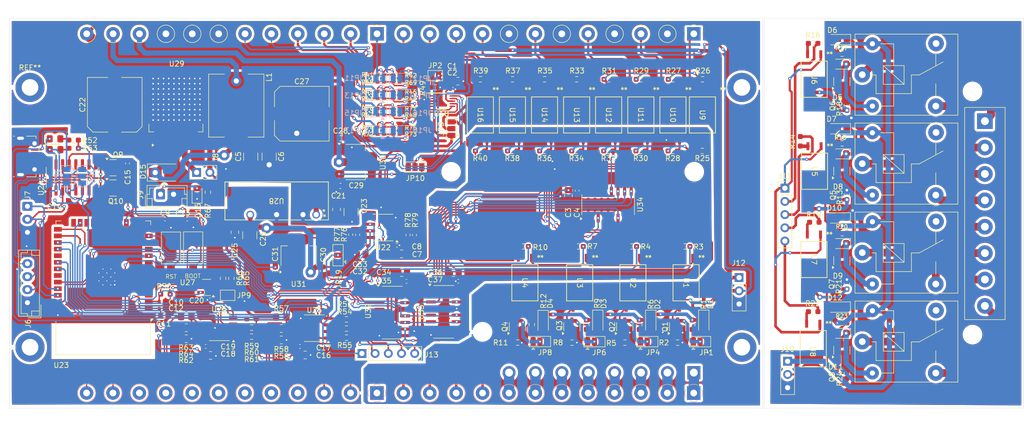
<source format=kicad_pcb>
(kicad_pcb (version 20240108) (generator "pcbnew") (generator_version "8.0")
  (layers (0 "F.Cu" signal) (31 "B.Cu" signal) (34 "B.Paste" user) (35 "F.Paste" user) (36 "B.SilkS" user "B.Silkscreen") (37 "F.SilkS" user "F.Silkscreen") (38 "B.Mask" user) (39 "F.Mask" user) (44 "Edge.Cuts" user))
  (net 0 "")
  (net 1 "DC_IN_1_B")
  (net 2 "ESP_EN")
  (net 3 "GNDD")
  (net 4 "+3.3V")
  (net 5 "ESP_I0")
  (net 6 "Net-(JP5-A)")
  (net 7 "+5V")
  (net 8 "+24V")
  (net 9 "Net-(D1-A)")
  (net 10 "Net-(D2-A)")
  (net 11 "Net-(D3-A)")
  (net 12 "Net-(D4-A)")
  (net 13 "Net-(D5-A)")
  (net 14 "Net-(D5-K)")
  (net 15 "Net-(D7-K)")
  (net 16 "Net-(D8-A)")
  (net 17 "Net-(D9-A)")
  (net 18 "Net-(D10-K)")
  (net 19 "Net-(D11-K)")
  (net 20 "Net-(D11-A)")
  (net 21 "ESP_RX")
  (net 22 "Net-(D13-A)")
  (net 23 "ESP_TX")
  (net 24 "Net-(D14-A)")
  (net 25 "Net-(D15-K)")
  (net 26 "Net-(D16-A)")
  (net 27 "DIN_DRV_2")
  (net 28 "DC_IN_4_A")
  (net 29 "DIN_DRV_3")
  (net 30 "DC_IN_3_A")
  (net 31 "DC_IN_1_A")
  (net 32 "DIN_DRV_1")
  (net 33 "DC_IN_2_A")
  (net 34 "DIN_DRV_4")
  (net 35 "5VOUT")
  (net 36 "E_AIN_4")
  (net 37 "3.3VOUT")
  (net 38 "SLAVE_MODBUS_B")
  (net 39 "E_AIN_2")
  (net 40 "E_AIN_1")
  (net 41 "E_AIN_3")
  (net 42 "SLAVE_MODBUS_A")
  (net 43 "DOUT_4")
  (net 44 "DOUT_2")
  (net 45 "DC_OUT_4_B")
  (net 46 "DC_OUT_1_B")
  (net 47 "DC_OUT_3_B")
  (net 48 "DC_OUT_2_A")
  (net 49 "DC_OUT_2_B")
  (net 50 "DC_OUT_1_A")
  (net 51 "DC_OUT_4_A")
  (net 52 "DC_OUT_3_A")
  (net 53 "DOUT_1")
  (net 54 "DOUT_3")
  (net 56 "MASTER_MODBUS_A")
  (net 57 "SCL_E")
  (net 58 "_DC_OUT_4_B")
  (net 59 "_DC_OUT_1_B")
  (net 61 "MASTER_MODBUS_B")
  (net 62 "SDA_E")
  (net 64 "/D-")
  (net 66 "/D+")
  (net 67 "Net-(J8-Pin_1)")
  (net 68 "Net-(JP1-A)")
  (net 69 "Net-(JP2-A)")
  (net 70 "V_DC_IN")
  (net 71 "Net-(JP4-A)")
  (net 72 "Net-(JP5-B)")
  (net 73 "Net-(JP5-C)")
  (net 74 "Net-(JP6-A)")
  (net 75 "Net-(JP8-A)")
  (net 76 "Net-(JP9-B)")
  (net 77 "Net-(JP9-A)")
  (net 78 "VCOUPLER")
  (net 79 "Net-(JP11-A)")
  (net 80 "Net-(JP11-B)")
  (net 81 "Net-(JP12-A)")
  (net 82 "ADC_IN_0")
  (net 83 "Net-(JP12-B)")
  (net 84 "Net-(JP13-B)")
  (net 85 "Net-(JP13-A)")
  (net 86 "Net-(JP14-A)")
  (net 87 "ADC_IN_1")
  (net 88 "Net-(JP14-B)")
  (net 89 "Net-(JP15-A)")
  (net 90 "Net-(JP15-B)")
  (net 91 "Net-(JP16-B)")
  (net 92 "Net-(JP16-A)")
  (net 93 "ADC_IN_2")
  (net 94 "Net-(JP17-A)")
  (net 95 "Net-(JP17-B)")
  (net 96 "ADC_IN_3")
  (net 97 "Net-(JP18-A)")
  (net 98 "Net-(JP18-B)")
  (net 103 "Net-(Q1-G)")
  (net 104 "Net-(Q2-G)")
  (net 105 "Net-(Q3-G)")
  (net 106 "Net-(Q4-G)")
  (net 107 "Net-(Q5-G)")
  (net 108 "Net-(Q6-G)")
  (net 109 "Net-(Q7-G)")
  (net 110 "Net-(Q8-G)")
  (net 111 "Net-(Q10-S)")
  (net 112 "Net-(Q10-G)")
  (net 113 "DOUT_DRV_1")
  (net 114 "Net-(R3-Pad2)")
  (net 115 "Net-(R4-Pad2)")
  (net 116 "DOUT_DRV_2")
  (net 117 "DOUT_DRV_3")
  (net 118 "Net-(R7-Pad2)")
  (net 119 "Net-(R10-Pad2)")
  (net 120 "DOUT_DRV_4")
  (net 121 "Net-(R14-Pad2)")
  (net 122 "DC_DRV_2")
  (net 123 "Net-(R16-Pad2)")
  (net 124 "DC_DRV_1")
  (net 125 "Net-(R19-Pad2)")
  (net 126 "DC_DRV_3")
  (net 127 "Net-(R22-Pad2)")
  (net 128 "DC_DRV_4")
  (net 129 "DC_IN_1")
  (net 130 "Net-(R26-Pad1)")
  (net 131 "Net-(R27-Pad1)")
  (net 132 "DC_IN_2")
  (net 133 "Net-(R29-Pad1)")
  (net 134 "DC_IN_3")
  (net 135 "Net-(R31-Pad1)")
  (net 136 "DC_IN_4")
  (net 137 "Net-(R33-Pad1)")
  (net 138 "DIN_1")
  (net 139 "Net-(R35-Pad1)")
  (net 140 "DIN_2")
  (net 141 "Net-(R37-Pad1)")
  (net 142 "DIN_3")
  (net 143 "Net-(R39-Pad1)")
  (net 144 "DIN_4")
  (net 145 "SLAVE_DI")
  (net 146 "SLAVE_EN")
  (net 147 "SLAVE_RO")
  (net 148 "MASTER_DI")
  (net 149 "MASTER_EN")
  (net 150 "MASTER_RO")
  (net 151 "ESP_SDA")
  (net 152 "ESP_SCL")
  (net 156 "REG_DIN")
  (net 157 "WDT_DONE")
  (net 164 "DIG_IN")
  (net 168 "REG_CS")
  (net 172 "REG_CLK")
  (net 184 "Net-(U32-QH')")
  (net 188 "MUX_S0")
  (net 190 "MUX_S2")
  (net 191 "MUX_EN")
  (net 192 "MUX_S1")
  (net 194 "24V_EXT")
  (net 195 "GND_ANALOG_EXT")
  (net 196 "DC_DRV_2_EXT")
  (net 197 "DC_DRV_1_EXT")
  (net 198 "DC_DRV_3_EXT")
  (net 199 "DC_DRV_4_EXT")
  (net 200 "3v3_EXT")
  (net 201 "VCOUPLER_EXT")
  (net 202 "_DC_OUT_3_B")
  (net 203 "_DC_OUT_2_A")
  (net 204 "_DC_OUT_2_B")
  (net 205 "_DC_OUT_1_A")
  (net 206 "_DC_OUT_4_A")
  (net 207 "_DC_OUT_3_A")
  (net 208 "Net-(J13-Pin_1)")
  (footprint "TerminalBlock_Phoenix:TerminalBlock_Phoenix_MKDS-1,5-12-5.08_1x12_P5.08mm_Horizontal" (layer "F.Cu") (at 66.79 2.97 180)
    (property "Reference" "J2" (hide yes))
    (property "Value" "Screw_Terminal_01x12")
  )
  (footprint "Jumper:SolderJumper-2_P1.3mm_Open_Pad1.0x1.5mm" (layer "F.Cu") (at 77.99 11.01)
    (property "Reference" "JP2")
    (property "Value" "SolderJumper_2_Open")
  )
  (footprint "Resistor_SMD:R_0603_1608Metric_Pad0.98x0.95mm_HandSolder" (layer "F.Cu") (at 157.215875 51.182542 90)
    (property "Reference" "R21")
    (property "Value" "1K")
  )
  (footprint "Capacitor_SMD:C_0402_1005Metric" (layer "F.Cu") (at 25.97 38.62)
    (property "Reference" "C9")
    (property "Value" "0.1uF")
  )
  (footprint "Resistor_SMD:R_0402_1005Metric_Pad0.72x0.64mm_HandSolder" (layer "F.Cu") (at 72.755 41.6875 -90)
    (property "Reference" "R78")
    (property "Value" "4.7K")
  )
  (footprint "Resistor_SMD:R_0402_1005Metric_Pad0.72x0.64mm_HandSolder" (layer "F.Cu") (at 73.995 41.7075 -90)
    (property "Reference" "R79")
    (property "Value" "4.7K")
  )
  (footprint "Resistor_SMD:R_0603_1608Metric_Pad0.98x0.95mm_HandSolder" (layer "F.Cu") (at 42.645 61.24)
    (property "Reference" "R61")
    (property "Value" "1K")
  )
  (footprint "MountingHole:MountingHole_3.2mm_M3" (layer "F.Cu") (at 181.39 60.86)
    (property "Reference" "REF**" (hide yes))
    (property "Value" "MountingHole_3.2mm_M3")
  )
  (footprint "Resistor_SMD:R_0603_1608Metric_Pad0.98x0.95mm_HandSolder" (layer "F.Cu") (at 157.215875 68.385875 90)
    (property "Reference" "R24")
    (property "Value" "1K")
  )
  (footprint "Package_SO:SOP-8_3.9x4.9mm_P1.27mm" (layer "F.Cu") (at 36.46125 59.47 180)
    (property "Reference" "U26")
    (property "Value" "MAX485E")
  )
  (footprint "Resistor_SMD:R_0805_2012Metric_Pad1.20x1.40mm_HandSolder" (layer "F.Cu") (at 30.0775 57.41)
    (property "Reference" "R63")
    (property "Value" "20K")
  )
  (footprint "Capacitor_SMD:C_0805_2012Metric_Pad1.18x1.45mm_HandSolder" (layer "F.Cu") (at 39.43 41.1625 90)
    (property "Reference" "C25")
    (property "Value" "10uF")
  )
  (footprint "Capacitor_SMD:C_0402_1005Metric" (layer "F.Cu") (at 4.33 35)
    (property "Reference" "C14")
    (property "Value" "0.1uF")
  )
  (footprint "Capacitor_SMD:C_0402_1005Metric" (layer "F.Cu") (at 105.305 33.145 90)
    (property "Reference" "C4")
    (property "Value" "0.1uF")
  )
  (footprint "InnovKits:B_S-2WR2_MNS" (layer "F.Cu") (at 55.08 37.7716 180)
    (property "Reference" "U28")
    (property "Value" "B0505S-2WR3")
  )
  (footprint "Capacitor_SMD:C_0805_2012Metric_Pad1.18x1.45mm_HandSolder" (layer "F.Cu") (at 52.95875 64.78 180)
    (property "Reference" "C16")
    (property "Value" "10uF")
  )
  (footprint "Resistor_SMD:R_0603_1608Metric_Pad0.98x0.95mm_HandSolder" (layer "F.Cu") (at 123.711585 25.51 180)
    (property "Reference" "R28")
    (property "Value" "1K")
  )
  (footprint "Capacitor_SMD:C_0402_1005Metric" (layer "F.Cu") (at 64.495 43.8 180)
    (property "Reference" "C33")
    (property "Value" "0.1uF")
  )
  (footprint "Resistor_SMD:R_0603_1608Metric_Pad0.98x0.95mm_HandSolder" (layer "F.Cu") (at 111.336286 25.51 180)
    (property "Reference" "R32")
    (property "Value" "1K")
  )
  (footprint "Resistor_SMD:R_0402_1005Metric_Pad0.72x0.64mm_HandSolder" (layer "F.Cu") (at 70.5025 20.89)
    (property "Reference" "R75")
    (property "Value" "4.7K")
  )
  (footprint "Resistor_SMD:R_0603_1608Metric_Pad0.98x0.95mm_HandSolder" (layer "F.Cu") (at 150.715875 4.805875 180)
    (property "Reference" "R16")
    (property "Value" "1K")
  )
  (footprint "Jumper:SolderJumper-3_P1.3mm_Open_Pad1.0x1.5mm" (layer "F.Cu") (at 128.962499 62.2075)
    (property "Reference" "JP1")
    (property "Value" "SolderJumper_3_Open")
  )
  (footprint "Jumper:SolderJumper-3_P1.3mm_Open_Pad1.0x1.5mm" (layer "F.Cu") (at 81.12 21.22 90)
    (property "Reference" "JP3")
    (property "Value" "SolderJumper_3_Open")
  )
  (footprint "Resistor_SMD:R_0603_1608Metric_Pad0.98x0.95mm_HandSolder" (layer "F.Cu") (at 96.58 58.9475 -90)
    (property "Reference" "R12")
    (property "Value" "10K")
  )
  (footprint "Resistor_SMD:R_0603_1608Metric_Pad0.98x0.95mm_HandSolder" (layer "F.Cu") (at 117.26054 58.9575 -90)
    (property "Reference" "R6")
    (property "Value" "10K")
  )
  (footprint "Resistor_SMD:R_0603_1608Metric_Pad0.98x0.95mm_HandSolder" (layer "F.Cu") (at 124.642499 62.3975)
    (property "Reference" "R2")
    (property "Value" "1K")
  )
  (footprint "MountingHole:MountingHole_3.2mm_M3" (layer "F.Cu") (at 87.08 60.33 90)
    (property "Reference" "REF**" (hide yes))
    (property "Value" "MountingHole_3.2mm_M3")
  )
  (footprint "Connector_PinHeader_2.54mm:PinHeader_1x02_P2.54mm_Vertical" (layer "F.Cu") (at 32.07 29.64 90)
    (property "Reference" "J8")
    (property "Value" "Conn_01x02_Socket")
  )
  (footprint "Jumper:SolderJumper-3_P1.3mm_Open_Pad1.0x1.5mm" (layer "F.Cu") (at 59.28 45.57 90)
    (property "Reference" "JP19")
    (property "Value" "SolderJumper_3_Open")
  )
  (footprint "Connector_PinHeader_2.54mm:PinHeader_1x03_P2.54mm_Vertical" (layer "F.Cu") (at 145.81 65.99)
    (property "Reference" "J10")
    (property "Value" "Conn_01x03_Socket")
  )
  (footprint "Capacitor_SMD:C_0603_1608Metric" (layer "F.Cu") (at 25.9 57.19)
    (property "Reference" "C11")
    (property "Value" "22uF")
  )
  (footprint "Relay_THT:Relay_SPDT_SANYOU_SRD_Series_Form_C" (layer "F.Cu") (at 160.175875 10.835875)
    (property "Reference" "K5" (hide yes))
    (property "Value" "SANYOU_SRD_Form_C")
  )
  (footprint "Package_TO_SOT_SMD:SOT-23-3" (layer "F.Cu") (at 124.642499 59.34 90)
    (property "Reference" "Q1")
    (property "Value" "Q_NMOS_Depletion_GSD")
  )
  (footprint "Resistor_SMD:R_0603_1608Metric_Pad0.98x0.95mm_HandSolder" (layer "F.Cu") (at 115.83304 43.8975 180)
    (property "Reference" "R4")
    (property "Value" "1K")
  )
  (footprint "Resistor_SMD:R_0603_1608Metric_Pad0.98x0.95mm_HandSolder" (layer "F.Cu") (at 8.4025 25.005 180)
    (property "Reference" "R53")
    (property "Value" "1K")
  )
  (footprint "RF_Module:ESP32-WROOM-32" (layer "F.Cu") (at 14.105 48.855 180)
    (property "Reference" "U23")
    (property "Value" "ESP32-WROOM-32")
  )
  (footprint "Package_TO_SOT_SMD:SOT-23-3" (layer "F.Cu") (at 156.245875 29.401709 90)
    (property "Reference" "Q5")
    (property "Value" "Q_NMOS_Depletion_GSD")
  )
  (footprint "Jumper:SolderJumper-3_P1.3mm_Open_Pad1.0x1.5mm" (layer "F.Cu") (at 98.14 62.1975)
    (property "Reference" "JP8")
    (property "Value" "SolderJumper_3_Open")
  )
  (footprint "Diode_SMD:D_SOD-123F" (layer "F.Cu") (at 109.2715 58.3625 -90)
    (property "Reference" "D3")
    (property "Value" "1N4001")
  )
  (footprint "TerminalBlock:TerminalBlock_bornier-8_P5.08mm" (layer "F.Cu") (at 127.76 68.17 180)
    (property "Reference" "J15" (hide yes))
    (property "Value" "Screw_Terminal_01x08" (hide yes))
  )
  (footprint "InnovKits:APC-817xx-SL_AMB" (layer "F.Cu") (at 99.025457 18.5867 -90)
    (property "Reference" "U14")
    (property "Value" "PC817")
  )
  (footprint "Package_TO_SOT_SMD:SOT-23" (layer "F.Cu") (at 15.9725 28.74)
    (property "Reference" "Q9")
    (property "Value" "BSS138")
  )
  (footprint "Connector_PinHeader_2.54mm:PinHeader_1x05_P2.54mm_Vertical" (layer "F.Cu") (at 63.88 64.49 90)
    (property "Reference" "J13")
    (property "Value" "Conn_01x05_Socket")
  )
  (footprint "Capacitor_SMD:C_0402_1005Metric" (layer "F.Cu") (at 70.625 43.67)
    (property "Reference" "C8")
    (property "Value" "0.1uF")
  )
  (footprint "Capacitor_SMD:C_0402_1005Metric" (layer "F.Cu") (at 34.62 54.16 180)
    (property "Reference" "C20")
    (property "Value" "0.1uF")
  )
  (footprint "Resistor_SMD:R_0603_1608Metric_Pad0.98x0.95mm_HandSolder" (layer "F.Cu") (at 93.86 62.3875)
    (property "Reference" "R11")
    (property "Value" "1K")
  )
  (footprint "Capacitor_SMD:C_0805_2012Metric_Pad1.18x1.45mm_HandSolder" (layer "F.Cu") (at 71.525 45.32 180)
    (property "Reference" "C7")
    (property "Value" "10uF")
  )
  (footprint "Capacitor_SMD:C_0805_2012Metric_Pad1.18x1.45mm_HandSolder" (layer "F.Cu") (at 103.625 34.1025 90)
    (property "Reference" "C3")
    (property "Value" "10uF")
  )
  (footprint "Package_TO_SOT_SMD:SOT-23" (layer "F.Cu") (at 15.9725 32.64)
    (property "Reference" "Q10")
    (property "Value" "BSS138")
  )
  (footprint "Capacitor_SMD:C_0603_1608Metric" (layer "F.Cu") (at 59.745 32.26)
    (property "Reference" "C29")
    (property "Value" "22uF")
  )
  (footprint "Capacitor_SMD:C_0603_1608Metric" (layer "F.Cu") (at 59.745 23.08)
    (property "Reference" "C28")
    (property "Value" "22uF")
  )
  (footprint "Resistor_SMD:R_0402_1005Metric_Pad0.72x0.64mm_HandSolder" (layer "F.Cu") (at 70.5075 22.32)
    (property "Reference" "R73")
    (property "Value" "200K")
  )
  (footprint "TerminalBlock:TerminalBlock_bornier-8_P5.08mm" (layer "F.Cu") (at 183.775875 19.7775 -90)
    (property "Reference" "J14" (hide yes))
    (property "Value" "Screw_Terminal_01x08")
  )
  (footprint "Resistor_SMD:R_0402_1005Metric_Pad0.72x0.64mm_HandSolder" (layer "F.Cu") (at 63.055 41.6475 -90)
    (property "Reference" "R76")
    (property "Value" "4.7K")
  )
  (footprint "Capacitor_SMD:C_0402_1005Metric" (layer "F.Cu") (at 30.26 38.62)
    (property "Reference" "C13")
    (property "Value" "0.1uF")
  )
  (footprint "MountingHole:MountingHole_3.2mm_M3" (layer "F.Cu") (at 150.58133 20.099297)
    (property "Reference" "REF**" (hide yes))
    (property "Value" "MountingHole_3.2mm_M3")
  )
  (footprint "Resistor_SMD:R_0603_1608Metric_Pad0.98x0.95mm_HandSolder" (layer "F.Cu") (at 105.176634 25.51 180)
    (property "Reference" "R34")
    (property "Value" "1K")
  )
  (footprint "MountingHole:MountingHole_3.2mm_M3_DIN965_Pad_TopBottom" (layer "F.Cu") (at 137 63.286625)
    (property "Reference" "REF**" (hide yes))
    (property "Value" "MountingHole_3.2mm_M3_DIN965_Pad_TopBottom" (hide yes))
  )
  (footprint "Resistor_SMD:R_0603_1608Metric_Pad0.98x0.95mm_HandSolder" (layer "F.Cu") (at 104.328167 62.3975)
    (property "Reference" "R8")
    (property "Value" "1K")
  )
  (footprint "Diode_SMD:D_SOD-123F" (layer "F.Cu") (at 129.672499 58.3625 -90)
    (property "Reference" "D1")
    (property "Value" "1N4001")
  )
  (footprint "Package_TO_SOT_SMD:SOT-223-3_TabPin2" (layer "F.Cu") (at 51.7125 45.68 90)
    (property "Reference" "U31")
    (property "Value" "AMS1117-3.3")
  )
  (footprint "Capacitor_SMD:C_0603_1608Metric" (layer "F.Cu") (at 56.385 48.62 90)
    (property "Reference" "C30")
    (property "Value" "22uF")
  )
  (footprint "Resistor_SMD:R_0805_2012Metric_Pad1.20x1.40mm_HandSolder" (layer "F.Cu") (at 48.35875 61.89)
    (property "Reference" "R56")
    (property "Value" "20K")
  )
  (footprint "Resistor_SMD:R_0603_1608Metric_Pad0.98x0.95mm_HandSolder" (layer "F.Cu") (at 107.074833 58.9575 -90)
    (property "Reference" "R9")
    (property "Value" "10K")
  )
  (footprint "Diode_SMD:D_SOD-123F" (layer "F.Cu") (at 155.700875 21.245875 180)
    (property "Reference" "D7")
    (property "Value" "1N4001")
  )
  (footprint "LED_SMD:LED_0805_2012Metric_Pad1.15x1.40mm_HandSolder" (layer "F.Cu") (at 156.050875 26.072543 180)
    (property "Reference" "D8")
    (property "Value" "LED")
  )
  (footprint "Package_TO_SOT_SMD:SOT-223-3_TabPin2" (layer "F.Cu") (at 62.635 27.65)
    (property "Reference" "U30")
    (property "Value" "AMS1117-3.3")
  )
  (footprint "Resistor_SMD:R_0603_1608Metric_Pad0.98x0.95mm_HandSolder" (layer "F.Cu") (at 156.295875 24.059209)
    (property "Reference" "R15")
    (property "Value" "2K")
  )
  (footprint "Resistor_SMD:R_0402_1005Metric_Pad0.72x0.64mm_HandSolder" (layer "F.Cu") (at 67.5 20.89)
    (property "Reference" "R74")
    (property "Value" "5.1K")
  )
  (footprint "Resistor_SMD:R_0402_1005Metric_Pad0.72x0.64mm_HandSolder" (layer "F.Cu") (at 67.5125 12.23)
    (property "Reference" "R68")
    (property "Value" "210K")
  )
  (footprint "Capacitor_SMD:C_0805_2012Metric_Pad1.18x1.45mm_HandSolder" (layer "F.Cu") (at 71.525 48.915)
    (property "Reference" "C34")
    (property "Value" "10uF")
  )
  (footprint "InnovKits:APC-817xx-SL_AMB" (layer "F.Cu") (at 95.24 50.8775 -90)
    (property "Reference" "U4")
    (property "Value" "PC817")
  )
  (footprint "Package_TO_SOT_SMD:SOT-23-3" (layer "F.Cu") (at 114.467208 59.34 90)
    (property "Reference" "Q2")
    (property "Value" "Q_NMOS_Depletion_GSD")
  )
  (footprint "Resistor_SMD:R_0603_1608Metric_Pad0.98x0.95mm_HandSolder" (layer "F.Cu") (at 86.681323 11.73 180)
    (property "Reference" "R39")
    (property "Value" "1K")
  )
  (footprint "Resistor_SMD:R_0402_1005Metric_Pad0.72x0.64mm_HandSolder" (layer "F.Cu") (at 67.5125 15.41)
    (property "Reference" "R43")
    (property "Value" "210K")
  )
  (footprint "MountingHole:MountingHole_3.2mm_M3_DIN965_Pad_TopBottom" (layer "F.Cu") (at 137 13.286625)
    (property "Reference" "REF**" (hide yes))
    (property "Value" "MountingHole_3.2mm_M3_DIN965_Pad_TopBottom" (hide yes))
  )
  (footprint "Resistor_SMD:R_0402_1005Metric_Pad0.72x0.64mm_HandSolder" (layer "F.Cu") (at 67.5125 10.85)
    (property "Reference" "R41")
    (property "Value" "5.1K")
  )
  (footprint "Jumper:SolderJumper-3_P1.3mm_Open_Pad1.0x1.5mm" (layer "F.Cu") (at 118.793874 62.2075)
    (property "Reference" "JP4")
    (property "Value" "SolderJumper_3_Open")
  )
  (footprint "InnovKits:APC-817xx-SL_AMB" (layer "F.Cu") (at 117.560408 18.5867 -90)
    (property "Reference" "U11")
    (property "Value" "PC817")
  )
  (footprint "Jumper:SolderJumper-3_P1.3mm_Open_Pad1.0x1.5mm" (layer "F.Cu") (at 108.6215 62.2075)
    (property "Reference" "JP6")
    (property "Value" "SolderJumper_3_Open")
  )
  (footprint "Resistor_SMD:R_0603_1608Metric_Pad0.98x0.95mm_HandSolder" (layer "F.Cu") (at 157.215875 33.979209 90)
    (property "Reference" "R13")
    (property "Value" "1K")
  )
  (footprint "InnovKits:APC-817xx-SL_AMB" (layer "F.Cu") (at 105.789833 50.8875 -90)
    (property "Reference" "U3")
    (property "Value" "PC817")
  )
  (footprint "Package_TO_SOT_SMD:SOT-23-6" (layer "F.Cu") (at 33.98 51.78 180)
    (property "Reference" "U27")
    (property "Value" "TPL5010")
  )
  (footprint "InnovKits:APC-817xx-SL_AMB" (layer "F.Cu") (at 86.668823 18.5867 -90)
    (property "Reference" "U16")
    (property "Value" "PC817")
  )
  (footprint "Resistor_SMD:R_0603_1608Metric_Pad0.98x0.95mm_HandSolder" (layer "F.Cu") (at 86.641683 25.51 180)
    (property "Reference" "R40")
    (property "Value" "1K")
  )
  (footprint "Package_SO:SOP-16_3.9x9.9mm_P1.27mm" (layer "F.Cu") (at 8.185 30.6 90)
    (property "Reference" "U24")
    (property "Value" "CH340C")
  )
  (footprint "Package_TO_SOT_SMD:SOT-23-3" (layer "F.Cu") (at 104.288167 59.34 90)
    (property "Reference" "Q3")
    (property "Value" "Q_NMOS_Depletion_GSD")
  )
  (footprint "Jumper:SolderJumper-3_P1.3mm_Open_Pad1.0x1.5mm" (layer "F.Cu") (at 74.1 28.62 180)
    (property "Reference" "JP10")
    (property "Value" "SolderJumper_3_Open")
  )
  (footprint "Resistor_SMD:R_0603_1608Metric_Pad0.98x0.95mm_HandSolder" (layer "F.Cu") (at 38.75 50.05 -90)
    (property "Reference" "R65")
    (property "Value" "10K")
  )
  (footprint "InnovKits:APC-817xx-SL_AMB" (layer "F.Cu") (at 150.92 11.71 -90)
    (property "Reference" "U6")
    (property "Value" "PC817")
  )
  (footprint "Relay_THT:Relay_SPDT_SANYOU_SRD_Series_Form_C" (layer "F.Cu") (at 160.175875 62.205875)
    (property "Reference" "K3" (hide yes))
    (property "Value" "SANYOU_SRD_Form_C")
  )
  (footprint "Resistor_SMD:R_0603_1608Metric_Pad0.98x0.95mm_HandSolder" (layer "F.Cu") (at 105.216274 11.73 180)
    (property "Reference" "R33")
    (property "Value" "1K")
  )
  (footprint "Resistor_SMD:R_0805_2012Metric_Pad1.20x1.40mm_HandSolder" (layer "F.Cu") (at 30.0775 59.535 180)
    (property "Reference" "R64")
    (property "Value" "120")
  )
  (footprint "InnovKits:APC-817xx-SL_AMB" (layer "F.Cu") (at 150.985875 29.415875 -90)
    (property "Reference" "U5")
    (property "Value" "PC817")
  )
  (footprint "Resistor_SMD:R_0603_1608Metric_Pad0.98x0.95mm_HandSolder" (layer "F.Cu") (at 126.094999 43.8975 180)
    (property "Reference" "R3")
    (property "Value" "1K")
  )
  (footprint "Resistor_SMD:R_0603_1608Metric_Pad0.98x0.95mm_HandSolder" (layer "F.Cu") (at 150.725875 56.435875 180)
    (property "Reference" "R22")
    (property "Value" "1K")
  )
  (footprint "Diode_SMD:D_SOD-123F" (layer "F.Cu") (at 155.700875 55.565875 180)
    (property "Reference" "D12")
    (property "Value" "1N4001")
  )
  (footprint "LED_SMD:LED_0805_2012Metric_Pad1.15x1.40mm_HandSolder" (layer "F.Cu") (at 156.050875 60.605875 180)
    (property "Reference" "D11")
    (property "Value" "LED")
  )
  (footprint "Resistor_SMD:R_0402_1005Metric_Pad0.72x0.64mm_HandSolder" (layer "F.Cu") (at 70.5025 18.54)
    (property "Reference" "R48")
    (property "Value" "200K")
  )
  (footprint "LED_SMD:LED_0805_2012Metric_Pad1.15x1.40mm_HandSolder" (layer "F.Cu") (at 4.81 23.185)
    (property "Reference" "D13" (hide yes))
    (property "Value" "LED")
  )
  (footprint "Package_TO_SOT_SMD:TO-263-5_TabPin3" (layer "F.Cu") (at 28.085 17.015 90)
    (property "Reference" "U29")
    (property "Value" "LM2596S-5")
  )
  (footprint "Resistor_SMD:R_0603_1608Metric_Pad0.98x0.95mm_HandSolder" (layer "F.Cu") (at 60.91125 61.445)
    (property "Reference" "R55")
    (property "Value" "1K")
  )
  (footprint "Resistor_SMD:R_0603_1608Metric_Pad0.98x0.95mm_HandSolder" (layer "F.Cu") (at 117.533268 25.51 180)
    (property "Reference" "R30")
    (property "Value" "1K")
  )
  (footprint "Diode_SMD:D_SOD-123F" (layer "F.Cu") (at 119.473874 58.3625 -90)
    (property "Reference" "D2")
    (property "Value" "1N4001")
  )
  (footprint "Connector_JST:JST_EH_B3B-EH-A_1x03_P2.50mm_Vertical" (layer "F.Cu") (at -0.5 36.17 -90)
    (property "Reference" "J7")
    (property "Value" "Conn_01x03_Socket" (hide yes))
  )
  (footprint "Resistor_SMD:R_0603_1608Metric_Pad0.98x0.95mm_HandSolder" (layer "F.Cu") (at 99.037957 11.73 180)
    (property "Reference" "R35")
    (property "Value" "1K")
  )
  (footprint "Resistor_SMD:R_0603_1608Metric_Pad0.98x0.95mm_HandSolder" (layer "F.Cu") (at 92.85964 11.73 180)
    (property "Reference" "R37")
    (property "Value" "1K")
  )
  (footprint "Capacitor_SMD:C_1210_3225Metric_Pad1.33x2.70mm_HandSolder" (layer "F.Cu") (at 61.79 37.25 -90)
    (property "Reference" "C23")
    (property "Value" "100uF")
  )
  (footprint "Capacitor_SMD:C_1210_3225Metric_Pad1.33x2.70mm_HandSolder" (layer "F.Cu") (at 42.3 41.7425 -90)
    (property "Reference" "C26")
    (property "Value" "100uF")
  )
  (footprint "MountingHole:MountingHole_3.2mm_M3" (layer "F.Cu") (at 81.040703 29.52133 90)
    (property "Reference" "REF**" (hide yes))
    (property "Value" "MountingHole_3.2mm_M3")
  )
  (footprint "Resistor_SMD:R_0603_1608Metric_Pad0.98x0.95mm_HandSolder" (layer "F.Cu") (at 157.215875 16.775875 90)
    (property "Reference" "R18")
    (property "Value" "1K")
  )
  (footprint "InnovKits:APC-817xx-SL_AMB" (layer "F.Cu") (at 92.84714 18.5867 -90)
    (property "Reference" "U15")
    (property "Value" "PC817")
  )
  (footprint "Resistor_SMD:R_0603_1608Metric_Pad0.98x0.95mm_HandSolder" (layer "F.Cu") (at 78.0325 13.28 180)
    (property "Reference" "R49")
    (property "Value" "1K")
  )
  (footprint "Connector_PinHeader_2.54mm:PinHeader_1x05_P2.54mm_Vertical" (layer "F.Cu") (at 145.285875 32.685875)
    (property "Reference" "J11")
    (property "Value" "Conn_01x05_Socket")
  )
  (footprint "Resistor_SMD:R_0402_1005Metric_Pad0.72x0.64mm_HandSolder" (layer "F.Cu") (at 61.725 41.6275 -90)
    (property "Reference" "R77")
    (property "Value" "4.7K")
  )
  (footprint "Relay_THT:Relay_SPDT_SANYOU_SRD_Series_Form_C" (layer "F.Cu") (at 160.175875 27.959209)
    (property "Reference" "K1" (hide yes))
    (property "Value" "SANYOU_SRD_Form_C")
  )
  (footprint "Package_TO_SOT_SMD:SOT-23-3" (layer "F.Cu") (at 156.245875 12.165875 90)
    (property "Reference" "Q6")
    (property "Value" "Q_NMOS_Depletion_GSD")
  )
  (footprint "Resistor_SMD:R_0603_1608Metric_Pad0.98x0.95mm_HandSolder" (layer "F.Cu") (at 94.9925 43.8875 180)
    (property "Reference" "R10")
    (property "Value" "1K")
  )
  (footprint "Resistor_SMD:R_0402_1005Metric_Pad0.72x0.64mm_HandSolder" (layer "F.Cu") (at 67.5125 17.37)
    (property "Reference" "R70")
    (property "Value" "5.1K")
  )
  (footprint "Capacitor_SMD:C_0402_1005Metric" (layer "F.Cu") (at 81.38 13.64)
    (property "Reference" "C1")
    (property "Value" "0.1uF")
  )
  (footprint "Resistor_SMD:R_0603_1608Metric_Pad0.98x0.95mm_HandSolder" (layer "F.Cu") (at 98.998317 25.51 180)
    (property "Reference" "R36")
    (property "Value" "1K")
  )
  (footprint "Resistor_SMD:R_0603_1608Metric_Pad0.98x0.95mm_HandSolder" (layer "F.Cu") (at 34.24 33.48 90)
    (property "Reference" "R67")
    (property "Value" "1K")
  )
  (footprint "Resistor_SMD:R_0402_1005Metric_Pad0.72x0.64mm_HandSolder" (layer "F.Cu") (at 70.5025 12.23)
    (property "Reference" "R69")
    (property "Value" "200K")
  )
  (footprint "InnovKits:APC-817xx-SL_AMB" (layer "F.Cu") (at 123.738725 18.5867 -90)
    (property "Reference" "U10")
    (property "Value" "PC817")
  )
  (footprint "Resistor_SMD:R_0603_1608Metric_Pad0.98x0.95mm_HandSolder" (layer "F.Cu") (at 129.428817 11.73 180)
    (property "Reference" "R26")
    (property "Value" "1K")
  )
  (footprint "Capacitor_SMD:C_Elec_10x10.2" (layer "F.Cu") (at 16.31 16.63 90)
    (property "Reference" "C22")
    (property "Value" "100uF")
  )
  (footprint "Capacitor_SMD:C_0805_2012Metric_Pad1.18x1.45mm_HandSolder" (layer "F.Cu") (at 59 36.7675 90)
    (property "Reference" "C21")
    (property "Value" "10uF")
  )
  (footprint "InnovKits:APC-817xx-SL_AMB" (layer "F.Cu") (at 105.203774 18.5867 -90)
    (property "Reference" "U13")
    (property "Value" "PC817")
  )
  (footprint "Resistor_SMD:R_0603_1608Metric_Pad0.98x0.95mm_HandSolder" (layer "F.Cu") (at 37.15 50.0275 -90)
    (property "Reference" "R66")
    (property "Value" "40.2K")
  )
  (footprint "Resistor_SMD:R_0805_2012Metric_Pad1.20x1.40mm_HandSolder" (layer "F.Cu") (at 30.0775 61.66)
    (property "Reference" "R62")
    (property "Value" "20K")
  )
  (footprint "Resistor_SMD:R_0603_1608Metric_Pad0.98x0.95mm_HandSolder" (layer "F.Cu") (at 156.295875 41.332542)
    (property "Reference" "R20")
    (property "Value" "2K")
  )
  (footprint "LED_SMD:LED_0805_2012Metric_Pad1.15x1.40mm_HandSolder" (layer "F.Cu") (at 156.050875 43.339209 180)
    (property "Reference" "D9")
    (property "Value" "LED")
  )
  (footprint "InnovKits:APC-817xx-SL_AMB" (layer "F.Cu") (at 126.267499 50.8875 -90)
    (property "Reference" "U1")
    (property "Value" "PC817")
  )
  (footprint "Capacitor_SMD:C_0805_2012Metric_Pad1.18x1.45mm_HandSolder" (layer "F.Cu") (at 81.4625 48.915)
    (property "Reference" "C36")
    (property "Value" "10uF")
  )
  (footprint "Capacitor_SMD:C_0402_1005Metric" (layer "F.Cu") (at 33.81 63.13)
    (property "Reference" "C19")
    (property "Value" "0.1uF")
  )
  (footprint "Capacitor_SMD:C_0402_1005Metric" (layer "F.Cu") (at 82.4125 50.585)
    (property "Reference" "C37")
    (property "Value" "0.1uF")
  )
  (footprint "Capacitor_SMD:C_0402_1005Metric" (layer "F.Cu") (at 25.34 55.84)
    (property "Reference" "C12")
    (property "Value" "0.1uF")
  )
  (footprint "Resistor_SMD:R_0603_1608Metric_Pad0.98x0.95mm_HandSolder" (layer "F.Cu") (at 123.751225 11.73 180)
    (property "Reference" "R27")
    (property "Value" "1K")
  )
  (footprint "Package_SO:SO-16_3.9x9.9mm_P1.27mm" (layer "F.Cu") (at 111.26 35.85 90)
    (property "Reference" "U34")
    (property "Value" "74HC4051")
  )
  (footprint "Package_SO:SOP-8_3.9x4.9mm_P1.27mm" (layer "F.Cu") (at 54.735 59.625 180)
    (property "Reference" "U25")
    (property "Value" "MAX485E")
  )
  (footprint "Package_SO:SOIC-16_3.9x9.9mm_P1.27mm" (layer "F.Cu") (at 79.6425 56.48)
    (property "Reference" "U33")
    (property "Value" "74HC595")
  )
  (footprint "Resistor_SMD:R_0603_1608Metric_Pad0.98x0.95mm_HandSolder" (layer "F.Cu") (at 26.07 53.08 180)
    (property "Reference" "R50")
    (property "Value" "1K")
  )
  (footprint "MountingHole:MountingHole_3.2mm_M3" (layer "F.Cu") (at 127.840703 29.52133 90)
    (property "Reference" "REF**" (hide yes))
    (property "Value" "MountingHole_3.2mm_M3")
  )
  (footprint "LED_SMD:LED_0805_2012Metric_Pad1.15x1.40mm_HandSolder" (layer "F.Cu") (at 4.8275 25.26)
    (property "Reference" "D14" (hide yes))
    (property "Value" "LED")
  )
  (footprint "InnovKits:APC-817xx-SL_AMB" (layer "F.Cu") (at 150.87 46.41 -90)
    (property "Reference" "U7")
    (property "Value" "PC817")
  )
  (footprint "Resistor_SMD:R_0603_1608Metric_Pad0.98x0.95mm_HandSolder" (layer "F.Cu") (at 105.567333 43.8975 180)
    (property "Reference" "R7")
    (property "Value" "1K")
  )
  (footprint "Resistor_SMD:R_0402_1005Metric_Pad0.72x0.64mm_HandSolder" (layer "F.Cu") (at 70.5025 15.4)
    (property "Reference" "R44")
    (property "Value" "200K")
  )
  (footprint "MountingHole:MountingHole_3.2mm_M3_DIN965_Pad_TopBottom" (layer "F.Cu") (at 0 13.286625)
    (property "Reference" "REF**")
    (property "Value" "MountingHole_3.2mm_M3_DIN965_Pad_TopBottom" (hide yes))
  )
  (footprint "LED_SMD:LED_0805_2012Metric_Pad1.15x1.40mm_HandSolder" (layer "F.Cu") (at 32.15 33.7125 90)
    (property "Reference" "D16")
    (property "Value" "LED")
  )
  (footprint "Resistor_SMD:R_0402_1005Metric_Pad0.72x0.64mm_HandSolder" (layer "F.Cu") (at 70.5025 17.39)
    (property "Reference" "R71")
    (property "Value" "4.7K")
  )
  (footprint "Resistor_SMD:R_0603_1608Metric_Pad0.98x0.95mm_HandSolder" (layer "F.Cu") (at 127.442499 58.9575 -90)
    (property "Reference" "R1")
    (property "Value" "10K")
  )
  (footprint "Button_Switch_SMD:SW_SPST_CK_RS282G05A3" (layer "F.Cu") (at 31.4 44.14 90)
    (property "Reference" "SW2" (hide yes))
    (property "Value" "SW_Push")
  )
  (footprint "LED_SMD:LED_0805_2012Metric_Pad1.15x1.40mm_HandSolder" (layer "F.Cu") (at 156.050875 8.805875 180)
    (property "Reference" "D5")
    (property "Value" "LED")
  )
  (footprint "Connector_PinHeader_2.54mm:PinHeader_1x03_P2.54mm_Vertical" (layer "F.Cu") (at 136.47 49.89)
    (property "Reference" "J12")
    (property "Value" "Conn_01x03_Socket")
  )
  (footprint "Package_SO:SOIC-16_3.9x9.9mm_P1.27mm" (layer "F.Cu") (at 69.72 56.62)
    (property "Reference" "U32")
    (property "Value" "74HC595")
  )
  (footprint "Resistor_SMD:R_0805_2012Metric_Pad1.20x1.40mm_HandSolder" (layer "F.Cu") (at 48.35875 59.69 180)
    (property "Reference" "R58")
    (property "Value" "120")
  )
  (footprint "Package_TO_SOT_SMD:SOT-23-3" (layer "F.Cu") (at 156.245875 63.873375 90)
    (property "Reference" "Q8")
    (property "Value" "Q_NMOS_Depletion_GSD")
  )
  (footprint "Package_SO:SOIC-8_3.9x4.9mm_P1.27mm" (layer "F.Cu") (at 67.925 40.255 180)
    (property "Reference" "U22")
    (property "Value" "ISO1540")
  )
  (footprint "Resistor_SMD:R_0402_1005Metric_Pad0.72x0.64mm_HandSolder" (layer "F.Cu") (at 67.5125 22.29)
    (property "Reference" "R72")
    (property "Value" "210K")
  )
  (footprint "Diode_SMD:D_SOD-123F" (layer "F.Cu") (at 98.76 58.3975 -90)
    (property "Reference" "D4")
    (property "Value" "1N4001")
  )
  (footprint "Capacitor_SMD:C_0402_1005Metric" (layer "F.Cu") (at 72.465 50.615)
    (property "Reference" "C35")
    (property "Value" "0.1uF")
  )
  (footprint "Capacitor_SMD:C_0805_2012Metric_Pad1.18x1.45mm_HandSolder" (layer "F.Cu") (at 63.545 45.46)
    (property "Reference" "C32")
    (property "Value" "10uF")
  )
  (footprint "Capacitor_SMD:C_1210_3225Metric_Pad1.33x2.70mm_HandSolder" (layer "F.Cu") (at 46.03 26.61 -90)
    (property "Reference" "C6")
    (property "Value" "100uF")
  )
  (footprint "Resistor_SMD:R_0603_1608Metric_Pad0.98x0.95mm_HandSolder" (layer "F.Cu") (at 8.3925 23.42 180)
    (property "Reference" "R52")
    (property "Value" "1K")
  )
  (footprint "Resistor_SMD:R_0603_1608Metric_Pad0.98x0.95mm_HandSolder" (layer "F.Cu") (at 150.945875 39.235875 180)
    (property "Reference" "R19")
    (property "Value" "1K")
  )
  (footprint "Diode_SMD:D_SOD-123F" (layer "F.Cu") (at 155.745875 4.085875 180)
    (property "Reference" "D6")
    (property "Value" "1N4001")
  )
  (footprint "MountingHole:MountingHole_3.2mm_M3" (layer "F.Cu") (at 181.39 14.06)
    (property "Reference" "REF**" (hide yes))
    (property "Value" "MountingHole_3.2mm_M3")
  )
  (footprint "Resistor_SMD:R_0603_1608Metric_Pad0.98x0.95mm_HandSolder" (layer "F.Cu") (at 148.25 23.66 -90)
    (property "Reference" "R14")
    (property "Value" "1K")
  )
  (footprint "Resistor_SMD:R_0603_1608Metric_Pad0.98x0.95mm_HandSolder" (layer "F.Cu") (at 156.285875 6.785875)
    (property "Reference" "R17")
    (property "Value" "2K")
  )
  (footprint "Resistor_SMD:R_0402_1005Metric_Pad0.72x0.64mm_HandSolder" (layer "F.Cu") (at 67.5125 18.53)
    (property "Reference" "R47")
    (property "Value" "210K")
  )
  (footprint "InnovKits:DGS0010A_L" (layer "F.Cu") (at 79.1825 15.92)
    (property "Reference" "U18")
    (property "Value" "ADS1115IDGS")
  )
  (footprint "Resistor_SMD:R_0603_1608Metric_Pad0.98x0.95mm_HandSolder" (layer "F.Cu") (at 129.389177 25.51 180)
    (property "Reference" "R25")
    (property "Value" "1K")
  )
  (footprint "Resistor_SMD:R_0603_1608Metric_Pad0.98x0.95mm_HandSolder" (layer "F.Cu") (at 92.82 25.51 180)
    (property "Reference" "R38")
    (property "Value" "1K")
  )
  (footprint "Diode_SMD:D_SOD-123F" (layer "F.Cu") (at 155.700875 38.405875 180)
    (property "Reference" "D10")
    (property "Value" "1N4001")
  )
  (footprint "Resistor_SMD:R_0603_1608Metric_Pad0.98x0.95mm_HandSolder" (layer "F.Cu") (at 42.645 57.83)
    (property "Reference" "R59")
    (property "Value" "1K")
  )
  (footprint "Diode_SMD:D_SMA" (layer "F.Cu") (at 26.09 29.67)
    (property "Reference" "D15")
    (property "Value" "SS54")
  )
  (footprint "Resistor_SMD:R_0603_1608Metric_Pad0.98x0.95mm_HandSolder" (layer "F.Cu") (at 60.91125 59.69)
    (property "Reference" "R54")
    (property "Value" "1K")
  )
  (footprint "Capacitor_SMD:C_0805_2012Metric_Pad1.18x1.45mm_HandSolder" (layer "F.Cu") (at 82.3575 12.08 180)
    (property "Reference" "C2")
    (property "Value" "10uF")
  )
  (footprint "Capacitor_SMD:C_0603_1608Metric" (layer "F.Cu") (at 47.21 48.66 90)
    (property "Reference" "C31")
    (property "Value" "22uF")
  )
  (footprint "InnovKits:APC-817xx-SL_AMB" (layer "F.Cu") (at 129.416317 18.5867 -90)
    (property "Reference" "U9")
    (property "Value" "PC817")
  )
  (footprint "Inductor_SMD:L_Chilisin_BMRF00101040" (layer "F.Cu") (at 39.7 16.79 90)
    (property "Reference" "L1")
    (property "Value" "33uH")
  )
  (footprint "Capacitor_SMD:C_0402_1005Metric" (layer "F.Cu") (at 51.96125 63.14)
    (property "Reference" "C17")
    (property "Value" "0.1uF")
  )
  (footprint "Package_TO_SOT_SMD:SOT-23-3" (layer "F.Cu") (at 156.245875 46.637542 90)
    (property "Reference" "Q7")
    (property "Value" "Q_NMOS_Depletion_GSD")
  )
  (footprint "InnovKits:APC-817xx-SL_AMB" (layer "F.Cu") (at 150.74 63.575875 -90)
    (property "Reference" "U8")
    (property "Value" "PC817")
  )
  (footprint "Resistor_SMD:R_0603_1608Metric_Pad0.98x0.95mm_HandSolder" (layer "F.Cu") (at 114.487208 62.3975)
    (property "Reference" "R5")
    (property "Value" "1K")
  )
  (footprint "Connector_USB:USB_Micro-B_Molex-105017-0001" (layer "F.Cu") (at -0.59 26.57 -90)
    (property "Reference" "J5" (hide yes))
    (property "Value" "USB_B_Micro")
  )
  (footprint "Button_Switch_SMD:SW_SPST_CK_RS282G05A3" (layer "F.Cu") (at 27.12 44.18 -90)
    (property "Reference" "SW1" (hide yes))
    (property "Value" "SW_Push")
  )
  (footprint "Package_TO_SOT_SMD:SOT-23-3" (layer "F.Cu") (at 93.8 59.33 90)
    (property "Reference" "Q4")
    (property "Value" "Q_NMOS_Depletion_GSD")
  )
  (footprint "InnovKits:APC-817xx-SL_AMB" (layer "F.Cu") (at 111.363426 18.5867 -90)
    (property "Reference" "U12")
    (property "Value" "PC817")
  )
  (footprint "Resistor_SMD:R_0603_1608Metric_Pad0.98x0.95mm_HandSolder" (layer "F.Cu") (at 60.91125 57.935)
    (property "Reference" "R51")
    (property "Value" "1K")
  )
  (footprint "Capacitor_SMD:C_1210_3225Metric_Pad1.33x2.70mm_HandSolder" (layer "F.Cu") (at 42.48 26.62 -90)
    (property "Reference" "C5")
    (property "Value" "100uF")
  )
  (footprint "Resistor_SMD:R_0805_2012Metric_Pad1.20x1.40mm_HandSolder" (layer "F.Cu") (at 48.35875 57.49)
    (property "Reference" "R57")
    (property "Value" "20K")
  )
  (footprint "Resistor_SMD:R_0603_1608Metric_Pad0.98x0.95mm_HandSolder" (layer "F.Cu") (at 117.572908 11.73 180)
    (property "Reference" "R29")
    (property "Value" "1K")
  )
  (footprint "Capacitor_SMD:C_0402_1005Metric" (layer "F.Cu") (at 18.76 27.91 90)
    (property "Reference" "C15")
    (property "Value" "0.1uF")
  )
  (footprint "Resistor_SMD:R_0402_1005Metric_Pad0.72x0.64mm_HandSolder" (layer "F.Cu") (at 70.5025 14.07)
    (property "Reference" "R46")
    (property "Value" "4.7K")
  )
  (footprint "Resistor_SMD:R_0603_1608Metric_Pad0.98x0.95mm_HandSolder" (layer "F.Cu") (at 42.645 59.535)
    (property "Reference" "R60")
    (property "Value" "1K")
  )
  (footprint "Capacitor_SMD:C_0805_2012Metric_Pad1.18x1.45mm_HandSolder" (layer "F.Cu") (at 34.75 64.87 180)
    (property "Reference" "C18")
    (property "Value" "10uF")
  )
  (footprint "Jumper:SolderJumper-2_P1.3mm_Open_Pad1.0x1.5mm" (layer "F.Cu") (at 38.0325 53.3 180)
    (property "Reference" "JP9")
    (property "Value" "SolderJumper_2_Open")
  )
  (footprint "Relay_THT:Relay_SPDT_SANYOU_SRD_Series_Form_C" (layer "F.Cu") (at 160.175875 45.082542)
    (property "Reference" "K2" (hide yes))
    (property "Value" "SANYOU_SRD_Form_C")
  )
  (footprint "Connector_JST:JST_EH_B4B-EH-A_1x04_P2.50mm_Vertical" (layer "F.Cu") (at -0.5 54.71 90)
    (property "Reference" "J6")
    (property "Value" "Conn_01x04_Socket")
  )
  (footprint "Capacitor_SMD:C_Elec_10x10.2" (layer "F.Cu") (at 52.31 18.34)
    (property "Reference" "C27")
    (property "Value" "1000uF")
  )
  (footprint "Resistor_SMD:R_0603_1608Metric_Pad0.98x0.95mm_HandSolder" (layer "F.Cu") (at 111.375926 11.73 180)
    (property "Reference" "R31")
    (property "Value" "1K")
  )
  (footprint "TerminalBlock_Phoenix:TerminalBlock_Phoenix_MKDS-1,5-12-5.08_1x12_P5.08mm_Horizontal" (layer "F.Cu") (at 127.75 2.97 180)
    (property "Reference" "J1" (hide yes))
    (property "Value" "Screw_Terminal_01x12")
  )
  (footprint "Connector_JST:JST_EH_B2B-EH-A_1x02_P2.50mm_Vertical" (layer "F.Cu") (at 25.12 33.86)
    (property "Reference" "J9")
    (property "Value" "Conn_01x02_Socket")
  )
  (footprint "Resistor_SMD:R_0402_1005Metric_Pad0.72x0.64mm_HandSolder" (layer "F.Cu") (at 67.5125 14.02)
    (property "Reference" "R45")
    (property "Value" "5.1K")
  )
  (footprint "Resistor_SMD:R_0402_1005Metric_Pad0.72x0.64mm_HandSolder" (layer "F.Cu") (at 70.5025 10.85)
    (property "Reference" "R42")
    (property "Value" "4.7K")
  )
  (footprint "MountingHole:MountingHole_3.2mm_M3_DIN965_Pad_TopBottom" (layer "F.Cu") (at 0 63.286625)
    (property "Reference" "REF**" (hide yes))
    (property "Value" "MountingHole_3.2mm_M3_DIN965_Pad_TopBottom" (hide yes))
  )
  (footprint "Capacitor_SMD:C_0402_1005Metric" (layer "F.Cu") (at 25.35 54.47 180)
    (property "Reference" "C10")
    (property "Value" "0.1uF")
  )
  (footprint "Resistor_SMD:R_0603_1608Metric_Pad0.98x0.95mm_HandSolder" (layer "F.Cu") (at 156.295875 58.605875)
    (property "Reference" "R23")
    (property "Value" "2K")
  )
  (footprint "InnovKits:APC-817xx-SL_AMB" (layer "F.Cu") (at 116.03054 50.8875 -90)
    (property "Reference" "U2")
    (property "Value" "PC817")
  )
  (footprint "TerminalBlock_Phoenix:TerminalBlock_Phoenix_MKDS-1,5-12-5.08_1x12_P5.08mm_Horizontal" (layer "B.Cu") (at 66.77 72.1 180)
    (property "Reference" "J4" (hide yes))
    (property "Value" "Screw_Terminal_01x12")
  )
  (footprint "Jumper:SolderJumper-3_P1.3mm_Open_Pad1.0x1.5mm" (layer "B.Cu") (at 66.5825 21.62 180)
    (property "Reference" "JP17")
    (property "Value" "SolderJumper_3_Open")
  )
  (footprint "Jumper:SolderJumper-3_P1.3mm_Open_Pad1.0x1.5mm" (layer "B.Cu") (at 71.2225 17.9675 180)
    (property "Reference" "JP16")
    (property "Value" "SolderJumper_3_Open")
  )
  (footprint "Jumper:SolderJumper-3_P1.3mm_Open_Pad1.0x1.5mm" (layer "B.Cu") (at 71.2225 21.6275 180)
    (property "Reference" "JP18")
    (property "Value" "SolderJumper_3_Open")
  )
  (footprint "Jumper:SolderJumper-3_P1.3mm_Open_Pad1.0x1.5mm" (layer "B.Cu") (at 71.2225 14.71 180)
    (property "Reference" "JP14")
    (property "Value" "SolderJumper_3_Open")
  )
  (footprint "Jumper:SolderJumper-3_P1.3mm_Open_Pad1.0x1.5mm" (layer "B.Cu") (at 66.5825 14.71 180)
    (property "Reference" "JP13")
    (property "Value" "SolderJumper_3_Open")
  )
  (footprint "Jumper:SolderJumper-3_P1.3mm_Open_Pad1.0x1.5mm" (layer "B.Cu") (at 66.5825 17.96 180)
    (property "Reference" "JP15")
    (property "Value" "SolderJumper_3_Open")
  )
  (footprint "Jumper:SolderJumper-3_P1.3mm_Open_Pad1.0x1.5mm" (layer "B.Cu") (at 10.04 30.38 90)
    (property "Reference" "JP5")
    (property "Value" "SolderJumper_3_Open")
  )
  (footprint "Jumper:SolderJumper-3_P1.3mm_Open_Pad1.0x1.5mm" (layer "B.Cu") (at 71.2225 11.56 180)
    (property "Reference" "JP12")
    (property "Value" "SolderJumper_3_Open")
  )
  (footprint "Jumper:SolderJumper-3_P1.3mm_Open_Pad1.0x1.5mm" (layer "B.Cu") (at 7.04 30.38 -90)
    (property "Reference" "JP7")
    (property "Value" "SolderJumper_3_Open")
  )
  (footprint "Jumper:SolderJumper-3_P1.3mm_Open_Pad1.0x1.5mm" (layer "B.Cu") (at 66.5825 11.56 180)
    (property "Reference" "JP11")
    (property "Value" "SolderJumper_3_Open")
  )
  (footprint "TerminalBlock_Phoenix:TerminalBlock_Phoenix_MKDS-1,5-12-5.08_1x12_P5.08mm_Horizontal" (layer "B.Cu") (at 127.74 72.11 180)
    (property "Reference" "J3" (hide yes))
    (property "Value" "Screw_Terminal_01x12")
  )
  (gr_rect (start -4 0) (end 141 75) (stroke (width 0.05)) (fill none) (layer "Edge.Cuts"))
  (gr_rect (start 141.28 0) (end 191.28 75) (stroke (width 0.05)) (fill none) (layer "Edge.Cuts"))
  (gr_text "RST" (at 26.01 50.18 0) (layer "F.SilkS") (effects (font (size 0.8 0.8) (thickness 0.1)) (justify left bottom)))
  (gr_text "BOOT" (at 29.71 50.06 0) (layer "F.SilkS") (effects (font (size 0.8 0.8) (thickness 0.1)) (justify left bottom)))
  (segment (start 105.240667 62.3975) (end 105.240667 60.48) (width 0.7) (layer "F.Cu") (net 1))
  (segment (start 52.54 29.27) (end 52.54 37.7716) (width 1) (layer "F.Cu") (net 1))
  (segment (start 83.7234 13.7734) (end 83.395 13.445) (width 0.3) (layer "F.Cu") (net 1))
  (segment (start 51.4425 28.1725) (end 52.54 29.27) (width 1) (layer "F.Cu") (net 1))
  (segment (start 115.417208 59.815001) (end 116.454709 58.7775) (width 0.3) (layer "F.Cu") (net 1))
  (segment (start 76.17 15.92) (end 75.87 15.62) (width 0.3) (layer "F.Cu") (net 1))
  (segment (start 85.79 15.4) (end 85.398823 15.008823) (width 0.3) (layer "F.Cu") (net 1))
  (segment (start 91.25 15.4) (end 85.79 15.4) (width 0.3) (layer "F.Cu") (net 1))
  (segment (start 83.395 13.445) (end 83.395 12.08) (width 0.3) (layer "F.Cu") (net 1))
  (segment (start 94.815 62.43) (end 94.64 62.43) (width 0.3) (layer "F.Cu") (net 1))
  (segment (start 53.22 39.51) (end 52.54 38.83) (width 0.7) (layer "F.Cu") (net 1))
  (segment (start 81.86 13.64) (end 83.1 13.64) (width 0.3) (layer "F.Cu") (net 1))
  (segment (start 61.98 39.1425) (end 61.6125 39.51) (width 0.7) (layer "F.Cu") (net 1))
  (segment (start 58.97 32.26) (end 58.97 33.35) (width 0.5) (layer "F.Cu") (net 1))
  (segment (start 46.02 28.1825) (end 46.03 28.1725) (width 1) (layer "F.Cu") (net 1))
  (segment (start 72.765 12.671116) (end 72.765 13.705) (width 0.25) (layer "F.Cu") (net 1))
  (segment (start 118.9 58.6375) (end 120.01 58.6375) (width 0.3) (layer "F.Cu") (net 1))
  (segment (start 58.97 33.35) (end 58.94 33.38) (width 0.5) (layer "F.Cu") (net 1))
  (segment (start 115.417208 60.4775) (end 115.417208 59.815001) (width 0.3) (layer "F.Cu") (net 1))
  (segment (start 28.4975 34.7375) (end 27.62 33.86) (width 0.4) (layer "F.Cu") (net 1))
  (segment (start 133.28 54.97) (end 131.91 56.34) (width 0.7) (layer "F.Cu") (net 1))
  (segment (start 72.3 20.89) (end 71.1 20.89) (width 0.25) (layer "F.Cu") (net 1))
  (segment (start 32.15 34.7375) (end 28.4975 34.7375) (width 0.4) (layer "F.Cu") (net 1))
  (segment (start 131.91 56.34) (end 131.91 63.39) (width 0.7) (layer "F.Cu") (net 1))
  (segment (start 97.37 15.4) (end 103.41 15.4) (width 0.3) (layer "F.Cu") (net 1))
  (segment (start 72.323884 12.23) (end 72.765 12.671116) (width 0.25) (layer "F.Cu") (net 1))
  (segment (start 61.43 25.35) (end 59.485 25.35) (width 0.25) (layer "F.Cu") (net 1))
  (segment (start 71.1 12.23) (end 71.1 10.85) (width 0.25) (layer "F.Cu") (net 1))
  (segment (start 61.6125 39.51) (end 53.22 39.51) (width 0.7) (layer "F.Cu") (net 1))
  (segment (start 85.398823 15.008823) (end 85.398823 13.7734) (width 0.3) (layer "F.Cu") (net 1))
  (segment (start 131.91 63.39) (end 130.97 64.33) (width 0.7) (layer "F.Cu") (net 1))
  (segment (start 38.4975 28.1825) (end 37.71 28.97) (width 1) (layer "F.Cu") (net 1))
  (segment (start 71.1 18.54) (end 71.1 17.39) (width 0.25) (layer "F.Cu") (net 1))
  (segment (start 116.668108 58.7775) (end 116.773108 58.8825) (width 0.3) (layer "F.Cu") (net 1))
  (segment (start 94.64 62.255) (end 94.7725 62.3875) (width 0.3) (layer "F.Cu") (net 1))
  (segment (start 72.5625 45.32) (end 72.5625 45.1275) (width 0.3) (layer "F.Cu") (net 1))
  (segment (start 71.105 22.32) (end 71.105 20.895) (width 0.25) (layer "F.Cu") (net 1))
  (segment (start 58.97 23.08) (end 58.97 24.835) (width 0.5) (layer "F.Cu") (net 1))
  (segment (start 62.35 22.18) (end 63.845 23.675) (width 0.25) (layer "F.Cu") (net 1))
  (segment (start 120.01 58.6375) (end 121.78 60.4075) (width 0.3) (layer "F.Cu") (net 1))
  (segment (start 83.1 13.64) (end 83.395 13.345) (width 0.3) (layer "F.Cu") (net 1))
  (segment (start 56.71 18.34) (end 56.71 24.11) (width 1) (layer "F.Cu") (net 1))
  (segment (start 91.25 15.4) (end 97.37 15.4) (width 0.3) (layer "F.Cu") (net 1))
  (segment (start 100.39 1.01) (end 102.35 2.97) (width 0.5) (layer "F.Cu") (net 1))
  (segment (start 42.48 28.1825) (end 46.02 28.1825) (width 1) (layer "F.Cu") (net 1))
  (segment (start 31.485 24.665) (end 31.485 18.565) (width 1) (layer "F.Cu") (net 1))
  (segment (start 52.83 18.34) (end 51.34 19.83) (width 1) (layer "F.Cu") (net 1))
  (segment (start 110.34 58.5675) (end 111.95 60.1775) (width 0.3) (layer "F.Cu") (net 1))
  (segment (start 116.454709 58.7775) (end 116.668108 58.7775) (width 0.3) (layer "F.Cu") (net 1))
  (segment (start 60.12 34.56) (end 58.94 33.38) (width 0.3) (layer "F.Cu") (net 1))
  (segment (start 28.09 29.67) (end 28.09 24.67) (width 1) (layer "F.Cu") (net 1))
  (segment (start 72.765 20.425) (end 72.3 20.89) (width 0.25) (layer "F.Cu") (net 1))
  (segment (start 51.34 19.83) (end 51.34 22.12) (width 1) (layer "F.Cu") (net 1))
  (segment (start 60.125 39.1425) (end 59.01 38.0275) (width 0.7) (layer "F.Cu") (net 1))
  (segment (start 115.399708 62.3975) (end 115.399708 60.495) (width 0.7) (layer "F.Cu") (net 1))
  (segment (start 30.7 12.57) (end 30.7 12.93) (width 2) (layer "F.Cu") (net 1))
  (segment (start 71.1 12.23) (end 72.323884 12.23) (width 0.25) (layer "F.Cu") (net 1))
  (segment (start 94.64 62.43) (end 94.64 62.255) (width 0.3) (layer "F.Cu") (net 1))
  (segment (start 78.53 15.92) (end 77.0575 15.92) (width 0.3) (layer "F.Cu") (net 1))
  (segment (start 97.37 15.4) (end 97.755457 15.014543) (width 0.3) (layer "F.Cu") (net 1))
  (segment (start 99.27 1.01) (end 110.55 1.01) (width 0.5) (layer "F.Cu") (net 1))
  (segment (start 56.71 24.11) (end 57.95 25.35) (width 1) (layer "F.Cu") (net 1))
  (segment (start 27.62 30.14) (end 27.62 33.86) (width 1) (layer "F.Cu") (net 1))
  (segment (start 72.765 17.025) (end 72.765 20.425) (width 0.25) (layer "F.Cu") (net 1))
  (segment (start 94.15 1.01) (end 100.39 1.01) (width 0.5) (layer "F.Cu") (net 1))
  (segment (start 130.97 64.33) (end 130.45 64.33) (width 0.7) (layer "F.Cu") (net 1))
  (segment (start 94.75 62.365) (end 94.815 62.43) (width 0.3) (layer "F.Cu") (net 1))
  (segment (start 120.71 1.01) (end 122.67 2.97) (width 0.5) (layer "F.Cu") (net 1))
  (segment (start 72.5625 45.1275) (end 71.105 43.67) (width 0.3) (layer "F.Cu") (net 1))
  (segment (start 67.56962 36.38038) (end 65.74924 34.56) (width 0.3) (layer "F.Cu") (net 1))
  (segment (start 94.7725 62.3875) (end 94.7725 60.49) (width 0.7) (layer "F.Cu") (net 1))
  (segment (start 61.98 39.1425) (end 60.125 39.1425) (width 0.7) (layer "F.Cu") (net 1))
  (segment (start 103.41 15.4) (end 103.933774 14.876226) (width 0.3) (layer "F.Cu") (net 1))
  (segment (start 72.765 17.025) (end 72.4 17.39) (width 0.25) (layer "F.Cu") (net 1))
  (segment (start 63.845 23.675) (end 72.695 23.675) (width 0.25) (layer "F.Cu") (net 1))
  (segment (start 58.97 24.835) (end 59.485 25.35) (width 0.5) (layer "F.Cu") (net 1))
  (segment (start 78.945 15.505) (end 78.53 15.92) (width 0.3) (layer "F.Cu") (net 1))
  (segment (start 56.71 18.34) (end 52.83 18.34) (width 1) (layer "F.Cu") (net 1))
  (segment (start 118.655 58.8825) (end 118.9 58.6375) (width 0.3) (layer "F.Cu") (net 1))
  (segment (start 110.55 1.01) (end 120.71 1.01) (width 0.5) (layer "F.Cu") (net 1))
  (segment (start 71.1 14.07) (end 71.1 15.4) (width 0.25) (layer "F.Cu") (net 1))
  (segment (start 72.765 15.775) (end 72.765 16.18) (width 0.3) (layer "F.Cu") (net 1))
  (segment (start 71.105 20.895) (end 71.1 20.89) (width 0.25) (layer "F.Cu") (net 1))
  (segment (start 105.240667 60.48) (end 105.238167 60.4775) (width 0.7) (layer "F.Cu") (net 1))
  (segment (start 72.765 13.705) (end 72.765 16.18) (width 0.25) (layer "F.Cu") (net 1))
  (segment (start 72.4 14.07) (end 71.1 14.07) (width 0.25) (layer "F.Cu") (net 1))
  (segment (start 108.81 58.5675) (end 110.34 58.5675) (width 0.3) (layer "F.Cu") (net 1))
  (segment (start 97.755457 15.014543) (end 97.755457 13.7734) (width 0.3) (layer "F.Cu") (net 1))
  (segment (start 91.57714 13.7734) (end 91.57714 15.07286) (width 0.3) (layer "F.Cu") (net 1))
  (segment (start 42.48 28.1825) (end 38.4975 28.1825) (width 1) (layer "F.Cu") (net 1))
  (segment (start 57.95 25.35) (end 59.485 25.35) (width 1) (layer "F.Cu") (net 1))
  (segment (start 31.485 18.565) (end 30.86 17.94) (width 1) (layer "F.Cu") (net 1))
  (segment (start 105.238167 60.4775) (end 105.238167 59.815001) (width 0.3) (layer "F.Cu") (net 1))
  (segment (start 46.03 28.1725) (end 51.4425 28.1725) (width 1) (layer "F.Cu") (net 1))
  (segment (start 83.395 13.345) (end 83.395 12.08) (width 0.3) (layer "F.Cu") (net 1))
  (segment (start 72.695 23.675) (end 73.03 23.34) (width 0.25) (layer "F.Cu") (net 1))
  (segment (start 30.7 12.93) (end 30.86 13.09) (width 2) (layer "F.Cu") (net 1))
  (segment (start 105.238167 59.815001) (end 106.115146 58.938022) (width 0.3) (layer "F.Cu") (net 1))
  (segment (start 110.55 1.01) (end 112.51 2.97) (width 0.5) (layer "F.Cu") (net 1))
  (segment (start 78.945 13.28) (end 78.945 15.505) (width 0.3) (layer "F.Cu") (net 1))
  (segment (start 52.54 38.83) (end 52.54 37.7716) (width 0.7) (layer "F.Cu") (net 1))
  (segment (start 125.554999 62.3975) (end 125.554999 60.515) (width 0.5) (layer "F.Cu") (net 1))
  (segment (start 72.765 16.18) (end 72.765 17.025) (width 0.25) (layer "F.Cu") (net 1))
  (segment (start 116.773108 58.8825) (end 118.655 58.8825) (width 0.3) (layer "F.Cu") (net 1))
  (segment (start 28.085 24.665) (end 28.085 15.515) (width 1) (layer "F.Cu") (net 1))
  (segment (start 115.399708 60.495) (end 115.417208 60.4775) (width 0.7) (layer "F.Cu") (net 1))
  (segment (start 31.23 2.97) (end 31.23 12.04) (width 2) (layer "F.Cu") (net 1))
  (segment (start 31.23 12.04) (end 30.7 12.57) (width 2) (layer "F.Cu") (net 1))
  (segment (start 103.933774 14.876226) (end 103.933774 13.7734) (width 0.3) (layer "F.Cu") (net 1))
  (segment (start 65.74924 34.56) (end 60.12 34.56) (width 0.3) (layer "F.Cu") (net 1))
  (segment (start 28.09 24.67) (end 28.085 24.665) (width 1) (layer "F.Cu") (net 1))
  (segment (start 72.765 13.705) (end 72.4 14.07) (width 0.25) (layer "F.Cu") (net 1))
  (segment (start 73.03 23.34) (end 73.03 22.63) (width 0.25) (layer "F.Cu") (net 1))
  (segment (start 85.398823 13.7734) (end 83.7234 13.7734) (width 0.3) (layer "F.Cu") (net 1))
  (segment (start 108.439478 58.938022) (end 108.81 58.5675) (width 0.3) (layer "F.Cu") (net 1))
  (segment (start 16.31 12.23) (end 23.36 12.23) (width 2) (layer "F.Cu") (net 1))
  (segment (start 24.06 11.93) (end 26.15 11.93) (width 2) (layer "F.Cu") (net 1))
  (segment (start 73.6 14.94) (end 72.765 15.775) (width 0.3) (layer "F.Cu") (net 1))
  (segment (start 77.0575 15.92) (end 76.17 15.92) (width 0.3) (layer "F.Cu") (net 1))
  (segment (start 28.09 29.67) (end 27.62 30.14) (width 1) (layer "F.Cu") (net 1))
  (segment (start 91.57714 15.07286) (end 91.25 15.4) (width 0.3) (layer "F.Cu") (net 1))
  (segment (start 136.47 54.97) (end 133.28 54.97) (width 0.7) (layer "F.Cu") (net 1))
  (segment (start 106.115146 58.938022) (end 108.439478 58.938022) (width 0.3) (layer "F.Cu") (net 1))
  (segment (start 72.4 17.39) (end 71.1 17.39) (width 0.25) (layer "F.Cu") (net 1))
  (segment (start 94.7725 60.49) (end 94.75 60.4675) (width 0.3) (layer "F.Cu") (net 1))
  (segment (start 61.95 24.83) (end 61.43 25.35) (width 0.25) (layer "F.Cu") (net 1))
  (segment (start 36.31 2.97) (end 26.15 2.97) (width 2) (layer "F.Cu") (net 1))
  (segment (start 72.72 22.32) (end 71.105 22.32) (width 0.25) (layer "F.Cu") (net 1))
  (segment (start 61.37 22.18) (end 62.35 22.18) (width 0.25) (layer "F.Cu") (net 1))
  (segment (start 92.19 2.97) (end 94.15 1.01) (width 0.5) (layer "F.Cu") (net 1))
  (segment (start 73.03 22.63) (end 72.72 22.32) (width 0.25) (layer "F.Cu") (net 1))
  (segment (start 125.554999 60.515) (end 125.592499 60.4775) (width 0.5) (layer "F.Cu") (net 1))
  (via (at 27.7 19.57) (size 0.6) (drill 0.3) (layers "F.Cu" "B.Cu") (net 1))
  (via (at 32.7 16.57) (size 0.6) (drill 0.3) (layers "F.Cu" "B.Cu") (net 1))
  (via (at 81.86 13.64) (size 0.6) (drill 0.3) (layers "F.Cu" "B.Cu") (net 1))
  (via (at 29.7 12.57) (size 0.6) (drill 0.3) (layers "F.Cu" "B.Cu") (net 1))
  (via (at 26.7 12.57) (size 0.6) (drill 0.3) (layers "F.Cu" "B.Cu") (net 1))
  (via (at 29.7 13.57) (size 0.6) (drill 0.3) (layers "F.Cu" "B.Cu") (net 1))
  (via (at 25.7 12.57) (size 0.6) (drill 0.3) (layers "F.Cu" "B.Cu") (net 1))
  (via (at 25.7 15.57) (size 0.6) (drill 0.3) (layers "F.Cu" "B.Cu") (net 1))
  (via (at 23.7 11.57) (size 0.6) (drill 0.3) (layers "F.Cu" "B.Cu") (net 1))
  (via (at 23.7 15.57) (size 0.6) (drill 0.3) (layers "F.Cu" "B.Cu") (net 1))
  (via (at 28.7 14.57) (size 0.6) (drill 0.3) (layers "F.Cu" "B.Cu") (net 1))
  (via (at 32.7 11.57) (size 0.6) (drill 0.3) (layers "F.Cu" "B.Cu") (net 1))
  (via (at 24.7 17.57) (size 0.6) (drill 0.3) (layers "F.Cu" "B.Cu") (net 1))
  (via (at 28.7 12.57) (size 0.6) (drill 0.3) (layers "F.Cu" "B.Cu") (net 1))
  (via (at 31.7 15.57) (size 0.6) (drill 0.3) (layers "F.Cu" "B.Cu") (net 1))
  (via (at 26.7 18.57) (size 0.6) (drill 0.3) (layers "F.Cu" "B.Cu") (net 1))
  (via (at 58.94 33.38) (size 0.6) (drill 0.3) (layers "F.Cu" "B.Cu") (net 1))
  (via (at 46.03 28.1725) (size 2) (drill 1) (layers "F.Cu" "B.Cu") (net 1))
  (via (at 61.37 22.18) (size 0.6) (drill 0.3) (layers "F.Cu" "B.Cu") (net 1))
  (via (at 32.7 17.57) (size 0.6) (drill 0.3) (layers "F.Cu" "B.Cu") (net 1))
  (via (at 32.7 19.57) (size 0.6) (drill 0.3) (layers "F.Cu" "B.Cu") (net 1))
  (via (at 27.7 11.57) (size 0.6) (drill 0.3) (layers "F.Cu" "B.Cu") (net 1))
  (via (at 26.7 15.57) (size 0.6) (drill 0.3) (layers "F.Cu" "B.Cu") (net 1))
  (via (at 29.7 16.57) (size 0.6) (drill 0.3) (layers "F.Cu" "B.Cu") (net 1))
  (via (at 23.7 19.57) (size 0.6) (drill 0.3) (layers "F.Cu" "B.Cu") (net 1))
  (via (at 24.7 13.57) (size 0.6) (drill 0.3) (layers "F.Cu" "B.Cu") (net 1))
  (via (at 27.7 14.57) (size 0.6) (drill 0.3) (layers "F.Cu" "B.Cu") (net 1))
  (via (at 28.7 16.57) (size 0.6) (drill 0.3) (layers "F.Cu" "B.Cu") (net 1))
  (via (at 28.7 17.57) (size 0.6) (drill 0.3) (layers "F.Cu" "B.Cu") (net 1))
  (via (at 94.64 62.43) (size 0.6) (drill 0.3) (layers "F.Cu" "B.Cu") (net 1))
  (via (at 30.7 16.57) (size 0.6) (drill 0.3) (layers "F.Cu" "B.Cu") (net 1))
  (via (at 73.6 14.94) (size 0.6) (drill 0.3) (layers "F.Cu" "B.Cu") (net 1))
  (via (at 26.7 17.57) (size 0.6) (drill 0.3) (layers "F.Cu" "B.Cu") (net 1))
  (via (at 29.7 11.57) (size 0.6) (drill 0.3) (layers "F.Cu" "B.Cu") (net 1))
  (via (at 26.7 19.57) (size 0.6) (drill 0.3) (layers "F.Cu" "B.Cu") (net 1))
  (via (at 31.7 14.57) (size 0.6) (drill 0.3) (layers "F.Cu" "B.Cu") (net 1))
  (via (at 71.105 43.67) (size 0.6) (drill 0.3) (layers "F.Cu" "B.Cu") (net 1))
  (via (at 51.34 22.12) (size 2) (drill 1) (layers "F.Cu" "B.Cu") (net 1))
  (via (at 111.95 60.1775) (size 0.6) (drill 0.3) (layers "F.Cu" "B.Cu") (net 1))
  (via (at 25.7 13.57) (size 0.6) (drill 0.3) (layers "F.Cu" "B.Cu") (net 1))
  (via (at 31.7 17.57) (size 0.6) (drill 0.3) (layers "F.Cu" "B.Cu") (net 1))
  (via (at 30.7 11.57) (size 0.6) (drill 0.3) (layers "F.Cu" "B.Cu") (net 1))
  (via (at 30.7 17.57) (size 0.6) (drill 0.3) (layers "F.Cu" "B.Cu") (net 1))
  (via (at 25.7 17.57) (size 0.6) (drill 0.3) (layers "F.Cu" "B.Cu") (net 1))
  (via (at 28.7 11.57) (size 0.6) (drill 0.3) (layers "F.Cu" "B.Cu") (net 1))
  (via (at 23.7 17.57) (size 0.6) (drill 0.3) (layers "F.Cu" "B.Cu") (net 1))
  (via (at 32.7 12.57) (size 0.6) (drill 0.3) (layers "F.Cu" "B.Cu") (net 1))
  (via (at 26.7 14.57) (size 0.6) (drill 0.3) (layers "F.Cu" "B.Cu") (net 1))
  (via (at 27.7 13.57) (size 0.6) (drill 0.3) (layers "F.Cu" "B.Cu") (net 1))
  (via (at 24.7 16.57) (size 0.6) (drill 0.3) (layers "F.Cu" "B.Cu") (net 1))
  (via (at 105.240667 62.3975) (size 0.6) (drill 0.3) (layers "F.Cu" "B.Cu") (net 1))
  (via (at 25.7 16.57) (size 0.6) (drill 0.3) (layers "F.Cu" "B.Cu") (net 1))
  (via (at 31.7 16.57) (size 0.6) (drill 0.3) (layers "F.Cu" "B.Cu") (net 1))
  (via (at 27.7 15.57) (size 0.6) (drill 0.3) (layers "F.Cu" "B.Cu") (net 1))
  (via (at 31.7 12.57) (size 0.6) (drill 0.3) (layers "F.Cu" "B.Cu") (net 1))
  (via (at 67.56962 36.38038) (size 0.6) (drill 0.3) (layers "F.Cu" "B.Cu") (net 1))
  (via (at 29.7 19.57) (size 0.6) (drill 0.3) (layers "F.Cu" "B.Cu") (net 1))
  (via (at 25.7 11.57) (size 0.6) (drill 0.3) (layers "F.Cu" "B.Cu") (net 1))
  (via (at 31.7 13.57) (size 0.6) (drill 0.3) (layers "F.Cu" "B.Cu") (net 1))
  (via (at 28.7 15.57) (size 0.6) (drill 0.3) (layers "F.Cu" "B.Cu") (net 1))
  (via (at 31.7 18.57) (size 0.6) (drill 0.3) (layers "F.Cu" "B.Cu") (net 1))
  (via (at 25.7 14.57) (size 0.6) (drill 0.3) (layers "F.Cu" "B.Cu") (net 1))
  (via (at 29.7 15.57) (size 0.6) (drill 0.3) (layers "F.Cu" "B.Cu") (net 1))
  (via (at 28.7 18.57) (size 0.6) (drill 0.3) (layers "F.Cu" "B.Cu") (net 1))
  (via (at 130.45 64.33) (size 0.6) (drill 0.3) (layers "F.Cu" "B.Cu") (net 1))
  (via (at 26.7 16.57) (size 0.6) (drill 0.3) (layers "F.Cu" "B.Cu") (net 1))
  (via (at 24.7 12.57) (size 0.6) (drill 0.3) (layers "F.Cu" "B.Cu") (net 1))
  (via (at 125.554999 62.3975) (size 0.6) (drill 0.3) (layers "F.Cu" "B.Cu") (net 1))
  (via (at 29.7 18.57) (size 0.6) (drill 0.3) (layers "F.Cu" "B.Cu") (net 1))
  (via (at 24.7 15.57) (size 0.6) (drill 0.3) (layers "F.Cu" "B.Cu") (net 1))
  (via (at 25.7 19.57) (size 0.6) (drill 0.3) (layers "F.Cu" "B.Cu") (net 1))
  (via (at 24.7 18.57) (size 0.6) (drill 0.3) (layers "F.Cu" "B.Cu") (net 1))
  (via (at 30.7 12.57) (size 0.6) (drill 0.3) (layers "F.Cu" "B.Cu") (net 1))
  (via (at 31.7 19.57) (size 0.6) (drill 0.3) (layers "F.Cu" "B.Cu") (net 1))
  (via (at 27.7 16.57) (size 0.6) (drill 0.3) (layers "F.Cu" "B.Cu") (net 1))
  (via (at 37.71 28.97) (size 0.6) (drill 0.3) (layers "F.Cu" "B.Cu") (net 1))
  (via (at 30.7 19.57) (size 0.6) (drill 0.3) (layers "F.Cu" "B.Cu") (net 1))
  (via (at 32.7 13.57) (size 0.6) (drill 0.3) (layers "F.Cu" "B.Cu") (net 1))
  (via (at 27.7 17.57) (size 0.6) (drill 0.3) (layers "F.Cu" "B.Cu") (net 1))
  (via (at 30.7 14.57) (size 0.6) (drill 0.3) (layers "F.Cu" "B.Cu") (net 1))
  (via (at 26.7 11.57) (size 0.6) (drill 0.3) (layers "F.Cu" "B.Cu") (net 1))
  (via (at 23.7 13.57) (size 0.6) (drill 0.3) (layers "F.Cu" "B.Cu") (net 1))
  (via (at 115.417208 60.4775) (size 0.6) (drill 0.3) (layers "F.Cu" "B.Cu") (net 1))
  (via (at 28.7 13.57) (size 0.6) (drill 0.3) (layers "F.Cu" "B.Cu") (net 1))
  (via (at 23.7 12.57) (size 0.6) (drill 0.3) (layers "F.Cu" "B.Cu") (net 1))
  (via (at 83.395 12.08) (size 0.6) (drill 0.3) (layers "F.Cu" "B.Cu") (net 1))
  (via (at 26.7 13.57) (size 0.6) (drill 0.3) (layers "F.Cu" "B.Cu") (net 1))
  (via (at 61.98 39.1425) (size 0.6) (drill 0.3) (layers "F.Cu" "B.Cu") (net 1))
  (via (at 32.7 15.57) (size 0.6) (drill 0.3) (layers "F.Cu" "B.Cu") (net 1))
  (via (at 28.7 19.57) (size 0.6) (drill 0.3) (layers "F.Cu" "B.Cu") (net 1))
  (via (at 61.95 24.83) (size 0.6) (drill 0.3) (layers "F.Cu" "B.Cu") (net 1))
  (via (at 27.7 12.57) (size 0.6) (drill 0.3) (layers "F.Cu" "B.Cu") (net 1))
  (via (at 32.7 14.57) (size 0.6) (drill 0.3) (layers "F.Cu" "B.Cu") (net 1))
  (via (at 30.7 13.57) (size 0.6) (drill 0.3) (layers "F.Cu" "B.Cu") (net 1))
  (via (at 75.87 15.62) (size 0.6) (drill 0.3) (layers "F.Cu" "B.Cu") (net 1))
  (via (at 31.7 11.57) (size 0.6) (drill 0.3) (layers "F.Cu" "B.Cu") (net 1))
  (via (at 30.7 18.57) (size 0.6) (drill 0.3) (layers "F.Cu" "B.Cu") (net 1))
  (via (at 29.7 14.57) (size 0.6) (drill 0.3) (layers "F.Cu" "B.Cu") (net 1))
  (via (at 24.7 14.57) (size 0.6) (drill 0.3) (layers "F.Cu" "B.Cu") (net 1))
  (via (at 25.7 18.57) (size 0.6) (drill 0.3) (layers "F.Cu" "B.Cu") (net 1))
  (via (at 32.15 34.7375) (size 0.6) (drill 0.3) (layers "F.Cu" "B.Cu") (net 1))
  (via (at 30.7 15.57) (size 0.6) (drill 0.3) (layers "F.Cu" "B.Cu") (net 1))
  (via (at 32.7 18.57) (size 0.6) (drill 0.3) (layers "F.Cu" "B.Cu") (net 1))
  (via (at 121.78 60.4075) (size 0.6) (drill 0.3) (layers "F.Cu" "B.Cu") (net 1))
  (via (at 24.7 19.57) (size 0.6) (drill 0.3) (layers "F.Cu" "B.Cu") (net 1))
  (via (at 78.945 13.28) (size 0.6) (drill 0.3) (layers "F.Cu" "B.Cu") (net 1))
  (via (at 29.7 17.57) (size 0.6) (drill 0.3) (layers "F.Cu" "B.Cu") (net 1))
  (via (at 23.7 16.57) (size 0.6) (drill 0.3) (layers "F.Cu" "B.Cu") (net 1))
  (via (at 27.7 18.57) (size 0.6) (drill 0.3) (layers "F.Cu" "B.Cu") (net 1))
  (via (at 24.7 11.57) (size 0.6) (drill 0.3) (layers "F.Cu" "B.Cu") (net 1))
  (via (at 23.7 14.57) (size 0.6) (drill 0.3) (layers "F.Cu" "B.Cu") (net 1))
  (via (at 70.39 38.34) (size 0.6) (drill 0.3) (layers "F.Cu" "B.Cu") (net 1))
  (via (at 23.7 18.57) (size 0.6) (drill 0.3) (layers "F.Cu" "B.Cu") (net 1))
  (via (at 125.592499 60.4775) (size 0.6) (drill 0.3) (layers "F.Cu" "B.Cu") (net 1))
  (segment (start 94.64 62.43) (end 95.54 63.33) (width 0.7) (layer "B.Cu") (net 1))
  (segment (start 125.522499 60.4075) (end 125.592499 60.4775) (width 0.3) (layer "B.Cu") (net 1))
  (segment (start 121.78 60.4075) (end 125.522499 60.4075) (width 0.3) (layer "B.Cu") (net 1))
  (segment (start 70.39 37.23) (end 69.54038 36.38038) (width 0.3) (layer "B.Cu") (net 1))
  (segment (start 51.34 26.21) (end 49.3775 28.1725) (width 1) (layer "B.Cu") (net 1))
  (segment (start 84.57 5.58) (end 83.395 6.755) (width 0.5) (layer "B.Cu") (net 1))
  (segment (start 115.117208 60.1775) (end 115.417208 60.4775) (width 0.3) (layer "B.Cu") (net 1))
  (segment (start 92.19 4.71) (end 91.32 5.58) (width 0.5) (layer "B.Cu") (net 1))
  (segment (start 61.95 23.63) (end 61.95 24.83) (width 0.25) (layer "B.Cu") (net 1))
  (segment (start 70.39 38.34) (end 70.39 39.96) (width 0.3) (layer "B.Cu") (net 1))
  (segment (start 70.39 38.34) (end 70.39 37.23) (width 0.3) (layer "B.Cu") (net 1))
  (segment (start 132.11 53.48) (end 132.11 2.05) (width 0.7) (layer "B.Cu") (net 1))
  (segment (start 131.04 0.98) (end 123.86 0.98) (width 0.7) (layer "B.Cu") (net 1))
  (segment (start 81.5 13.28) (end 81.86 13.64) (width 0.3) (layer "B.Cu") (net 1))
  (segment (start 130.45 64.33) (end 126.28 64.33) (width 0.7) (layer "B.Cu") (net 1))
  (segment (start 78.945 13.28) (end 81.5 13.28) (width 0.3) (layer "B.Cu") (net 1))
  (segment (start 49.3775 28.1725) (end 46.03 28.1725) (width 1) (layer "B.Cu") (net 1))
  (segment (start 95.54 63.33) (end 104.308167 63.33) (width 0.7) (layer "B.Cu") (net 1))
  (segment (start 69.42 43.3) (end 69.79 43.67) (width 0.3) (layer "B.Cu") (net 1))
  (segment (start 69.79 43.67) (end 71.105 43.67) (width 0.3) (layer "B.Cu") (net 1))
  (segment (start 123.86 0.98) (end 122.67 2.17) (width 0.7) (layer "B.Cu") (net 1))
  (segment (start 61.37 23.05) (end 61.95 23.63) (width 0.25) (layer "B.Cu") (net 1))
  (segment (start 61.98 36.42) (end 61.98 39.1425) (width 0.5) (layer "B.Cu") (net 1))
  (segment (start 91.32 5.58) (end 84.57 5.58) (width 0.5) (layer "B.Cu") (net 1))
  (segment (start 70.39 39.96) (end 69.42 40.93) (width 0.3) (layer "B.Cu") (net 1))
  (segment (start 69.42 40.93) (end 69.42 43.3) (width 0.3) (layer "B.Cu") (net 1))
  (segment (start 126.28 64.33) (end 125.554999 63.604999) (width 0.7) (layer "B.Cu") (net 1))
  (segment (start 122.67 2.17) (end 122.67 2.97) (width 0.7) (layer "B.Cu") (net 1))
  (segment (start 104.308167 63.33) (end 105.240667 62.3975) (width 0.7) (layer "B.Cu") (net 1))
  (segment (start 132.11 2.05) (end 131.04 0.98) (width 0.7) (layer "B.Cu") (net 1))
  (segment (start 133.6 54.97) (end 132.11 53.48) (width 0.7) (layer "B.Cu") (net 1))
  (segment (start 61.37 22.18) (end 61.37 23.05) (width 0.25) (layer "B.Cu") (net 1))
  (segment (start 111.95 60.1775) (end 115.117208 60.1775) (width 0.3) (layer "B.Cu") (net 1))
  (segment (start 75.87 15.62) (end 75.74 15.75) (width 0.3) (layer "B.Cu") (net 1))
  (segment (start 37.71 28.97) (end 37.71 33.62) (width 1) (layer "B.Cu") (net 1))
  (segment (start 36.5925 34.7375) (end 32.15 34.7375) (width 1) (layer "B.Cu") (net 1))
  (segment (start 125.554999 63.604999) (end 125.554999 62.3975) (width 0.7) (layer "B.Cu") (net 1))
  (segment (start 136.47 54.97) (end 133.6 54.97) (width 0.7) (layer "B.Cu") (net 1))
  (segment (start 69.54038 36.38038) (end 67.56962 36.38038) (width 0.3) (layer "B.Cu") (net 1))
  (segment (start 37.71 33.62) (end 36.5925 34.7375) (width 1) (layer "B.Cu") (net 1))
  (segment (start 92.19 2.97) (end 92.19 4.71) (width 0.5) (layer "B.Cu") (net 1))
  (segment (start 75.74 15.75) (end 74.340761 15.75) (width 0.3) (layer "B.Cu") (net 1))
  (segment (start 73.6 15.009239) (end 73.6 14.94) (width 0.3) (layer "B.Cu") (net 1))
  (segment (start 83.395 6.755) (end 83.395 12.08) (width 0.5) (layer "B.Cu") (net 1))
  (segment (start 58.94 33.38) (end 61.98 36.42) (width 0.5) (layer "B.Cu") (net 1))
  (segment (start 51.34 22.12) (end 51.34 26.21) (width 1) (layer "B.Cu") (net 1))
  (segment (start 74.340761 15.75) (end 73.6 15.009239) (width 0.3) (layer "B.Cu") (net 1))
  (segment (start 26.76 50.33) (end 25.1575 51.9325) (width 0.25) (layer "F.Cu") (net 2))
  (segment (start 16.91 27.77) (end 17.25 27.43) (width 0.25) (layer "F.Cu") (net 2))
  (segment (start 25.05 53.1875) (end 24.87 53.3675) (width 0.25) (layer "F.Cu") (net 2))
  (segment (start 22.95 54.47) (end 22.855 54.565) (width 0.25) (layer "F.Cu") (net 2))
  (segment (start 28.82 46.38) (end 27.12 48.08) (width 0.25) (layer "F.Cu") (net 2))
  (segment (start 24.87 53.3675) (end 24.87 54.47) (width 0.25) (layer "F.Cu") (net 2))
  (segment (start 27.12 48.08) (end 26.76 48.44) (width 0.25) (layer "F.Cu") (net 2))
  (segment (start 20.36 37.49) (end 20.855 37.985) (width 0.25) (layer "F.Cu") (net 2))
  (segment (start 26.76 48.44) (end 26.76 50.33) (width 0.25) (layer "F.Cu") (net 2))
  (segment (start 20.855 37.985) (end 26.115 37.985) (width 0.25) (layer "F.Cu") (net 2))
  (segment (start 18.76 27.43) (end 19.88 27.43) (width 0.25) (layer "F.Cu") (net 2))
  (segment (start 25.1575 53.08) (end 25.2375 53) (width 0.25) (layer "F.Cu") (net 2))
  (segment (start 16.91 28.74) (end 16.91 27.77) (width 0.25) (layer "F.Cu") (net 2))
  (segment (start 26.45 38.62) (end 28.13 38.62) (width 0.25) (layer "F.Cu") (net 2))
  (segment (start 28.82 39.31) (end 28.82 46.38) (width 0.25) (layer "F.Cu") (net 2))
  (segment (start 26.45 38.32) (end 26.45 38.62) (width 0.25) (layer "F.Cu") (net 2))
  (segment (start 25.2375 53) (end 25.05 53) (width 0.25) (layer "F.Cu") (net 2))
  (segment (start 17.25 27.43) (end 18.76 27.43) (width 0.25) (layer "F.Cu") (net 2))
  (segment (start 28.13 38.62) (end 28.82 39.31) (width 0.25) (layer "F.Cu") (net 2))
  (segment (start 19.88 27.43) (end 20.36 27.91) (width 0.25) (layer "F.Cu") (net 2))
  (segment (start 26.115 37.985) (end 26.45 38.32) (width 0.25) (layer "F.Cu") (net 2))
  (segment (start 24.87 54.47) (end 22.95 54.47) (width 0.25) (layer "F.Cu") (net 2))
  (segment (start 25.05 53) (end 25.05 53.1875) (width 0.25) (layer "F.Cu") (net 2))
  (segment (start 25.1575 51.9325) (end 25.1575 53.08) (width 0.25) (layer "F.Cu") (net 2))
  (segment (start 20.36 27.91) (end 20.36 37.49) (width 0.25) (layer "F.Cu") (net 2))
  (via (at 25.05 53) (size 0.6) (drill 0.3) (layers "F.Cu" "B.Cu") (net 2))
  (via (at 32.8425 52.73) (size 0.6) (drill 0.3) (layers "F.Cu" "B.Cu") (net 2))
  (segment (start 25.05 53) (end 25.595 52.455) (width 0.25) (layer "B.Cu") (net 2))
  (segment (start 27.615 52.455) (end 28.3 53.14) (width 0.25) (layer "B.Cu") (net 2))
  (segment (start 28.3 53.14) (end 32.4325 53.14) (width 0.25) (layer "B.Cu") (net 2))
  (segment (start 25.595 52.455) (end 27.615 52.455) (width 0.25) (layer "B.Cu") (net 2))
  (segment (start 32.4325 53.14) (end 32.8425 52.73) (width 0.25) (layer "B.Cu") (net 2))
  (segment (start 19.815 39.345) (end 20.665 39.345) (width 0.25) (layer "F.Cu") (net 3))
  (segment (start 103.933774 22.516226) (end 103.933774 23.4) (width 0.3) (layer "F.Cu") (net 3))
  (segment (start 98.22 21.98) (end 97.755457 22.444543) (width 0.3) (layer "F.Cu") (net 3))
  (segment (start 37.1725 49.1375) (end 37.15 49.115) (width 0.3) (layer "F.Cu") (net 3))
  (segment (start 70.4875 50.0075) (end 71.095 50.615) (width 0.3) (layer "F.Cu") (net 3))
  (segment (start 100.835817 34.91) (end 101.065817 35.14) (width 0.3) (layer "F.Cu") (net 3))
  (segment (start 53.99625 63.43625) (end 53.7 63.14) (width 0.3) (layer "F.Cu") (net 3))
  (segment (start 97.755457 22.444543) (end 97.755457 23.4) (width 0.3) (layer "F.Cu") (net 3))
  (segment (start 79.46 60.35) (end 78.885 60.925) (width 0.3) (layer "F.Cu") (net 3))
  (segment (start 26.675 57.825) (end 26.675 57.19) (width 0.25) (layer "F.Cu") (net 3))
  (segment (start 104.47 21.98) (end 103.933774 22.516226) (width 0.3) (layer "F.Cu") (net 3))
  (segment (start 47.46 42.26) (end 46.415 43.305) (width 1) (layer "F.Cu") (net 3))
  (segment (start 113.64 35.14) (end 103.625 35.14) (width 0.3) (layer "F.Cu") (net 3))
  (segment (start 105.305 34.775) (end 104.94 35.14) (width 0.3) (layer "F.Cu") (net 3))
  (segment (start 82.1175 55.845) (end 79.895 55.845) (width 0.3) (layer "F.Cu") (net 3))
  (segment (start 65.45 37.75) (end 65.07 37.37) (width 0.3) (layer "F.Cu") (net 3))
  (segment (start 80.04 39.56) (end 80.6 39) (width 0.3) (layer "F.Cu") (net 3))
  (segment (start 26.675 57.19) (end 26.675 56.055) (width 0.25) (layer "F.Cu") (net 3))
  (segment (start 105.305 33.625) (end 105.305 34.775) (width 0.3) (layer "F.Cu") (net 3))
  (segment (start 123.06 21.98) (end 116.84 21.98) (width 0.3) (layer "F.Cu") (net 3))
  (segment (start 3.74 33.1) (end 2.08 33.1) (width 0.3) (layer "F.Cu") (net 3))
  (segment (start -1.8275 23.67) (end -1.8275 23.07) (width 0.25) (layer "F.Cu") (net 3))
  (segment (start 101.05 23.95) (end 101.05 26.996116) (width 0.3) (layer "F.Cu") (net 3))
  (segment (start 24.16 58.17) (end 23.1 58.17) (width 0.3) (layer "F.Cu") (net 3))
  (segment (start 31.44 40.22) (end 31.4 40.24) (width 0.25) (layer "F.Cu") (net 3))
  (segment (start 56.385 49.395) (end 56.385 50.355) (width 1) (layer "F.Cu") (net 3))
  (segment (start 19.815 28.725) (end 19.815 39.345) (width 0.25) (layer "F.Cu") (net 3))
  (segment (start 62.87 43.8) (end 62.5075 44.1625) (width 0.3) (layer "F.Cu") (net 3))
  (segment (start 0.8725 29.07) (end -0.8275 29.07) (width 0.3) (layer "F.Cu") (net 3))
  (segment (start 80.425 49.755) (end 81.255 50.585) (width 0.3) (layer "F.Cu") (net 3))
  (segment (start 38.75 49.1375) (end 37.1725 49.1375) (width 0.3) (layer "F.Cu") (net 3))
  (segment (start 92.05 21.98) (end 91.57714 22.45286) (width 0.3) (layer "F.Cu") (net 3))
  (segment (start 80.425 48.915) (end 80.04 48.53) (width 0.3) (layer "F.Cu") (net 3))
  (segment (start 27.16 40.24) (end 27.12 40.28) (width 0.25) (layer "F.Cu") (net 3))
  (segment (start -0.8275 29.07) (end -1.8275 30.07) (width 0.3) (layer "F.Cu") (net 3))
  (segment (start 80.04 48.53) (end 80.04 39.56) (width 0.3) (layer "F.Cu") (net 3))
  (segment (start 110.65 21.98) (end 110.093426 22.536574) (width 0.3) (layer "F.Cu") (net 3))
  (segment (start 62.5075 44.1625) (end 62.5075 45.46) (width 0.3) (layer "F.Cu") (net 3))
  (segment (start 70.225543 56.294457) (end 70.535 55.985) (width 0.3) (layer "F.Cu") (net 3))
  (segment (start 101.6 23.4) (end 101.05 23.95) (width 0.3) (layer "F.Cu") (net 3))
  (segment (start 62.5075 45.46) (end 62.5075 47.7125) (width 0.5) (layer "F.Cu") (net 3))
  (segment (start 61.42 63.76) (end 60.4 64.78) (width 0.3) (layer "F.Cu") (net 3))
  (segment (start 23.1 58.17) (end 26.33 58.17) (width 0.25) (layer "F.Cu") (net 3))
  (segment (start 26.675 56.055) (end 26.46 55.84) (width 0.25) (layer "F.Cu") (net 3))
  (segment (start 25.49 39.82) (end 25.49 38.62) (width 0.25) (layer "F.Cu") (net 3))
  (segment (start 73.735 55.985) (end 73.94 56.19) (width 0.3) (layer "F.Cu") (net 3))
  (segment (start 5.355 57.105) (end 17.955 57.105) (width 0.25) (layer "F.Cu") (net 3))
  (segment (start 34.471238 50.1025) (end 36.7275 50.1025) (width 0.3) (layer "F.Cu") (net 3))
  (segment (start 25.82 55.84) (end 25.82 54.48) (width 0.25) (layer "F.Cu") (net 3))
  (segment (start 27.12 40.28) (end 25.95 40.28) (width 0.25) (layer "F.Cu") (net 3))
  (segment (start 34.105 52.130001) (end 34.455001 51.78) (width 0.3) (layer "F.Cu") (net 3))
  (segment (start 104.47 21.98) (end 98.22 21.98) (width 0.3) (layer "F.Cu") (net 3))
  (segment (start 0.8725 27.87) (end 0.8725 29.07) (width 0.25) (layer "F.Cu") (net 3))
  (segment (start 100.985817 29) (end 100.835817 29.15) (width 0.3) (layer "F.Cu") (net 3))
  (segment (start 21.39 38.62) (end 25.49 38.62) (width 0.25) (layer "F.Cu") (net 3))
  (segment (start -1.8275 25.57) (end -1.8275 27.57) (width 0.25) (layer "F.Cu") (net 3))
  (segment (start 34.14 54.16) (end 34.105 54.125) (width 0.3) (layer "F.Cu") (net 3))
  (segment (start 42.3 49.1) (end 42.3 43.305) (width 0.5) (layer "F.Cu") (net 3))
  (segment (start 70.4875 48.915) (end 70.4875 50.0075) (width 0.3) (layer "F.Cu") (net 3))
  (segment (start 49.4125 50.1525) (end 49.4125 48.83) (width 1) (layer "F.Cu") (net 3))
  (segment (start 81.93 50.59) (end 81.9325 50.585) (width 0.3) (layer "F.Cu") (net 3))
  (segment (start 1.62 32.64) (end 1.62 29.8175) (width 0.3) (layer "F.Cu") (net 3))
  (segment (start 34.455001 51.78) (end 35.1175 51.78) (width 0.3) (layer "F.Cu") (net 3))
  (segment (start 26.46 55.84) (end 25.82 55.84) (width 0.25) (layer "F.Cu") (net 3))
  (segment (start 30.74 38.62) (end 31.4 39.28) (width 0.25) (layer "F.Cu") (net 3))
  (segment (start 1.62 29.8175) (end 0.8725 29.07) (width 0.3) (layer "F.Cu") (net 3))
  (segment (start 19.05 56.01) (end 19.05 53.35) (width 0.25) (layer "F.Cu") (net 3))
  (segment (start 127.72 21.98) (end 123.06 21.98) (width 0.3) (layer "F.Cu") (net 3))
  (segment (start 60.825 49.395) (end 56.385 49.395) (width 0.5) (layer "F.Cu") (net 3))
  (segment (start -2.5 45.69) (end -0.65 43.84) (width 0.25) (layer "F.Cu") (net 3))
  (segment (start 81.255 50.585) (end 81.93 50.59) (width 0.3) (layer "F.Cu") (net 3))
  (segment (start 42.125 49.435) (end 47.21 49.435) (width 0.5) (layer "F.Cu") (net 3))
  (segment (start 47.21 49.435) (end 48.8075 49.435) (width 1) (layer "F.Cu") (net 3))
  (segment (start 41.285 54.415) (end 41.285 50.275) (width 0.5) (layer "F.Cu") (net 3))
  (segment (start -1.8275 27.57) (end -1.8275 29.47) (width 0.25) (layer "F.Cu") (net 3))
  (segment (start 101.065817 35.14) (end 103.625 35.14) (width 0.3) (layer "F.Cu") (net 3))
  (segment (start 17.955 57.105) (end 22.855 57.105) (width 0.25) (layer "F.Cu") (net 3))
  (segment (start 68.9 50.5025) (end 70.4875 48.915) (width 0.3) (layer "F.Cu") (net 3))
  (segment (start 128.146317 23.4) (end 128.146317 22.406317) (width 0.3) (layer "F.Cu") (net 3))
  (segment (start 53.7 63.14) (end 52.44125 63.14) (width 0.3) (layer "F.Cu") (net 3))
  (segment (start 34.1 50.473738) (end 34.471238 50.1025) (width 0.3) (layer "F.Cu") (net 3))
  (segment (start 42.635 49.435) (end 42.3 49.1) (width 0.5) (layer "F.Cu") (net 3))
  (segment (start 114.435 38.425) (end 114.435 35.935) (width 0.3) (layer "F.Cu") (net 3))
  (segment (start 128.146317 22.406317) (end 127.72 21.98) (width 0.3) (layer "F.Cu") (net 3))
  (segment (start 72.195 55.985) (end 73.735 55.985) (width 0.3) (layer "F.Cu") (net 3))
  (segment (start 48.8075 49.435) (end 49.4125 48.83) (width 1) (layer "F.Cu") (net 3))
  (segment (start 3.85 33.21) (end 3.74 33.1) (width 0.3) (layer "F.Cu") (net 3))
  (segment (start 68.9 59.462893) (end 68.9 50.5025) (width 0.3) (layer "F.Cu") (net 3))
  (segment (start 65.45 38.35) (end 65.45 37.75) (width 0.3) (layer "F.Cu") (net 3))
  (segment (start 101.05 26.996116) (end 100.543058 27.503058) (width 0.3) (layer "F.Cu") (net 3))
  (segment (start 110.65 21.98) (end 104.47 21.98) (width 0.3) (layer "F.Cu") (net 3))
  (segment (start 47.46 37.7716) (end 47.46 42.26) (width 1) (layer "F.Cu") (net 3))
  (segment (start 46.415 43.305) (end 42.3 43.305) (width 1) (layer "F.Cu") (net 3))
  (segment (start 37.15 49.68) (end 37.15 49.115) (width 0.3) (layer "F.Cu") (net 3))
  (segment (start 35.315 57.565) (end 33.83625 57.565) (width 0.3) (layer "F.Cu") (net 3))
  (segment (start 34.14 57.26125) (end 34.14 54.16) (width 0.3) (layer "F.Cu") (net 3))
  (segment (start 92.05 21.98) (end 85.83 21.98) (width 0.3) (layer "F.Cu") (net 3))
  (segment (start 50.45 51.19) (end 49.4125 50.1525) (width 1) (layer "F.Cu") (net 3))
  (segment (start 110.093426 22.536574) (end 110.093426 23.4) (width 0.3) (layer "F.Cu") (net 3))
  (segment (start 116.290408 22.529592) (end 116.290408 23.4) (width 0.3) (layer "F.Cu") (net 3))
  (segment (start 123.06 21.98) (end 122.468725 22.571275) (width 0.3) (layer "F.Cu") (net 3))
  (segment (start 100.835817 29.15) (end 100.835817 34.91) (width 0.3) (layer "F.Cu") (net 3))
  (segment (start 103.933774 23.4) (end 101.6 23.4) (width 0.3) (layer "F.Cu") (net 3))
  (segment (start 85.398823 22.411177) (end 85.398823 23.4) (width 0.3) (layer "F.Cu") (net 3))
  (segment (start 116.84 21.98) (end 110.65 21.98) (width 0.3) (layer "F.Cu") (net 3))
  (segment (start 73.94 56.19) (end 73.94 60.18) (width 0.3) (layer "F.Cu") (net 3))
  (segment (start 24.54 58.55) (end 24.16 58.17) (width 0.3) (layer "F.Cu") (net 3))
  (segment (start 122.468725 22.571275) (end 122.468725 23.4) (width 0.3) (layer "F.Cu") (net 3))
  (segment (start 22.855 57.925) (end 23.1 58.17) (width 0.25) (layer "F.Cu") (net 3))
  (segment (start 34.105 54.125) (end 34.105 52.130001) (width 0.3) (layer "F.Cu") (net 3))
  (segment (start 26.33 58.17) (end 26.675 57.825) (width 0.25) (layer "F.Cu") (net 3))
  (segment (start 35.23 63.13) (end 34.29 63.13) (width 0.3) (layer "F.Cu") (net 3))
  (segment (start 70.535 55.985) (end 72.195 55.985) (width 0.3) (layer "F.Cu") (net 3))
  (segment (start 55.55 51.19) (end 50.45 51.19) (width 1) (layer "F.Cu") (net 3))
  (segment (start 70.916806 60.445) (end 69.882107 60.445) (width 0.3) (layer "F.Cu") (net 3))
  (segment (start 42.3 43.305) (end 40.535 43.305) (width 1) (layer "F.Cu") (net 3))
  (segment (start 25.38 60.08) (end 24.92 60.08) (width 0.3) (layer "F.Cu") (net 3))
  (segment (start 35.78 64.95) (end 35.7875 63.6875) (width 0.3) (layer "F.Cu") (net 3))
  (segment (start 78.885 60.925) (end 77.1675 60.925) (width 0.3) (layer "F.Cu") (net 3))
  (segment (start 114.435 35.935) (end 113.64 35.14) (width 0.3) (layer "F.Cu") (net 3))
  (segment (start 71.095 50.615) (end 71.985 50.615) (width 0.3) (layer "F.Cu") (net 3))
  (segment (start 60.4 64.78) (end 53.99625 64.78) (width 0.3) (layer "F.Cu") (net 3))
  (segment (start 20.665 39.345) (end 21.39 38.62) (width 0.25) (layer "F.Cu") (net 3))
  (segment (start 70.225543 58.394318) (end 70.225543 56.294457) (width 0.3) (layer "F.Cu") (net 3))
  (segment (start 19.48 28.39) (end 19.815 28.725) (width 0.25) (layer "F.Cu") (net 3))
  (segment (start 116.84 21.98) (end 116.290408 22.529592) (width 0.3) (layer "F.Cu") (net 3))
  (segment (start 56.385 50.355) (end 55.55 51.19) (width 1) (layer "F.Cu") (net 3))
  (segment (start 41.285 50.275) (end 42.125 49.435) (width 0.5) (layer "F.Cu") (net 3))
  (segment (start 24.54 59.7) (end 24.54 58.55) (width 0.3) (layer "F.Cu") (net 3))
  (segment (start 35.605 57.855) (end 35.315 57.565) (width 0.3) (layer "F.Cu") (net 3))
  (segment (start 0.8725 27.87) (end -1.5275 27.87) (width 0.25) (layer "F.Cu") (net 3))
  (segment (start 33.83625 57.565) (end 34.14 57.26125) (width 0.3) (layer "F.Cu") (net 3))
  (segment (start 25.82 54.48) (end 25.83 54.47) (width 0.25) (layer "F.Cu") (net 3))
  (segment (start 80.425 48.915) (end 80.425 49.755) (width 0.3) (layer "F.Cu") (net 3))
  (segment (start 62.5075 47.7125) (end 60.825 49.395) (width 0.5) (layer "F.Cu") (net 3))
  (segment (start 104.94 35.14) (end 103.625 35.14) (width 0.3) (layer "F.Cu") (net 3))
  (segment (start 102.735 34.25) (end 103.625 35.14) (width 0.3) (layer "F.Cu") (net 3))
  (segment (start 17.955 57.105) (end 19.05 56.01) (width 0.25) (layer "F.Cu") (net 3))
  (segment (start 85.83 21.98) (end 85.398823 22.411177) (width 0.3) (layer "F.Cu") (net 3))
  (segment (start 31.4 39.28) (end 31.44 40.22) (width 0.25) (layer "F.Cu") (net 3))
  (segment (start -1.5275 27.87) (end -1.8275 27.57) (width 0.25) (layer "F.Cu") (net 3))
  (segment (start 102.07 34.25) (end 102.735 34.25) (width 0.3) (layer "F.Cu") (net 3))
  (segment (start 34.455001 51.78) (end 34.1 51.424999) (width 0.3) (layer "F.Cu") (net 3))
  (segment (start 53.99625 64.78) (end 53.99625 63.43625) (width 0.3) (layer "F.Cu") (net 3))
  (segment (start -2.5 48.28) (end -2.5 45.69) (width 0.25) (layer "F.Cu") (net 3))
  (segment (start 35.7875 63.6875) (end 35.23 63.13) (width 0.3) (layer "F.Cu") (net 3))
  (segment (start 35.605 59.58) (end 35.605 57.855) (width 0.3) (layer "F.Cu") (net 3))
  (segment (start 114.435 38.425) (end 115.705 38.425) (width 0.3) (layer "F.Cu") (net 3))
  (segment (start 79.895 55.845) (end 79.46 56.28) (width 0.3) (layer "F.Cu") (net 3))
  (segment (start 3.85 35) (end 3.85 33.21) (width 0.3) (layer "F.Cu") (net 3))
  (segment (start 24.92 60.08) (end 24.54 59.7) (width 0.3) (layer "F.Cu") (net 3))
  (segment (start 22.855 57.105) (end 22.855 57.925) (width 0.25) (layer "F.Cu") (net 3))
  (segment (start 2.08 33.1) (end 1.62 32.64) (width 0.3) (layer "F.Cu") (net 3))
  (segment (start 91.57714 22.45286) (end 91.57714 23.4) (width 0.3) (layer "F.Cu") (net 3))
  (segment (start 25.95 40.28) (end 25.49 39.82) (width 0.25) (layer "F.Cu") (net 3))
  (segment (start 65.07 37.37) (end 64.04 37.37) (width 0.3) (layer "F.Cu") (net 3))
  (segment (start 40.535 43.305) (end 39.43 42.2) (width 1) (layer "F.Cu") (net 3))
  (segment (start 47.21 49.435) (end 42.635 49.435) (width 0.5) (layer "F.Cu") (net 3))
  (segment (start 34.1 51.424999) (end 34.1 50.473738) (width 0.3) (layer "F.Cu") (net 3))
  (segment (start 36.7275 50.1025) (end 37.15 49.68) (width 0.3) (layer "F.Cu") (net 3))
  (segment (start -1.8275 23.67) (end -1.8275 25.57) (width 0.25) (layer "F.Cu") (net 3))
  (segment (start 64.015 43.8) (end 62.87 43.8) (width 0.3) (layer "F.Cu") (net 3))
  (segment (start 35.7875 64.87) (end 35.78 64.95) (width 0.3) (layer "F.Cu") (net 3))
  (segment (start 98.22 21.98) (end 92.05 21.98) (width 0.3) (layer "F.Cu") (net 3))
  (segment (start 79.46 56.28) (end 79.46 60.35) (width 0.3) (layer "F.Cu") (net 3))
  (segment (start 69.882107 60.445) (end 68.9 59.462893) (width 0.3) (layer "F.Cu") (net 3))
  (segment (start 18.76 28.39) (end 19.48 28.39) (width 0.25) (layer "F.Cu") (net 3))
  (via (at 52.11 57.72) (size 0.6) (drill 0.3) (layers "F.Cu" "B.Cu") (net 3))
  (via (at 5.355 57.105) (size 0.6) (drill 0.3) (layers "F.Cu" "B.Cu") (net 3))
  (via (at 16.31 51.29) (size 0.6) (drill 0.3) (layers "F.Cu" "B.Cu") (net 3))
  (via (at 62.5075 45.46) (size 0.6) (drill 0.3) (layers "F.Cu" "B.Cu") (net 3))
  (via (at 27.12 40.28) (size 0.6) (drill 0.3) (layers "F.Cu" "B.Cu") (net 3))
  (via (at -0.65 43.84) (size 0.6) (drill 0.3) (layers "F.Cu" "B.Cu") (net 3))
  (via (at 70.225543 58.394318) (size 0.6) (drill 0.3) (layers "F.Cu" "B.Cu") (net 3))
  (via (at 35.78 64.95) (size 0.6) (drill 0.3) (layers "F.Cu" "B.Cu") (net 3))
  (via (at 25.38 60.08) (size 0.6) (drill 0.3) (layers "F.Cu" "B.Cu") (net 3))
  (via (at 49.37 61.9) (size 0.6) (drill 0.3) (layers "F.Cu" "B.Cu") (net 3))
  (via (at 39.43 42.2) (size 0.6) (drill 0.3) (layers "F.Cu" "B.Cu") (net 3))
  (via (at 81.93 50.59) (size 0.6) (drill 0.3) (layers "F.Cu" "B.Cu") (net 3))
  (via (at 41.285 54.415) (size 0.6) (drill 0.3) (layers "F.Cu" "B.Cu") (net 3))
  (via (at 77.1675 60.925) (size 0.6) (drill 0.3) (layers "F.Cu" "B.Cu") (net 3))
  (via (at -2.5 48.28) (size 0.6) (drill 0.3) (layers "F.Cu" "B.Cu") (net 3))
  (via (at 67.245 61.065) (size 0.6) (drill 0.3) (layers "F.Cu" "B.Cu") (net 3))
  (via (at 100.543058 27.503058) (size 0.6) (drill 0.3) (layers "F.Cu" "B.Cu") (net 3))
  (via (at 102.07 34.25) (size 0.6) (drill 0.3) (layers "F.Cu" "B.Cu") (net 3))
  (via (at 19.05 53.35) (size 0.6) (drill 0.3) (layers "F.Cu" "B.Cu") (net 3))
  (via (at 122.468725 23.4) (size 0.6) (drill 0.3) (layers "F.Cu" "B.Cu") (net 3))
  (via (at 100.985817 29) (size 0.6) (drill 0.3) (layers "F.Cu" "B.Cu") (net 3))
  (via (at 34.14 54.16) (size 0.6) (drill 0.3) (layers "F.Cu" "B.Cu") (net 3))
  (via (at 31.44 40.22) (size 0.6) (drill 0.3) (layers "F.Cu" "B.Cu") (net 3))
  (via (at 64.04 37.37) (size 0.6) (drill 0.3) (layers "F.Cu" "B.Cu") (net 3))
  (via (at 73.94 60.18) (size 0.6) (drill 0.3) (layers "F.Cu" "B.Cu") (net 3))
  (via (at 31.0775 61.66) (size 0.6) (drill 0.3) (layers "F.Cu" "B.Cu") (net 3))
  (via (at 70.916806 60.445) (size 0.6) (drill 0.3) (layers "F.Cu" "B.Cu") (net 3))
  (via (at 53.99625 64.78) (size 0.6) (drill 0.3) (layers "F.Cu" "B.Cu") (net 3))
  (via (at 35.605 59.58) (size 0.6) (drill 0.3) (layers "F.Cu" "B.Cu") (net 3))
  (via (at 80.6 39) (size 0.6) (drill 0.3) (layers "F.Cu" "B.Cu") (net 3))
  (via (at 61.42 63.76) (size 0.6) (drill 0.3) (layers "F.Cu" "B.Cu") (net 3))
  (via (at 82.1175 55.845) (size 0.6) (drill 0.3) (layers "F.Cu" "B.Cu") (net 3))
  (via (at 1.62 32.64) (size 0.6) (drill 0.3) (layers "F.Cu" "B.Cu") (net 3))
  (segment (start 25.38 61.04) (end 25.38 60.08) (width 0.3) (layer "B.Cu") (net 3))
  (segment (start 0.275 57.105) (end 5.355 57.105) (width 0.25) (layer "B.Cu") (net 3))
  (segment (start 18.37 53.35) (end 16.31 51.29) (width 0.25) (layer "B.Cu") (net 3))
  (segment (start 86.689239 34.24) (end 86.989239 34.54) (width 0.3) (layer "B.Cu") (net 3))
  (segment (start 100.985817 28.485817) (end 100.543058 28.043058) (width 0.3) (layer "B.Cu") (net 3))
  (segment (start 35.78 59.755) (end 35.78 62.01) (width 0.3) (layer "B.Cu") (net 3))
  (segment (start 40.55 55.15) (end 38.117767 55.15) (width 0.5) (layer "B.Cu") (net 3))
  (segment (start -1.57 41.17) (end -1.98 40.76) (width 0.25) (layer "B.Cu") (net 3))
  (segment (start 64.04 43.9275) (end 62.5075 45.46) (width 0.3) (layer "B.Cu") (net 3))
  (segment (start 70.446086 60.445) (end 70.225543 60.224457) (width 0.3) (layer "B.Cu") (net 3))
  (segment (start 80.6 39) (end 81.03 39.43) (width 0.3) (layer "B.Cu") (net 3))
  (segment (start 82.473553 35.843553) (end 84.077106 34.24) (width 0.3) (layer "B.Cu") (net 3))
  (segment (start 82.47 39.43) (end 82.87 39.03) (width 0.3) (layer "B.Cu") (net 3))
  (segment (start 27.18 40.22) (end 27.12 40.28) (width 0.25) (layer "B.Cu") (net 3))
  (segment (start 53.99625 64.78) (end 53.99625 58.03625) (width 0.3) (layer "B.Cu") (net 3))
  (segment (start 31.0775 61.66) (end 26 61.66) (width 0.3) (layer "B.Cu") (net 3))
  (segment (start 83.15 51.1) (end 83.15 55.29) (width 0.3) (layer "B.Cu") (net 3))
  (segment (start 35.78 62.01) (end 35.43 61.66) (width 0.3) (layer "B.Cu") (net 3))
  (segment (start 53.99625 62.36625) (end 53.99625 64.78) (width 0.3) (layer "B.Cu") (net 3))
  (segment (start -0.1275 23.07) (end 0.8725 24.07) (width 0.25) (layer "B.Cu") (net 3))
  (segment (start 52.79625 65.98) (end 36.81 65.98) (width 0.3) (layer "B.Cu") (net 3))
  (segment (start -0.5 54.71) (end -0.5 56.33) (width 0.25) (layer "B.Cu") (net 3))
  (segment (start 100.543058 28.043058) (end 100.543058 27.503058) (width 0.3) (layer "B.Cu") (net 3))
  (segment (start 84.077106 34.24) (end 86.689239 34.24) (width 0.3) (layer "B.Cu") (net 3))
  (segment (start 82.87 38.53) (end 82.473553 38.133553) (width 0.3) (layer "B.Cu") (net 3))
  (segment (start -1.46 32.64) (end 1.62 32.64) (width 0.25) (layer "B.Cu") (net 3))
  (segment (start -2.5 54.02) (end -2.5 48.28) (width 0.25) (layer "B.Cu") (net 3))
  (segment (start 53.68 57.72) (end 52.11 57.72) (width 0.3) (layer "B.Cu") (net 3))
  (segment (start 19.05 53.35) (end 18.37 53.35) (width 0.25) (layer "B.Cu") (net 3))
  (segment (start 53.99625 58.03625) (end 53.68 57.72) (width 0.3) (layer "B.Cu") (net 3))
  (segment (start 101.78 34.54) (end 102.07 34.25) (width 0.3) (layer "B.Cu") (net 3))
  (segment (start 67.245 61.065) (end 66.265 61.065) (width 0.3) (layer "B.Cu") (net 3))
  (segment (start 81.93 50.59) (end 82.64 50.59) (width 0.3) (layer "B.Cu") (net 3))
  (segment (start 70.225543 60.224457) (end 69.385 61.065) (width 0.3) (layer "B.Cu") (net 3))
  (segment (start 38.117767 55.15) (end 37.127767 54.16) (width 0.5) (layer "B.Cu") (net 3))
  (segment (start -1.98 40.76) (end -1.98 33.16) (width 0.25) (layer "B.Cu") (net 3))
  (segment (start -1.8275 23.07) (end -0.1275 23.07) (width 0.25) (layer "B.Cu") (net 3))
  (segment (start 69.385 61.065) (end 67.245 61.065) (width 0.3) (layer "B.Cu") (net 3))
  (segment (start 70.225543 58.394318) (end 70.225543 60.224457) (width 0.3) (layer "B.Cu") (net 3))
  (segment (start 31.44 40.22) (end 27.18 40.22) (width 0.25) (layer "B.Cu") (net 3))
  (segment (start 53.53 61.9) (end 53.99625 62.36625) (width 0.3) (layer "B.Cu") (net 3))
  (segment (start -0.5 41.17) (end -1.57 41.17) (width 0.25) (layer "B.Cu") (net 3))
  (segment (start -0.5 54.71) (end -1.81 54.71) (width 0.25) (layer "B.Cu") (net 3))
  (segment (start 31.44 40.22) (end 33.42 42.2) (width 0.25) (layer "B.Cu") (net 3))
  (segment (start 35.605 59.58) (end 35.78 59.755) (width 0.3) (layer "B.Cu") (net 3))
  (segment (start 41.285 54.415) (end 40.55 55.15) (width 0.5) (layer "B.Cu") (net 3))
  (segment (start 53.99625 64.78) (end 52.79625 65.98) (width 0.3) (layer "B.Cu") (net 3))
  (segment (start 70.916806 60.445) (end 70.446086 60.445) (width 0.3) (layer "B.Cu") (net 3))
  (segment (start 35.78 64.95) (end 35.78 62.01) (width 0.3) (layer "B.Cu") (net 3))
  (segment (start 82.473553 38.133553) (end 82.473553 35.843553) (width 0.3) (layer "B.Cu") (net 3))
  (segment (start 63.15 62.03) (end 61.42 63.76) (width 0.3) (layer "B.Cu") (net 3))
  (segment (start 73.94 60.18) (end 74.685 60.925) (width 0.3) (layer "B.Cu") (net 3))
  (segment (start -0.5 56.33) (end 0.275 57.105) (width 0.25) (layer "B.Cu") (net 3))
  (segment (start 49.37 61.9) (end 53.53 61.9) (width 0.3) (layer "B.Cu") (net 3))
  (segment (start 82.64 50.59) (end 83.15 51.1) (width 0.3) (layer "B.Cu") (net 3))
  (segment (start 74.685 60.925) (end 77.1675 60.925) (width 0.3) (layer "B.Cu") (net 3))
  (segment (start 100.985817 29) (end 100.985817 28.485817) (width 0.3) (layer "B.Cu") (net 3))
  (segment (start 26 61.66) (end 25.38 61.04) (width 0.3) (layer "B.Cu") (net 3))
  (segment (start 86.989239 34.54) (end 101.78 34.54) (width 0.3) (layer "B.Cu") (net 3))
  (segment (start 82.87 39.03) (end 82.87 38.53) (width 0.3) (layer "B.Cu") (net 3))
  (segment (start 65.3 62.03) (end 63.15 62.03) (width 0.3) (layer "B.Cu") (net 3))
  (segment (start 36.81 65.98) (end 35.78 64.95) (width 0.3) (layer "B.Cu") (net 3))
  (segment (start 35.43 61.66) (end 31.0775 61.66) (width 0.3) (layer "B.Cu") (net 3))
  (segment (start 66.265 61.065) (end 65.3 62.03) (width 0.3) (layer "B.Cu") (net 3))
  (segment (start 33.42 42.2) (end 39.43 42.2) (width 0.25) (layer "B.Cu") (net 3))
  (segment (start 64.04 37.37) (end 64.04 43.9275) (width 0.3) (layer "B.Cu") (net 3))
  (segment (start -1.81 54.71) (end -2.5 54.02) (width 0.25) (layer "B.Cu") (net 3))
  (segment (start 82.595 55.845) (end 82.1175 55.845) (width 0.3) (layer "B.Cu") (net 3))
  (segment (start 81.03 39.43) (end 82.47 39.43) (width 0.3) (layer "B.Cu") (net 3))
  (segment (start 83.15 55.29) (end 82.595 55.845) (width 0.3) (layer "B.Cu") (net 3))
  (segment (start 37.127767 54.16) (end 34.14 54.16) (width 0.5) (layer "B.Cu") (net 3))
  (segment (start -1.98 33.16) (end -1.46 32.64) (width 0.25) (layer "B.Cu") (net 3))
  (segment (start -0.65 43.84) (end -0.5 43.69) (width 0.25) (layer "B.Cu") (net 3))
  (segment (start -0.5 43.69) (end -0.5 41.17) (width 0.25) (layer "B.Cu") (net 3))
  (segment (start 9.305 23.42) (end 9.305 24.995) (width 0.3) (layer "F.Cu") (net 4))
  (segment (start 85.729183 26.619183) (end 85.729183 25.51) (width 0.25) (layer "F.Cu") (net 4))
  (segment (start 22.86 55.84) (end 22.855 55.835) (width 0.25) (layer "F.Cu") (net 4))
  (segment (start 26.893047 52.990547) (end 26.9825 53.08) (width 0.25) (layer "F.Cu") (net 4))
  (segment (start 59.915 42.225) (end 59.28 42.86) (width 0.25) (layer "F.Cu") (net 4))
  (segment (start 96.51 46.8675) (end 96.51 46.0642) (width 0.3) (layer "F.Cu") (net 4))
  (segment (start 64.5825 46.5625) (end 64.98 46.96) (width 0.25) (layer "F.Cu") (net 4))
  (segment (start 61.725 42.225) (end 63.035 42.225) (width 0.25) (layer "F.Cu") (net 4))
  (segment (start 76.83 37.3) (end 76.83 38.63) (width 0.3) (layer "F.Cu") (net 4))
  (segment (start 29.805 51.205) (end 27.259163 51.205) (width 0.25) (layer "F.Cu") (net 4))
  (segment (start 127.537499 46.900001) (end 126.9 47.5375) (width 0.3) (layer "F.Cu") (net 4))
  (segment (start 65.45 42.16) (end 65.45 43.325) (width 0.25) (layer "F.Cu") (net 4))
  (segment (start 107.74 47.5375) (end 107.059833 46.857333) (width 0.3) (layer "F.Cu") (net 4))
  (segment (start 30.3 44.9) (end 30.3 50.71) (width 0.25) (layer "F.Cu") (net 4))
  (segment (start 9.69 34.67) (end 10.15962 35.13962) (width 0.3) (layer "F.Cu") (net 4))
  (segment (start 64.5825 45.46) (end 64.5825 46.5625) (width 0.25) (layer "F.Cu") (net 4))
  (segment (start 83.6775 47.4075) (end 81.04 44.77) (width 0.3) (layer "F.Cu") (net 4))
  (segment (start 117.30054 46.98804) (end 117.30054 46.0742) (width 0.3) (layer "F.Cu") (net 4))
  (segment (start 47.21 47.885) (end 47.21 44.65) (width 1) (layer "F.Cu") (net 4))
  (segment (start 64.975 45.0675) (end 64.5825 45.46) (width 0.25) (layer "F.Cu") (net 4))
  (segment (start 82.193224 35.40038) (end 83.778604 33.815) (width 0.25) (layer "F.Cu") (net 4))
  (segment (start 127.537499 46.0742) (end 127.537499 46.900001) (width 0.3) (layer "F.Cu") (net 4))
  (segment (start 21.02 53.85) (end 21.02 54.665) (width 0.3) (layer "F.Cu") (net 4))
  (segment (start 66.313604 46.95) (end 76.103604 46.95) (width 0.25) (layer "F.Cu") (net 4))
  (segment (start 26.893047 51.571116) (end 26.893047 52.990547) (width 0.25) (layer "F.Cu") (net 4))
  (segment (start 9.305 24.995) (end 9.315 25.005) (width 0.3) (layer "F.Cu") (net 4))
  (segment (start 30.605 44.595) (end 30.3 44.9) (width 0.25) (layer "F.Cu") (net 4))
  (segment (start 107.059833 46.857333) (end 107.059833 46.0742) (width 0.3) (layer "F.Cu") (net 4))
  (segment (start 76.855 46.198604) (end 76.855 38.335531) (width 0.25) (layer "F.Cu") (net 4))
  (segment (start 25.125 56.105) (end 24.86 55.84) (width 0.25) (layer "F.Cu") (net 4))
  (segment (start 117.85 47.5375) (end 117.30054 46.98804) (width 0.3) (layer "F.Cu") (net 4))
  (segment (start 97.05 47.4075) (end 83.6775 47.4075) (width 0.3) (layer "F.Cu") (net 4))
  (segment (start 128.476677 25.51) (end 126.9 25.51) (width 0.4) (layer "F.Cu") (net 4))
  (segment (start 49.33 42.53) (end 51.7125 42.53) (width 1) (layer "F.Cu") (net 4))
  (segment (start 76.103604 46.95) (end 76.855 46.198604) (width 0.25) (layer "F.Cu") (net 4))
  (segment (start 65.45 43.325) (end 64.975 43.8) (width 0.25) (layer "F.Cu") (net 4))
  (segment (start 59.28 42.86) (end 59.28 44.27) (width 0.25) (layer "F.Cu") (net 4))
  (segment (start 61.725 42.225) (end 52.0175 42.225) (width 0.25) (layer "F.Cu") (net 4))
  (segment (start 21.02 55.54) (end 21.02 54.665) (width 0.25) (layer "F.Cu") (net 4))
  (segment (start 98.560817 33.149183) (end 98.560817 29.163609) (width 0.25) (layer "F.Cu") (net 4))
  (segment (start 20.69 53.52) (end 21.02 53.85) (width 0.3) (layer "F.Cu") (net 4))
  (segment (start 107.74 47.5375) (end 107.61 47.4075) (width 0.3) (layer "F.Cu") (net 4))
  (segment (start 65.365 42.245) (end 65.45 42.16) (width 0.25) (layer "F.Cu") (net 4))
  (segment (start 117.85 47.5375) (end 107.74 47.5375) (width 0.3) (layer "F.Cu") (net 4))
  (segment (start 97.05 47.4075) (end 96.51 46.8675) (width 0.3) (layer "F.Cu") (net 4))
  (segment (start 8.67 34.67) (end 9.69 34.67) (width 0.3) (layer "F.Cu") (net 4))
  (segment (start 51.7125 42.53) (end 51.7125 48.83) (width 1) (layer "F.Cu") (net 4))
  (segment (start 64.975 43.8) (end 64.975 45.0675) (width 0.25) (layer "F.Cu") (net 4))
  (segment (start 63.055 42.245) (end 65.365 42.245) (width 0.25) (layer "F.Cu") (net 4))
  (segment (start 19.98 53.52) (end 20.69 53.52) (width 0.3) (layer "F.Cu") (net 4))
  (segment (start 27.259163 51.205) (end 26.893047 51.571116) (width 0.25) (layer "F.Cu") (net 4))
  (segment (start 61.725 42.225) (end 59.915 42.225) (width 0.25) (layer "F.Cu") (net 4))
  (segment (start 77.29 36.84) (end 76.83 37.3) (width 0.3) (layer "F.Cu") (net 4))
  (segment (start 88.367787 26.96) (end 86.07 26.96) (width 0.25) (layer "F.Cu") (net 4))
  (segment (start 81.04 44.77) (end 81.04 41.03924) (width 0.3) (layer "F.Cu") (net 4))
  (segment (start 86.07 26.96) (end 85.729183 26.619183) (width 0.25) (layer "F.Cu") (net 4))
  (segment (start 97.895 33.815) (end 98.560817 33.149183) (width 0.25) (layer "F.Cu") (net 4))
  (segment (start 81.04 41.03924) (end 81.98962 40.08962) (width 0.3) (layer "F.Cu") (net 4))
  (segment (start 25.125 57.19) (end 25.125 56.105) (width 0.25) (layer "F.Cu") (net 4))
  (segment (start 30.3 50.71) (end 29.805 51.205) (width 0.25) (layer "F.Cu") (net 4))
  (segment (start 66.303604 46.96) (end 66.313604 46.95) (width 0.25) (layer "F.Cu") (net 4))
  (segment (start 126.9 47.5375) (end 117.85 47.5375) (width 0.3) (layer "F.Cu") (net 4))
  (segment (start 63.035 42.225) (end 63.055 42.245) (width 0.25) (layer "F.Cu") (net 4))
  (segment (start 79.790151 35.40038) (end 82.193224 35.40038) (width 0.25) (layer "F.Cu") (net 4))
  (segment (start 98.560817 29.163609) (end 97.687208 28.29) (width 0.25) (layer "F.Cu") (net 4))
  (segment (start 126.9 25.51) (end 126 24.61) (width 0.4) (layer "F.Cu") (net 4))
  (segment (start 89.697787 28.29) (end 88.367787 26.96) (width 0.25) (layer "F.Cu") (net 4))
  (segment (start 97.687208 28.29) (end 89.697787 28.29) (width 0.25) (layer "F.Cu") (net 4))
  (segment (start 47.21 44.65) (end 49.33 42.53) (width 1) (layer "F.Cu") (net 4))
  (segment (start 22.855 55.835) (end 21.315 55.835) (width 0.25) (layer "F.Cu") (net 4))
  (segment (start 24.86 55.84) (end 22.86 55.84) (width 0.25) (layer "F.Cu") (net 4))
  (segment (start 31.2625 44.595) (end 30.605 44.595) (width 0.25) (layer "F.Cu") (net 4))
  (segment (start 76.855 38.335531) (end 79.790151 35.40038) (width 0.25) (layer "F.Cu") (net 4))
  (segment (start 52.0175 42.225) (end 51.7125 42.53) (width 0.25) (layer "F.Cu") (net 4))
  (segment (start 21.315 55.835) (end 21.02 55.54) (width 0.25) (layer "F.Cu") (net 4))
  (segment (start 64.98 46.96) (end 66.303604 46.96) (width 0.25) (layer "F.Cu") (net 4))
  (segment (start 107.61 47.4075) (end 97.05 47.4075) (width 0.3) (layer "F.Cu") (net 4))
  (segment (start 83.778604 33.815) (end 97.895 33.815) (width 0.25) (layer "F.Cu") (net 4))
  (via (at 91.9075 25.51) (size 0.6) (drill 0.3) (layers "F.Cu" "B.Cu") (net 4))
  (via (at 81.98962 40.08962) (size 0.6) (drill 0.3) (layers "F.Cu" "B.Cu") (net 4))
  (via (at 47.21 47.885) (size 0.6) (drill 0.3) (layers "F.Cu" "B.Cu") (net 4))
  (via (at 104.264134 25.51) (size 0.6) (drill 0.3) (layers "F.Cu" "B.Cu") (net 4))
  (via (at 10.15962 35.13962) (size 0.6) (drill 0.3) (layers "F.Cu" "B.Cu") (net 4))
  (via (at 85.729183 25.51) (size 0.6) (drill 0.3) (layers "F.Cu" "B.Cu") (net 4))
  (via (at 126 24.61) (size 0.6) (drill 0.3) (layers "F.Cu" "B.Cu") (net 4))
  (via (at 98.085817 25.51) (size 0.6) (drill 0.3) (layers "F.Cu" "B.Cu") (net 4))
  (via (at 8.67 34.67) (size 0.6) (drill 0.3) (layers "F.Cu" "B.Cu") (net 4))
  (via (at 9.315 25.005) (size 0.6) (drill 0.3) (layers "F.Cu" "B.Cu") (net 4))
  (via (at 26.9825 53.08) (size 0.6) (drill 0.3) (layers "F.Cu" "B.Cu") (net 4))
  (via (at 21.02 54.665) (size 0.6) (drill 0.3) (layers "F.Cu" "B.Cu") (net 4))
  (via (at 122.799085 25.51) (size 0.6) (drill 0.3) (layers "F.Cu" "B.Cu") (net 4))
  (via (at 110.423786 25.51) (size 0.6) (drill 0.3) (layers "F.Cu" "B.Cu") (net 4))
  (via (at 31.2625 44.595) (size 0.6) (drill 0.3) (layers "F.Cu" "B.Cu") (net 4))
  (via (at 19.98 53.52) (size 0.6) (drill 0.3) (layers "F.Cu" "B.Cu") (net 4))
  (via (at 116.620768 25.51) (size 0.6) (drill 0.3) (layers "F.Cu" "B.Cu") (net 4))
  (via (at 77.29 36.84) (size 0.6) (drill 0.3) (layers "F.Cu" "B.Cu") (net 4))
  (segment (start 111.323786 24.61) (end 105.26 24.61) (width 0.4) (layer "B.Cu") (net 4))
  (segment (start 11.435 54.305) (end 19.195 54.305) (width 0.3) (layer "B.Cu") (net 4))
  (segment (start 79.95 39.269239) (end 79.95 37.39) (width 0.3) (layer "B.Cu") (net 4))
  (segment (start 80.770381 40.08962) (end 79.95 39.269239) (width 0.3) (layer "B.Cu") (net 4))
  (segment (start 10.82038 35.13962) (end 11.4 34.56) (width 0.3) (layer "B.Cu") (net 4))
  (segment (start 40.24698 44.595) (end 43.53698 47.885) (width 0.25) (layer "B.Cu") (net 4))
  (segment (start 43.53698 47.885) (end 47.21 47.885) (width 0.25) (layer "B.Cu") (net 4))
  (segment (start 126 24.61) (end 123.699085 24.61) (width 0.4) (layer "B.Cu") (net 4))
  (segment (start 11.21 37.51) (end 11.21 44.175) (width 0.3) (layer "B.Cu") (net 4))
  (segment (start 98.985817 24.61) (end 92.8075 24.61) (width 0.4) (layer "B.Cu") (net 4))
  (segment (start 31.2625 44.595) (end 40.24698 44.595) (width 0.25) (layer "B.Cu") (net 4))
  (segment (start 12.38 31.2) (end 12.38 29.1) (width 0.3) (layer "B.Cu") (net 4))
  (segment (start 11.4 34.56) (end 11.4 32.18) (width 0.3) (layer "B.Cu") (net 4))
  (segment (start 92.8075 24.61) (end 91.9075 25.51) (width 0.4) (layer "B.Cu") (net 4))
  (segment (start 123.699085 24.61) (end 122.799085 25.51) (width 0.4) (layer "B.Cu") (net 4))
  (segment (start 11.21 44.175) (end 10.085 45.3) (width 0.3) (layer "B.Cu") (net 4))
  (segment (start 11.4 32.18) (end 12.38 31.2) (width 0.3) (layer "B.Cu") (net 4))
  (segment (start 10.085 45.3) (end 10.085 52.955) (width 0.3) (layer "B.Cu") (net 4))
  (segment (start 21.195 54.84) (end 26.42 54.84) (width 0.25) (layer "B.Cu") (net 4))
  (segment (start 105.26 24.61) (end 105.164134 24.61) (width 0.4) (layer "B.Cu") (net 4))
  (segment (start 79.4 36.84) (end 77.29 36.84) (width 0.3) (layer "B.Cu") (net 4))
  (segment (start 10.15962 36.45962) (end 11.21 37.51) (width 0.3) (layer "B.Cu") (net 4))
  (segment (start 92.8075 24.61) (end 86.629183 24.61) (width 0.4) (layer "B.Cu") (net 4))
  (segment (start 10.15962 35.13962) (end 10.15962 36.45962) (width 0.3) (layer "B.Cu") (net 4))
  (segment (start 98.985817 24.61) (end 98.085817 25.51) (width 0.4) (layer "B.Cu") (net 4))
  (segment (start 7.04 31.68) (end 6.9 31.82) (width 0.3) (layer "B.Cu") (net 4))
  (segment (start 12.38 29.1) (end 11.4 28.12) (width 0.3) (layer "B.Cu") (net 4))
  (segment (start 81.98962 40.08962) (end 80.770381 40.08962) (width 0.3) (layer "B.Cu") (net 4))
  (segment (start 117.520768 24.61) (end 116.620768 25.51) (width 0.4) (layer "B.Cu") (net 4))
  (segment (start 105.164134 24.61) (end 104.264134 25.51) (width 0.4) (layer "B.Cu") (net 4))
  (segment (start 19.195 54.305) (end 19.98 53.52) (width 0.3) (layer "B.Cu") (net 4))
  (segment (start 21.02 54.665) (end 21.195 54.84) (width 0.25) (layer "B.Cu") (net 4))
  (segment (start 117.520768 24.61) (end 111.323786 24.61) (width 0.4) (layer "B.Cu") (net 4))
  (segment (start 79.95 37.39) (end 79.4 36.84) (width 0.3) (layer "B.Cu") (net 4))
  (segment (start 8.200761 34.67) (end 8.67 34.67) (width 0.3) (layer "B.Cu") (net 4))
  (segment (start 86.629183 24.61) (end 85.729183 25.51) (width 0.4) (layer "B.Cu") (net 4))
  (segment (start 11.4 28.12) (end 11.4 25.64) (width 0.3) (layer "B.Cu") (net 4))
  (segment (start 10.085 52.955) (end 11.435 54.305) (width 0.3) (layer "B.Cu") (net 4))
  (segment (start 10.15962 35.13962) (end 10.82038 35.13962) (width 0.3) (layer "B.Cu") (net 4))
  (segment (start 10.765 25.005) (end 9.315 25.005) (width 0.3) (layer "B.Cu") (net 4))
  (segment (start 11.4 25.64) (end 10.765 25.005) (width 0.3) (layer "B.Cu") (net 4))
  (segment (start 6.9 33.369239) (end 8.200761 34.67) (width 0.3) (layer "B.Cu") (net 4))
  (segment (start 26.42 54.84) (end 26.9825 54.2775) (width 0.25) (layer "B.Cu") (net 4))
  (segment (start 26.9825 54.2775) (end 26.9825 53.08) (width 0.25) (layer "B.Cu") (net 4))
  (segment (start 6.9 31.82) (end 6.9 33.369239) (width 0.3) (layer "B.Cu") (net 4))
  (segment (start 105.26 24.61) (end 98.985817 24.61) (width 0.4) (layer "B.Cu") (net 4))
  (segment (start 111.323786 24.61) (end 110.423786 25.51) (width 0.4) (layer "B.Cu") (net 4))
  (segment (start 123.699085 24.61) (end 117.520768 24.61) (width 0.4) (layer "B.Cu") (net 4))
  (segment (start 18.86 35.078408) (end 18.86 36.34) (width 0.25) (layer "F.Cu") (net 5))
  (segment (start 32.87 39.513884) (end 32.87 46.57) (width 0.25) (layer "F.Cu") (net 5))
  (segment (start 16.91 33.128408) (end 18.86 35.078408) (width 0.25) (layer "F.Cu") (net 5))
  (segment (start 29.37 36.62) (end 29.76 36.62) (width 0.25) (layer "F.Cu") (net 5))
  (segment (start 10.56 41.3) (end 9.855 40.595) (width 0.25) (layer "F.Cu") (net 5))
  (segment (start 30.82 51.83) (end 27.518047 51.83) (width 0.25) (layer "F.Cu") (net 5))
  (segment (start 29.78 38.62) (end 29.78 38.2) (width 0.25) (layer "F.Cu") (net 5))
  (segment (start 32.695 38.235) (end 32.695 39.338884) (width 0.25) (layer "F.Cu") (net 5))
  (segment (start 31.4 51.25) (end 30.82 51.83) (width 0.25) (layer "F.Cu") (net 5))
  (segment (start 32.695 39.338884) (end 32.87 39.513884) (width 0.25) (layer "F.Cu") (net 5))
  (segment (start 29.995 36.855) (end 29.995 37.985) (width 0.25) (layer "F.Cu") (net 5))
  (segment (start 29.76 36.62) (end 29.995 36.855) (width 0.25) (layer "F.Cu") (net 5))
  (segment (start 10.56 43.73) (end 10.56 41.3) (width 0.25) (layer "F.Cu") (net 5))
  (segment (start 9.855 40.595) (end 5.355 40.595) (width 0.25) (layer "F.Cu") (net 5))
  (segment (start 29.995 37.985) (end 32.445 37.985) (width 0.25) (layer "F.Cu") (net 5))
  (segment (start 32.87 46.57) (end 31.4 48.04) (width 0.25) (layer "F.Cu") (net 5))
  (segment (start 29.78 38.2) (end 29.995 37.985) (width 0.25) (layer "F.Cu") (net 5))
  (segment (start 16.91 32.64) (end 16.91 33.128408) (width 0.25) (layer "F.Cu") (net 5))
  (segment (start 31.4 48.04) (end 31.4 51.25) (width 0.25) (layer "F.Cu") (net 5))
  (segment (start 32.445 37.985) (end 32.695 38.235) (width 0.25) (layer "F.Cu") (net 5))
  (via (at 10.56 43.73) (size 0.6) (drill 0.3) (layers "F.Cu" "B.Cu") (net 5))
  (via (at 29.37 36.62) (size 0.6) (drill 0.3) (layers "F.Cu" "B.Cu") (net 5))
  (via (at 18.86 36.34) (size 0.6) (drill 0.3) (layers "F.Cu" "B.Cu") (net 5))
  (via (at 27.518047 51.83) (size 0.6) (drill 0.3) (layers "F.Cu" "B.Cu") (net 5))
  (segment (start 19.28 37.15) (end 28.34 37.15) (width 0.25) (layer "B.Cu") (net 5))
  (segment (start 28.87 36.62) (end 29.37 36.62) (width 0.25) (layer "B.Cu") (net 5))
  (segment (start 9.61 53.268248) (end 11.121752 54.78) (width 0.25) (layer "B.Cu") (net 5))
  (segment (start 9.61 44.68) (end 9.61 53.268248) (width 0.25) (layer "B.Cu") (net 5))
  (segment (start 28.34 37.15) (end 28.87 36.62) (width 0.25) (layer "B.Cu") (net 5))
  (segment (start 24.9 51.83) (end 27.518047 51.83) (width 0.25) (layer "B.Cu") (net 5))
  (segment (start 11.121752 54.78) (end 20.01 54.78) (width 0.25) (layer "B.Cu") (net 5))
  (segment (start 24.28 52.45) (end 24.9 51.83) (width 0.25) (layer "B.Cu") (net 5))
  (segment (start 20.75 54.04) (end 23.72 54.04) (width 0.25) (layer "B.Cu") (net 5))
  (segment (start 10.56 43.73) (end 9.61 44.68) (width 0.25) (layer "B.Cu") (net 5))
  (segment (start 24.28 53.48) (end 24.28 52.45) (width 0.25) (layer "B.Cu") (net 5))
  (segment (start 20.01 54.78) (end 20.75 54.04) (width 0.25) (layer "B.Cu") (net 5))
  (segment (start 23.72 54.04) (end 24.28 53.48) (width 0.25) (layer "B.Cu") (net 5))
  (segment (start 18.86 36.73) (end 19.28 37.15) (width 0.25) (layer "B.Cu") (net 5))
  (segment (start 18.86 36.34) (end 18.86 36.73) (width 0.25) (layer "B.Cu") (net 5))
  (via (at 4.81 35) (size 0.6) (drill 0.3) (layers "F.Cu" "B.Cu") (net 6))
  (segment (start 8.83 35.55) (end 5.15 35.55) (width 0.3) (layer "B.Cu") (net 6))
  (segment (start 10.04 31.68) (end 10.04 34.34) (width 0.3) (layer "B.Cu") (net 6))
  (segment (start 5.15 35.55) (end 4.81 35.21) (width 0.3) (layer "B.Cu") (net 6))
  (segment (start 10.04 34.34) (end 8.83 35.55) (width 0.3) (layer "B.Cu") (net 6))
  (segment (start 4.81 35.21) (end 4.81 35) (width 0.3) (layer "B.Cu") (net 6))
  (segment (start 26.15 60.68) (end 26.15 59.29) (width 0.3) (layer "F.Cu") (net 7))
  (segment (start 33.4 64.87) (end 32.11 63.58) (width 0.3) (layer "F.Cu") (net 7))
  (segment (start 84.1 52.51) (end 84.1 59.13) (width 0.3) (layer "F.Cu") (net 7))
  (segment (start 69.575543 52.984457) (end 70.385 52.175) (width 0.3) (layer "F.Cu") (net 7))
  (segment (start 82.1175 59.655) (end 81.142501 59.655) (width 0.3) (layer "F.Cu") (net 7))
  (segment (start 42.3 40.18) (end 45.31 40.18) (width 1) (layer "F.Cu") (net 7))
  (segment (start 50.4 64.78) (end 49.85 65.33) (width 0.3) (layer "F.Cu") (net 7))
  (segment (start 80.54 46.955) (end 82.5 48.915) (width 0.3) (layer "F.Cu") (net 7))
  (segment (start 33.83625 61.375) (end 32.885 61.375) (width 0.25) (layer "F.Cu") (net 7))
  (segment (start 81.142501 59.655) (end 78.807501 61.99) (width 0.3) (layer "F.Cu") (net 7))
  (segment (start 33.83625 61.375) (end 33.83625 61.80625) (width 0.25) (layer "F.Cu") (net 7))
  (segment (start 34.32 62.29) (end 42.5075 62.29) (width 0.25) (layer "F.Cu") (net 7))
  (segment (start 62.965 61.445) (end 63.5 61.98) (width 0.3) (layer "F.Cu") (net 7))
  (segment (start 58.875 47.845) (end 56.385 47.845) (width 0.3) (layer "F.Cu") (net 7))
  (segment (start 52.11 61.53) (end 51.27 61.53) (width 0.3) (layer "F.Cu") (net 7))
  (segment (start 82.1175 52.035) (end 83.625 52.035) (width 0.3) (layer "F.Cu") (net 7))
  (segment (start 84.1 59.13) (end 83.575 59.655) (width 0.3) (layer "F.Cu") (net 7))
  (segment (start 83.625 52.035) (end 84.1 52.51) (width 0.3) (layer "F.Cu") (net 7))
  (segment (start 61.82375 61.445) (end 62.965 61.445) (width 0.3) (layer "F.Cu") (net 7))
  (segment (start 40.37 46.97) (end 37.86 44.46) (width 0.5) (layer "F.Cu") (net 7))
  (segment (start 47.35875 57.49) (end 43.8975 57.49) (width 0.5) (layer "F.Cu") (net 7))
  (segment (start 42.99 57.49) (end 40.37 54.87) (width 0.5) (layer "F.Cu") (net 7))
  (segment (start 72.5625 48.915) (end 72.945 49.2975) (width 0.3) (layer "F.Cu") (net 7))
  (segment (start 40.37 54.87) (end 40.37 46.97) (width 0.5) (layer "F.Cu") (net 7))
  (segment (start 32.76 62.56) (end 33.33 63.13) (width 0.25) (layer "F.Cu") (net 7))
  (segment (start 70.385 52.175) (end 72.195 52.175) (width 0.3) (layer "F.Cu") (net 7))
  (segment (start 82.8925 49.3075) (end 82.8925 50.585) (width 0.3) (layer "F.Cu") (net 7))
  (segment (start 38.525 40.125) (end 39.43 40.125) (width 0.5) (layer "F.Cu") (net 7))
  (segment (start 42.38 37.7716) (end 42.38 40.1) (width 1) (layer "F.Cu") (net 7))
  (segment (start 42.5075 62.29) (end 43.5575 61.24) (width 0.25) (layer "F.Cu") (net 7))
  (segment (start 81.97 38.64) (end 81.97 39.19) (width 0.3) (layer "F.Cu") (net 7))
  (segment (start 0.8725 25.27) (end 2.13 25.27) (width 0.3) (layer "F.Cu") (net 7))
  (segment (start 78.807501 61.99) (end 73.71 61.99) (width 0.3) (layer "F.Cu") (net 7))
  (segment (start 42.3 40.18) (end 39.485 40.18) (width 1) (layer "F.Cu") (net 7))
  (segment (start 59.28 47.44) (end 58.875 47.845) (width 0.3) (layer "F.Cu") (net 7))
  (segment (start 103.625 33.065) (end 104.025 32.665) (width 0.3) (layer "F.Cu") (net 7))
  (segment (start 45.31 40.18) (end 45.5 40.37) (width 1) (layer "F.Cu") (net 7))
  (segment (start 35.83 54.89) (end 40.35 54.89) (width 0.3) (layer "F.Cu") (net 7))
  (segment (start 72.945 50.905) (end 72.945 50.615) (width 0.3) (layer "F.Cu") (net 7))
  (segment (start 37.86 40.79) (end 38.525 40.125) (width 0.5) (layer "F.Cu") (net 7))
  (segment (start 61.4 62.59) (end 61.82375 62.16625) (width 0.3) (layer "F.Cu") (net 7))
  (segment (start 63.5 61.98) (end 63.5 62.75) (width 0.3) (layer "F.Cu") (net 7))
  (segment (start 28.03 57.41) (end 29.0775 57.41) (width 0.25) (layer "F.Cu") (net 7))
  (segment (start 39.485 40.18) (end 39.43 40.125) (width 1) (layer "F.Cu") (net 7))
  (segment (start 54.9975 47.845) (end 56.385 47.845) (width 1) (layer "F.Cu") (net 7))
  (segment (start 35.1 54.16) (end 35.83 54.89) (width 0.3) (layer "F.Cu") (net 7))
  (segment (start 44.69 65.33) (end 43.5575 64.1975) (width 0.3) (layer "F.Cu") (net 7))
  (segment (start 2.13 25.27) (end 2.38 25.02) (width 0.3) (layer "F.Cu") (net 7))
  (segment (start 25.753266 61.076734) (end 26.15 60.68) (width 0.3) (layer "F.Cu") (net 7))
  (segment (start 72.195 59.795) (end 70.135 59.795) (width 0.3) (layer "F.Cu") (net 7))
  (segment (start 24.731038 61.076734) (end 25.753266 61.076734) (width 0.3) (layer "F.Cu") (net 7))
  (segment (start 72.195 52.175) (end 72.195 51.655) (width 0.3) (layer "F.Cu") (net 7))
  (segment (start 50.96 61.84) (end 50.96 62.77) (width 0.3) (layer "F.Cu") (net 7))
  (segment (start 47.35875 57.49) (end 42.99 57.49) (width 0.5) (layer "F.Cu") (net 7))
  (segment (start 54.21 62.59) (end 61.4 62.59) (width 0.3) (layer "F.Cu") (net 7))
  (segment (start 61.82375 62.16625) (end 61.82375 61.445) (width 0.3) (layer "F.Cu") (net 7))
  (segment (start 51.92125 64.78) (end 50.4 64.78) (width 0.3) (layer "F.Cu") (net 7))
  (segment (start 54.0125 48.83) (end 54.9975 47.845) (width 1) (layer "F.Cu") (net 7))
  (segment (start 80.54 40.62) (end 80.54 46.955) (width 0.3) (layer "F.Cu") (net 7))
  (segment (start 43.5575 64.1975) (end 43.5575 61.24) (width 0.3) (layer "F.Cu") (net 7))
  (segment (start 104.025 32.665) (end 105.305 32.665) (width 0.3) (layer "F.Cu") (net 7))
  (segment (start 83.575 59.655) (end 82.1175 59.655) (width 0.3) (layer "F.Cu") (net 7))
  (segment (start 35.1175 54.1425) (end 35.1 54.16) (width 0.3) (layer "F.Cu") (net 7))
  (segment (start 59.28 46.87) (end 59.28 47.44) (width 0.3) (layer "F.Cu") (net 7))
  (segment (start 53.15 61.53) (end 54.21 62.59) (width 0.3) (layer "F.Cu") (net 7))
  (segment (start 43.5575 57.83) (end 43.5575 61.24) (width 0.25) (layer "F.Cu") (net 7))
  (segment (start 33.83625 61.80625) (end 34.32 62.29) (width 0.25) (layer "F.Cu") (net 7))
  (segment (start 32.885 61.375) (end 32.76 61.5) (width 0.25) (layer "F.Cu") (net 7))
  (segment (start 82.545 52.035) (end 82.1175 52.035) (width 0.3) (layer "F.Cu") (net 7))
  (segment (start 61.82375 57.935) (end 61.82375 61.445) (width 0.3) (layer "F.Cu") (net 7))
  (segment (start 72.195 51.655) (end 72.945 50.905) (width 0.3) (layer "F.Cu") (net 7))
  (segment (start 33.7125 64.87) (end 33.33 64.4875) (width 0.3) (layer "F.Cu") (net 7))
  (segment (start 26.15 59.29) (end 28.03 57.41) (width 0.25) (layer "F.Cu") (net 7))
  (segment (start 40.35 54.89) (end 40.37 54.87) (width 0.3) (layer "F.Cu") (net 7))
  (segment (start 69.575543 59.235543) (end 69.575543 52.984457) (width 0.3) (layer "F.Cu") (net 7))
  (segment (start 72.945 49.2975) (end 72.945 50.615) (width 0.3) (layer "F.Cu") (net 7))
  (segment (start 42.38 40.1) (end 42.3 40.18) (width 1) (layer "F.Cu") (net 7))
  (segment (start 25.19 59.29) (end 26.15 59.29) (width 0.25) (layer "F.Cu") (net 7))
  (segment (start 106.235 33.275) (end 106.815 33.275) (width 0.3) (layer "F.Cu") (net 7))
  (segment (start 82.8925 51.6875) (end 82.545 52.035) (width 0.3) (layer "F.Cu") (net 7))
  (segment (start 51.92125 64.78) (end 51.48125 64.34) (width 0.3) (layer "F.Cu") (net 7))
  (segment (start 82.8925 50.585) (end 82.8925 51.6875) (width 0.3) (layer "F.Cu") (net 7))
  (segment (start 105.305 32.665) (end 105.625 32.665) (width 0.3) (layer "F.Cu") (net 7))
  (segment (start 52.11 61.53) (end 53.15 61.53) (width 0.3) (layer "F.Cu") (net 7))
  (segment (start 81.97 39.19) (end 80.54 40.62) (width 0.3) (layer "F.Cu") (net 7))
  (segment (start 82.5 48.915) (end 82.8925 49.3075) (width 0.3) (layer "F.Cu") (net 7))
  (segment (start 32.76 61.5) (end 32.76 62.56) (width 0.25) (layer "F.Cu") (net 7))
  (segment (start 43.8975 57.49) (end 43.5575 57.83) (width 0.5) (layer "F.Cu") (net 7))
  (segment (start 37.86 44.46) (end 37.86 40.79) (width 0.5) (layer "F.Cu") (net 7))
  (segment (start 105.625 32.665) (end 106.235 33.275) (width 0.3) (layer "F.Cu") (net 7))
  (segment (start 51.27 61.53) (end 50.96 61.84) (width 0.3) (layer "F.Cu") (net 7))
  (segment (start 51.48125 64.34) (end 51.48125 63.14) (width 0.3) (layer "F.Cu") (net 7))
  (segment (start 33.7125 64.87) (end 33.4 64.87) (width 0.3) (layer "F.Cu") (net 7))
  (segment (start 35.1175 52.73) (end 35.1175 54.1425) (width 0.3) (layer "F.Cu") (net 7))
  (segment (start 51.33 63.14) (end 51.48125 63.14) (width 0.3) (layer "F.Cu") (net 7))
  (segment (start 50.96 62.77) (end 51.33 63.14) (width 0.3) (layer "F.Cu") (net 7))
  (segment (start 70.135 59.795) (end 69.575543 59.235543) (width 0.3) (layer "F.Cu") (net 7))
  (segment (start 33.33 64.4875) (end 33.33 63.13) (width 0.3) (layer "F.Cu") (net 7))
  (via (at 25.19 59.29) (size 0.6) (drill 0.3) (layers "F.Cu" "B.Cu") (net 7))
  (via (at 81.97 38.64) (size 0.6) (drill 0.3) (layers "F.Cu" "B.Cu") (net 7))
  (via (at 49.85 65.33) (size 0.6) (drill 0.3) (layers "F.Cu" "B.Cu") (net 7))
  (via (at 63.5 62.75) (size 0.6) (drill 0.3) (layers "F.Cu" "B.Cu") (net 7))
  (via (at 72.195 59.795) (size 0.6) (drill 0.3) (layers "F.Cu" "B.Cu") (net 7))
  (via (at 73.71 61.99) (size 0.6) (drill 0.3) (layers "F.Cu" "B.Cu") (net 7))
  (via (at 32.11 63.58) (size 0.6) (drill 0.3) (layers "F.Cu" "B.Cu") (net 7))
  (via (at 2.38 25.02) (size 0.6) (drill 0.3) (layers "F.Cu" "B.Cu") (net 7))
  (via (at 54.0125 48.83) (size 2) (drill 1) (layers "F.Cu" "B.Cu") (net 7))
  (via (at 24.731038 61.076734) (size 0.6) (drill 0.3) (layers "F.Cu" "B.Cu") (net 7))
  (via (at 44.69 65.33) (size 0.6) (drill 0.3) (layers "F.Cu" "B.Cu") (net 7))
  (via (at 45.5 40.37) (size 2) (drill 1) (layers "F.Cu" "B.Cu") (net 7))
  (via (at 103.625 33.065) (size 0.6) (drill 0.3) (layers "F.Cu" "B.Cu") (net 7))
  (segment (start -2.24 58.14) (end 24.61 58.14) (width 0.25) (layer "B.Cu") (net 7))
  (segment (start 2.38 22.13) (end 2.79 21.72) (width 0.3) (layer "B.Cu") (net 7))
  (segment (start 45.5 40.37) (end 52.65 40.37) (width 1) (layer "B.Cu") (net 7))
  (segment (start -3.33 25.8) (end -2.65 25.12) (width 0.25) (layer "B.Cu") (net 7))
  (segment (start -0.5 47.21) (end -2.56 47.21) (width 0.25) (layer "B.Cu") (net 7))
  (segment (start 73.71 61.99) (end 72.49 61.99) (width 0.3) (layer "B.Cu") (net 7))
  (segment (start 2.38 25.02) (end 2.38 22.13) (width 0.3) (layer "B.Cu") (net 7))
  (segment (start 101.360761 34.04) (end 102.335761 33.065) (width 0.3) (layer "B.Cu") (net 7))
  (segment (start 83.87 33.74) (end 86.896345 33.74) (width 0.3) (layer "B.Cu") (net 7))
  (segment (start -3.33 46.44) (end -3.33 25.8) (width 0.25) (layer "B.Cu") (net 7))
  (segment (start 81.97 35.64) (end 83.87 33.74) (width 0.3) (layer "B.Cu") (net 7))
  (segment (start -3.33 57.05) (end -2.24 58.14) (width 0.25) (layer "B.Cu") (net 7))
  (segment (start -3.33 46.44) (end -3.33 57.05) (width 0.25) (layer "B.Cu") (net 7))
  (segment (start -2.65 25.12) (end 2.28 25.12) (width 0.25) (layer "B.Cu") (net 7))
  (segment (start 6.84 21.72) (end 7.04 21.92) (width 0.3) (layer "B.Cu") (net 7))
  (segment (start 2.28 25.12) (end 2.38 25.02) (width 0.25) (layer "B.Cu") (net 7))
  (segment (start 25.19 58.72) (end 25.19 59.29) (width 0.25) (layer "B.Cu") (net 7))
  (segment (start 49.85 65.33) (end 44.69 65.33) (width 0.3) (layer "B.Cu") (net 7))
  (segment (start 72.195 61.695) (end 72.195 59.795) (width 0.3) (layer "B.Cu") (net 7))
  (segment (start 54.0125 41.7325) (end 54.0125 48.83) (width 1) (layer "B.Cu") (net 7))
  (segment (start 32.11 63.58) (end 25.21 63.58) (width 0.3) (layer "B.Cu") (net 7))
  (segment (start -2.56 47.21) (end -3.33 46.44) (width 0.25) (layer "B.Cu") (net 7))
  (segment (start 81.97 38.64) (end 81.97 35.64) (width 0.3) (layer "B.Cu") (net 7))
  (segment (start 24.731038 63.101038) (end 24.731038 61.076734) (width 0.3) (layer "B.Cu") (net 7))
  (segment (start 52.65 40.37) (end 54.0125 41.7325) (width 1) (layer "B.Cu") (net 7))
  (segment (start 2.79 21.72) (end 6.84 21.72) (width 0.3) (layer "B.Cu") (net 7))
  (segment (start 86.896345 33.74) (end 87.196345 34.04) (width 0.3) (layer "B.Cu") (net 7))
  (segment (start 87.196345 34.04) (end 101.360761 34.04) (width 0.3) (layer "B.Cu") (net 7))
  (segment (start 71.14 62.75) (end 72.195 61.695) (width 0.3) (layer "B.Cu") (net 7))
  (segment (start 63.5 62.75) (end 71.14 62.75) (width 0.3) (layer "B.Cu") (net 7))
  (segment (start 24.61 58.14) (end 25.19 58.72) (width 0.25) (layer "B.Cu") (net 7))
  (segment (start 102.335761 33.065) (end 103.625 33.065) (width 0.3) (layer "B.Cu") (net 7))
  (segment (start 72.49 61.99) (end 72.195 61.695) (width 0.3) (layer "B.Cu") (net 7))
  (segment (start 7.04 21.92) (end 7.04 29.08) (width 0.3) (layer "B.Cu") (net 7))
  (segment (start 25.21 63.58) (end 24.731038 63.101038) (width 0.3) (layer "B.Cu") (net 7))
  (segment (start 19.41 21.03) (end 16.31 21.03) (width 1.5) (layer "F.Cu") (net 8))
  (segment (start 129.672499 56.9625) (end 129.672499 52.957501) (width 0.7) (layer "F.Cu") (net 8))
  (segment (start 98.76 56.9975) (end 100.66 56.9975) (width 0.7) (layer "F.Cu") (net 8))
  (segment (start 10.91 2.97) (end 12.84 4.9) (width 2) (layer "F.Cu") (net 8))
  (segment (start 88.76 0.89) (end 12.99 0.89) (width 0.7) (layer "F.Cu") (net 8))
  (segment (start 135.16 49.89) (end 134.08 49.89) (width 0.7) (layer "F.Cu") (net 8))
  (segment (start 23.09 24.71) (end 19.41 21.03) (width 1.5) (layer "F.Cu") (net 8))
  (segment (start 12.99 0.89) (end 10.91 2.97) (width 0.7) (layer "F.Cu") (net 8))
  (segment (start 89.39 1.52) (end 88.76 0.89) (width 0.7) (layer "F.Cu") (net 8))
  (segment (start 132.74 49.89) (end 135.16 49.89) (width 0.7) (layer "F.Cu") (net 8))
  (segment (start 109.2715 56.9625) (end 111.685 56.9625) (width 0.7) (layer "F.Cu") (net 8))
  (segment (start 107.074833 58.045) (end 108.189 58.045) (width 0.7) (layer "F.Cu") (net 8))
  (segment (start 118.391374 58.045) (end 119.473874 56.9625) (width 0.7) (layer "F.Cu") (net 8))
  (segment (start 12.84 4.9) (end 12.84 17.56) (width 2) (layer "F.Cu") (net 8))
  (segment (start 111.685 56.9625) (end 111.7 56.9775) (width 0.7) (layer "F.Cu") (net 8))
  (segment (start 12.84 17.56) (end 16.31 21.03) (width 2) (layer "F.Cu") (net 8))
  (segment (start 89.39 5.7) (end 89.39 1.52) (width 0.7) (layer "F.Cu") (net 8))
  (segment (start 127.442499 58.045) (end 128.589999 58.045) (width 0.7) (layer "F.Cu") (net 8))
  (segment (start 108.189 58.045) (end 109.2715 56.9625) (width 0.7) (layer "F.Cu") (net 8))
  (segment (start 100.66 56.9975) (end 100.67 56.9875) (width 0.7) (layer "F.Cu") (net 8))
  (segment (start 131.36 6.25) (end 128.7 6.25) (width 0.7) (layer "F.Cu") (net 8))
  (segment (start 97.7025 58.035) (end 96.58 58.035) (width 0.7) (layer "F.Cu") (net 8))
  (segment (start 121.315 56.9625) (end 121.34 56.9375) (width 0.7) (layer "F.Cu") (net 8))
  (segment (start 117.26054 58.045) (end 118.391374 58.045) (width 0.7) (layer "F.Cu") (net 8))
  (segment (start 134.08 49.89) (end 132.8 48.61) (width 0.7) (layer "F.Cu") (net 8))
  (segment (start 89.81 6.12) (end 89.39 5.7) (width 0.7) (layer "F.Cu") (net 8))
  (segment (start 128.589999 58.045) (end 129.672499 56.9625) (width 0.7) (layer "F.Cu") (net 8))
  (segment (start 24.07 24.71) (end 23.09 24.71) (width 1.5) (layer "F.Cu") (net 8))
  (segment (start 92.92 6.12) (end 89.81 6.12) (width 0.7) (layer "F.Cu") (net 8))
  (segment (start 98.76 56.9975) (end 98.74 56.9975) (width 0.7) (layer "F.Cu") (net 8))
  (segment (start 136.47 49.89) (end 135.16 49.89) (width 0.7) (layer "F.Cu") (net 8))
  (segment (start 129.672499 52.957501) (end 132.74 49.89) (width 0.7) (layer "F.Cu") (net 8))
  (segment (start 98.74 56.9975) (end 97.7025 58.035) (width 0.7) (layer "F.Cu") (net 8))
  (segment (start 119.473874 56.9625) (end 121.315 56.9625) (width 0.7) (layer "F.Cu") (net 8))
  (segment (start 132.8 48.61) (end 132.8 7.69) (width 0.7) (layer "F.Cu") (net 8))
  (segment (start 132.8 7.69) (end 131.36 6.25) (width 0.7) (layer "F.Cu") (net 8))
  (via (at 128.7 6.25) (size 0.6) (drill 0.3) (layers "F.Cu" "B.Cu") (net 8))
  (via (at 117.26054 58.045) (size 0.6) (drill 0.3) (layers "F.Cu" "B.Cu") (net 8))
  (via (at 107.074833 58.045) (size 0.6) (drill 0.3) (layers "F.Cu" "B.Cu") (net 8))
  (via (at 127.442499 58.045) (size 0.6) (drill 0.3) (layers "F.Cu" "B.Cu") (net 8))
  (via (at 121.34 56.9375) (size 0.6) (drill 0.3) (layers "F.Cu" "B.Cu") (net 8))
  (via (at 92.92 6.12) (size 0.6) (drill 0.3) (layers "F.Cu" "B.Cu") (net 8))
  (via (at 111.7 56.9775) (size 0.6) (drill 0.3) (layers "F.Cu" "B.Cu") (net 8))
  (via (at 100.67 56.9875) (size 0.6) (drill 0.3) (layers "F.Cu" "B.Cu") (net 8))
  (segment (start 106.017333 56.9875) (end 107.074833 58.045) (width 0.7) (layer "B.Cu") (net 8))
  (segment (start 116.19304 56.9775) (end 117.26054 58.045) (width 0.7) (layer "B.Cu") (net 8))
  (segment (start 128.58 6.13) (end 92.93 6.13) (width 0.7) (layer "B.Cu") (net 8))
  (segment (start 100.67 56.9875) (end 106.017333 56.9875) (width 0.7) (layer "B.Cu") (net 8))
  (segment (start 128.7 6.25) (end 128.58 6.13) (width 0.7) (layer "B.Cu") (net 8))
  (segment (start 126.334999 56.9375) (end 127.442499 58.045) (width 0.7) (layer "B.Cu") (net 8))
  (segment (start 92.93 6.13) (end 92.92 6.12) (width 0.7) (layer "B.Cu") (net 8))
  (segment (start 111.7 56.9775) (end 116.19304 56.9775) (width 0.7) (layer "B.Cu") (net 8))
  (segment (start 121.34 56.9375) (end 126.334999 56.9375) (width 0.7) (layer "B.Cu") (net 8))
  (segment (start 130.262499 62.2075) (end 130.262499 60.3525) (width 0.7) (layer "F.Cu") (net 9))
  (segment (start 130.262499 60.3525) (end 129.672499 59.7625) (width 0.7) (layer "F.Cu") (net 9))
  (segment (start 120.093874 60.3825) (end 120.093874 62.2075) (width 0.7) (layer "F.Cu") (net 10))
  (segment (start 119.473874 59.7625) (end 120.093874 60.3825) (width 0.7) (layer "F.Cu") (net 10))
  (segment (start 109.2715 59.7625) (end 109.9215 60.4125) (width 0.7) (layer "F.Cu") (net 11))
  (segment (start 109.9215 60.4125) (end 109.9215 62.2075) (width 0.7) (layer "F.Cu") (net 11))
  (segment (start 99.44 60.4775) (end 99.44 62.1975) (width 0.7) (layer "F.Cu") (net 12))
  (segment (start 98.76 59.7975) (end 99.44 60.4775) (width 0.7) (layer "F.Cu") (net 12))
  (segment (start 157.045875 6.785875) (end 155.025875 8.805875) (width 0.5) (layer "F.Cu") (net 13))
  (segment (start 157.198375 6.785875) (end 157.045875 6.785875) (width 0.5) (layer "F.Cu") (net 13))
  (segment (start 157.905875 8.805875) (end 158.465875 8.245875) (width 0.7) (layer "F.Cu") (net 14))
  (segment (start 156.245875 11.028375) (end 156.245875 9.635875) (width 0.7) (layer "F.Cu") (net 14))
  (segment (start 157.075875 8.805875) (end 157.905875 8.805875) (width 0.7) (layer "F.Cu") (net 14))
  (segment (start 158.465875 4.655875) (end 157.895875 4.085875) (width 0.7) (layer "F.Cu") (net 14))
  (segment (start 157.895875 4.085875) (end 157.145875 4.085875) (width 0.7) (layer "F.Cu") (net 14))
  (segment (start 158.465875 8.245875) (end 158.465875 4.655875) (width 0.7) (layer "F.Cu") (net 14))
  (segment (start 156.245875 9.635875) (end 157.075875 8.805875) (width 0.7) (layer "F.Cu") (net 14))
  (via (at 157.075875 8.805875) (size 1) (drill 0.5) (layers "F.Cu" "B.Cu") (net 14))
  (segment (start 158.865875 16.885875) (end 157.075875 15.095875) (width 0.7) (layer "B.Cu") (net 14))
  (segment (start 162.125875 16.885875) (end 158.865875 16.885875) (width 0.7) (layer "B.Cu") (net 14))
  (segment (start 157.075875 15.095875) (end 157.075875 8.805875) (width 0.7) (layer "B.Cu") (net 14))
  (segment (start 157.075875 26.072543) (end 158.169207 26.072543) (width 0.7) (layer "F.Cu") (net 15))
  (segment (start 156.245875 28.264209) (end 156.245875 26.902543) (width 0.7) (layer "F.Cu") (net 15))
  (segment (start 158.169207 26.072543) (end 158.845875 25.395875) (width 0.7) (layer "F.Cu") (net 15))
  (segment (start 158.845875 25.395875) (end 158.845875 22.295875) (width 0.7) (layer "F.Cu") (net 15))
  (segment (start 158.845875 22.295875) (end 157.795875 21.245875) (width 0.7) (layer "F.Cu") (net 15))
  (segment (start 157.795875 21.245875) (end 157.100875 21.245875) (width 0.7) (layer "F.Cu") (net 15))
  (segment (start 156.245875 26.902543) (end 157.075875 26.072543) (width 0.7) (layer "F.Cu") (net 15))
  (via (at 157.075875 26.072543) (size 1) (drill 0.5) (layers "F.Cu" "B.Cu") (net 15))
  (segment (start 157.075875 30.385875) (end 157.075875 26.072543) (width 1) (layer "B.Cu") (net 15))
  (segment (start 162.125875 34.009209) (end 160.699209 34.009209) (width 1) (layer "B.Cu") (net 15))
  (segment (start 160.699209 34.009209) (end 157.075875 30.385875) (width 1) (layer "B.Cu") (net 15))
  (segment (start 157.208375 24.059209) (end 157.039209 24.059209) (width 0.5) (layer "F.Cu") (net 16))
  (segment (start 157.039209 24.059209) (end 155.025875 26.072543) (width 0.5) (layer "F.Cu") (net 16))
  (segment (start 157.032542 41.332542) (end 155.025875 43.339209) (width 0.5) (layer "F.Cu") (net 17))
  (segment (start 157.208375 41.332542) (end 157.032542 41.332542) (width 0.5) (layer "F.Cu") (net 17))
  (segment (start 158.615875 39.225875) (end 157.795875 38.405875) (width 0.7) (layer "F.Cu") (net 18))
  (segment (start 157.075875 43.339209) (end 157.772541 43.339209) (width 0.7) (layer "F.Cu") (net 18))
  (segment (start 158.615875 42.495875) (end 158.615875 39.225875) (width 0.7) (layer "F.Cu") (net 18))
  (segment (start 157.795875 38.405875) (end 157.100875 38.405875) (width 0.7) (layer "F.Cu") (net 18))
  (segment (start 156.245875 44.169209) (end 157.075875 43.339209) (width 0.7) (layer "F.Cu") (net 18))
  (segment (start 157.772541 43.339209) (end 158.615875 42.495875) (width 0.7) (layer "F.Cu") (net 18))
  (segment (start 156.245875 45.500042) (end 156.245875 44.169209) (width 0.7) (layer "F.Cu") (net 18))
  (via (at 157.075875 43.339209) (size 1) (drill 0.5) (layers "F.Cu" "B.Cu") (net 18))
  (segment (start 160.792542 51.132542) (end 157.075875 47.415875) (width 1) (layer "B.Cu") (net 18))
  (segment (start 162.125875 51.132542) (end 160.792542 51.132542) (width 1) (layer "B.Cu") (net 18))
  (segment (start 157.075875 47.415875) (end 157.075875 43.339209) (width 1) (layer "B.Cu") (net 18))
  (segment (start 157.675875 60.605875) (end 157.075875 60.605875) (width 0.7) (layer "F.Cu") (net 19))
  (segment (start 156.245875 62.735875) (end 156.245875 61.435875) (width 0.5) (layer "F.Cu") (net 19))
  (segment (start 157.100875 55.565875) (end 157.855875 55.565875) (width 0.7) (layer "F.Cu") (net 19))
  (segment (start 158.425875 59.855875) (end 157.675875 60.605875) (width 0.7) (layer "F.Cu") (net 19))
  (segment (start 156.245875 61.435875) (end 157.075875 60.605875) (width 0.5) (layer "F.Cu") (net 19))
  (segment (start 157.855875 55.565875) (end 158.425875 56.135875) (width 0.7) (layer "F.Cu") (net 19))
  (segment (start 158.425875 56.135875) (end 158.425875 59.855875) (width 0.7) (layer "F.Cu") (net 19))
  (via (at 157.075875 60.605875) (size 1) (drill 0.5) (layers "F.Cu" "B.Cu") (net 19))
  (segment (start 157.075875 66.355875) (end 157.075875 60.605875) (width 1) (layer "B.Cu") (net 19))
  (segment (start 162.125875 68.255875) (end 158.975875 68.255875) (width 1) (layer "B.Cu") (net 19))
  (segment (start 158.975875 68.255875) (end 157.075875 66.355875) (width 1) (layer "B.Cu") (net 19))
  (segment (start 157.025875 58.605875) (end 155.025875 60.605875) (width 0.5) (layer "F.Cu") (net 20))
  (segment (start 157.208375 58.605875) (end 157.025875 58.605875) (width 0.5) (layer "F.Cu") (net 20))
  (segment (start 6.56962 36.21962) (end 6.56962 36.77038) (width 0.3) (layer "F.Cu") (net 21))
  (segment (start 6.1 37.24) (end 1.72 37.24) (width 0.3) (layer "F.Cu") (net 21))
  (segment (start 0.29 38.67) (end -0.5 38.67) (width 0.3) (layer "F.Cu") (net 21))
  (segment (start 1.72 37.24) (end 0.29 38.67) (width 0.3) (layer "F.Cu") (net 21))
  (segment (start 6.56962 36.77038) (end 6.1 37.24) (width 0.3) (layer "F.Cu") (net 21))
  (via (at 5.355 52.025) (size 0.6) (drill 0.3) (layers "F.Cu" "B.Cu") (net 21))
  (via (at 3.785 23.185) (size 0.6) (drill 0.3) (layers "F.Cu" "B.Cu") (net 21))
  (via (at 6.56962 36.21962) (size 0.6) (drill 0.3) (layers "F.Cu" "B.Cu") (net 21))
  (via (at 5.02 33.16) (size 0.6) (drill 0.3) (layers "F.Cu" "B.Cu") (net 21))
  (segment (start 3.1525 25.529239) (end 3.1525 23.4475) (width 0.3) (layer "B.Cu") (net 21))
  (segment (start 3.1525 23.4475) (end 3.415 23.185) (width 0.3) (layer "B.Cu") (net 21))
  (segment (start 4.07 33.16) (end 3.84 33.39) (width 0.3) (layer "B.Cu") (net 21))
  (segment (start 5.02 33.16) (end 5.02 26.34) (width 0.3) (layer "B.Cu") (net 21))
  (segment (start 5.02 26.34) (end 4.59 25.91) (width 0.3) (layer "B.Cu") (net 21))
  (segment (start 0.17 38.67) (end 2.17 38.67) (width 0.3) (layer "B.Cu") (net 21))
  (segment (start 3.533261 25.91) (end 3.1525 25.529239) (width 0.3) (layer "B.Cu") (net 21))
  (segment (start 2.6 51.19) (end 3.435 52.025) (width 0.3) (layer "B.Cu") (net 21))
  (segment (start 2.17 38.67) (end 2.6 39.1) (width 0.3) (layer "B.Cu") (net 21))
  (segment (start 3.435 52.025) (end 5.355 52.025) (width 0.3) (layer "B.Cu") (net 21))
  (segment (start 2.6 39.1) (end 2.6 51.19) (width 0.3) (layer "B.Cu") (net 21))
  (segment (start 4.59 25.91) (end 3.533261 25.91) (width 0.3) (layer "B.Cu") (net 21))
  (segment (start 5.02 33.16) (end 4.07 33.16) (width 0.3) (layer "B.Cu") (net 21))
  (segment (start 4.10962 36.21962) (end 6.56962 36.21962) (width 0.3) (layer "B.Cu") (net 21))
  (segment (start 3.84 35.95) (end 4.10962 36.21962) (width 0.3) (layer "B.Cu") (net 21))
  (segment (start 3.415 23.185) (end 3.785 23.185) (width 0.3) (layer "B.Cu") (net 21))
  (segment (start 3.84 33.39) (end 3.84 35.95) (width 0.3) (layer "B.Cu") (net 21))
  (segment (start 5.835 23.185) (end 7.245 23.185) (width 0.3) (layer "F.Cu") (net 22))
  (segment (start 7.245 23.185) (end 7.48 23.42) (width 0.3) (layer "F.Cu") (net 22))
  (segment (start 6.28 33.1) (end 5.95 33.43) (width 0.3) (layer "F.Cu") (net 23))
  (segment (start 2.31 36.17) (end 0.17 36.17) (width 0.3) (layer "F.Cu") (net 23))
  (segment (start 2.71 38.04) (end 2.71 38.63) (width 0.3) (layer "F.Cu") (net 23))
  (segment (start 5.95 33.43) (end 5.95 34.24) (width 0.3) (layer "F.Cu") (net 23))
  (segment (start 2.65038 36.51038) (end 2.31 36.17) (width 0.3) (layer "F.Cu") (net 23))
  (segment (start 5.359621 36.51038) (end 2.65038 36.51038) (width 0.3) (layer "F.Cu") (net 23))
  (segment (start 6.28 35.590001) (end 5.359621 36.51038) (width 0.3) (layer "F.Cu") (net 23))
  (segment (start 6.28 33.1) (end 6.28 35.590001) (width 0.3) (layer "F.Cu") (net 23))
  (segment (start 2.71 38.63) (end 1.95 39.39) (width 0.3) (layer "F.Cu") (net 23))
  (via (at 5.95 34.24) (size 0.6) (drill 0.3) (layers "F.Cu" "B.Cu") (net 23))
  (via (at 1.95 39.39) (size 0.6) (drill 0.3) (layers "F.Cu" "B.Cu") (net 23))
  (via (at 3.8025 25.26) (size 0.6) (drill 0.3) (layers "F.Cu" "B.Cu") (net 23))
  (via (at 5.355 53.295) (size 0.6) (drill 0.3) (layers "F.Cu" "B.Cu") (net 23))
  (via (at 2.71 38.04) (size 0.6) (drill 0.3) (layers "F.Cu" "B.Cu") (net 23))
  (segment (start 2.28 36.17) (end 2.71 36.6) (width 0.3) (layer "B.Cu") (net 23))
  (segment (start 2.71 36.6) (end 2.71 38.04) (width 0.3) (layer "B.Cu") (net 23))
  (segment (start 2.995 53.295) (end 5.355 53.295) (width 0.3) (layer "B.Cu") (net 23))
  (segment (start 5.95 34.24) (end 5.95 33.170761) (width 0.3) (layer "B.Cu") (net 23))
  (segment (start 1.95 52.25) (end 2.995 53.295) (width 0.3) (layer "B.Cu") (net 23))
  (segment (start 5.64 32.860761) (end 5.64 25.83) (width 0.3) (layer "B.Cu") (net 23))
  (segment (start 1.95 39.39) (end 1.95 52.25) (width 0.3) (layer "B.Cu") (net 23))
  (segment (start 0.17 36.17) (end 2.28 36.17) (width 0.3) (layer "B.Cu") (net 23))
  (segment (start 5.64 25.83) (end 5.07 25.26) (width 0.3) (layer "B.Cu") (net 23))
  (segment (start 5.95 33.170761) (end 5.64 32.860761) (width 0.3) (layer "B.Cu") (net 23))
  (segment (start 5.07 25.26) (end 3.8025 25.26) (width 0.3) (layer "B.Cu") (net 23))
  (segment (start 7.235 25.26) (end 7.49 25.005) (width 0.3) (layer "F.Cu") (net 24))
  (segment (start 5.8525 25.26) (end 7.235 25.26) (width 0.3) (layer "F.Cu") (net 24))
  (segment (start 39.7 21.54) (end 39.7 24.03) (width 1) (layer "F.Cu") (net 25))
  (segment (start 26.385 24.665) (end 26.385 27.375) (width 1) (layer "F.Cu") (net 25))
  (segment (start 39.7 24.03) (end 37.39 26.34) (width 1) (layer "F.Cu") (net 25))
  (segment (start 26.385 27.375) (end 24.09 29.67) (width 1) (layer "F.Cu") (net 25))
  (via (at 24.09 29.67) (size 2) (drill 1) (layers "F.Cu" "B.Cu") (net 25))
  (via (at 37.39 26.34) (size 2) (drill 1) (layers "F.Cu" "B.Cu") (net 25))
  (segment (start 27.62 30.98) (end 25.4 30.98) (width 1) (layer "B.Cu") (net 25))
  (segment (start 29.4 27.68) (end 29.4 29.2) (width 1) (layer "B.Cu") (net 25))
  (segment (start 25.4 30.98) (end 24.09 29.67) (width 1) (layer "B.Cu") (net 25))
  (segment (start 37.39 26.34) (end 30.74 26.34) (width 1) (layer "B.Cu") (net 25))
  (segment (start 29.4 29.2) (end 27.62 30.98) (width 1) (layer "B.Cu") (net 25))
  (segment (start 30.74 26.34) (end 29.4 27.68) (width 1) (layer "B.Cu") (net 25))
  (segment (start 32.27 32.5675) (end 32.15 32.6875) (width 0.4) (layer "F.Cu") (net 26))
  (segment (start 25.12 33.06) (end 25.85 32.33) (width 0.4) (layer "F.Cu") (net 26))
  (segment (start 25.12 33.86) (end 25.12 33.06) (width 0.4) (layer "F.Cu") (net 26))
  (segment (start 34.24 32.5675) (end 32.27 32.5675) (width 0.4) (layer "F.Cu") (net 26))
  (via (at 25.85 32.33) (size 0.6) (drill 0.3) (layers "F.Cu" "B.Cu") (net 26))
  (via (at 32.15 32.6875) (size 0.6) (drill 0.3) (layers "F.Cu" "B.Cu") (net 26))
  (segment (start 31.7925 32.33) (end 32.15 32.6875) (width 0.4) (layer "B.Cu") (net 26))
  (segment (start 25.85 32.33) (end 31.7925 32.33) (width 0.4) (layer "B.Cu") (net 26))
  (segment (start 98.125457 11.73) (end 98.125457 9.385457) (width 0.4) (layer "F.Cu") (net 27))
  (segment (start 85.527646 6.78) (end 82.85 6.78) (width 0.4) (layer "F.Cu") (net 27))
  (segment (start 82.85 6.78) (end 82.03 5.96) (width 0.4) (layer "F.Cu") (net 27))
  (segment (start 91.508528 7.81) (end 86.557646 7.81) (width 0.4) (layer "F.Cu") (net 27))
  (segment (start 92.388528 8.69) (end 91.508528 7.81) (width 0.4) (layer "F.Cu") (net 27))
  (segment (start 98.125457 9.385457) (end 97.43 8.69) (width 0.4) (layer "F.Cu") (net 27))
  (segment (start 82.03 5.96) (end 82.03 2.97) (width 0.4) (layer "F.Cu") (net 27))
  (segment (start 97.43 8.69) (end 92.388528 8.69) (width 0.4) (layer "F.Cu") (net 27))
  (segment (start 86.557646 7.81) (end 85.527646 6.78) (width 0.4) (layer "F.Cu") (net 27))
  (segment (start 97.27 6.832944) (end 97.27 2.97) (width 0.4) (layer "F.Cu") (net 28))
  (segment (start 110.093426 13.7734) (end 110.093426 12.605) (width 0.4) (layer "F.Cu") (net 28))
  (segment (start 109.942784 12.605) (end 109.575926 12.238142) (width 0.4) (layer "F.Cu") (net 28))
  (segment (start 109.575926 9.735926) (end 108.26 8.42) (width 0.4) (layer "F.Cu") (net 28))
  (segment (start 110.093426 12.605) (end 109.942784 12.605) (width 0.4) (layer "F.Cu") (net 28))
  (segment (start 108.26 8.42) (end 98.857056 8.42) (width 0.4) (layer "F.Cu") (net 28))
  (segment (start 109.575926 12.238142) (end 109.575926 9.735926) (width 0.4) (layer "F.Cu") (net 28))
  (segment (start 98.857056 8.42) (end 97.27 6.832944) (width 0.4) (layer "F.Cu") (net 28))
  (segment (start 91.26 8.41) (end 86.309118 8.41) (width 0.4) (layer "F.Cu") (net 29))
  (segment (start 91.94714 11.73) (end 91.94714 9.09714) (width 0.4) (layer "F.Cu") (net 29))
  (segment (start 76.95 6.31) (end 76.95 2.97) (width 0.4) (layer "F.Cu") (net 29))
  (segment (start 85.279118 7.38) (end 78.02 7.38) (width 0.4) (layer "F.Cu") (net 29))
  (segment (start 78.02 7.38) (end 76.95 6.31) (width 0.4) (layer "F.Cu") (net 29))
  (segment (start 91.94714 9.09714) (end 91.26 8.41) (width 0.4) (layer "F.Cu") (net 29))
  (segment (start 86.309118 8.41) (end 85.279118 7.38) (width 0.4) (layer "F.Cu") (net 29))
  (segment (start 114.08 7.82) (end 108.39 7.82) (width 0.4) (layer "F.Cu") (net 30))
  (segment (start 115.41 13.13) (end 115.41 9.15) (width 0.4) (layer "F.Cu") (net 30))
  (segment (start 115.41 9.15) (end 114.08 7.82) (width 0.4) (layer "F.Cu") (net 30))
  (segment (start 107.43 6.86) (end 107.43 2.97) (width 0.4) (layer "F.Cu") (net 30))
  (segment (start 108.39 7.82) (end 107.43 6.86) (width 0.4) (layer "F.Cu") (net 30))
  (segment (start 116.0534 13.7734) (end 115.41 13.13) (width 0.4) (layer "F.Cu") (net 30))
  (segment (start 116.290408 13.7734) (end 116.0534 13.7734) (width 0.4) (layer "F.Cu") (net 30))
  (segment (start 126.97 12.597083) (end 126.97 3.75) (width 0.4) (layer "F.Cu") (net 31))
  (segment (start 128.146317 13.7734) (end 126.97 12.597083) (width 0.4) (layer "F.Cu") (net 31))
  (segment (start 126.97 3.75) (end 127.75 2.97) (width 0.4) (layer "F.Cu") (net 31))
  (segment (start 92.637056 8.09) (end 91.757056 7.21) (width 0.4) (layer "F.Cu") (net 32))
  (segment (start 87.67 7.21) (end 87.11 6.65) (width 0.4) (layer "F.Cu") (net 32))
  (segment (start 91.757056 7.21) (end 87.67 7.21) (width 0.4) (layer "F.Cu") (net 32))
  (segment (start 103.41 9.02) (end 98.608528 9.02) (width 0.4) (layer "F.Cu") (net 32))
  (segment (start 104.303774 11.73) (end 104.303774 9.913774) (width 0.4) (layer "F.Cu") (net 32))
  (segment (start 97.678528 8.09) (end 92.637056 8.09) (width 0.4) (layer "F.Cu") (net 32))
  (segment (start 87.11 6.65) (end 87.11 2.97) (width 0.4) (layer "F.Cu") (net 32))
  (segment (start 98.608528 9.02) (end 97.678528 8.09) (width 0.4) (layer "F.Cu") (net 32))
  (segment (start 104.303774 9.913774) (end 103.41 9.02) (width 0.4) (layer "F.Cu") (net 32))
  (segment (start 120.48 7.34) (end 118.39 7.34) (width 0.4) (layer "F.Cu") (net 33))
  (segment (start 122.468725 13.7734) (end 121.8934 13.7734) (width 0.4) (layer "F.Cu") (net 33))
  (segment (start 118.39 7.34) (end 117.59 6.54) (width 0.4) (layer "F.Cu") (net 33))
  (segment (start 117.59 6.54) (end 117.59 2.97) (width 0.4) (layer "F.Cu") (net 33))
  (segment (start 121.8934 13.7734) (end 121.49 13.37) (width 0.4) (layer "F.Cu") (net 33))
  (segment (start 121.49 13.37) (end 121.49 8.35) (width 0.4) (layer "F.Cu") (net 33))
  (segment (start 121.49 8.35) (end 120.48 7.34) (width 0.4) (layer "F.Cu") (net 33))
  (segment (start 85.768823 8.758823) (end 84.99 7.98) (width 0.4) (layer "F.Cu") (net 34))
  (segment (start 85.768823 11.73) (end 85.768823 8.758823) (width 0.4) (layer "F.Cu") (net 34))
  (segment (start 84.99 7.98) (end 72.71 7.98) (width 0.4) (layer "F.Cu") (net 34))
  (segment (start 72.71 7.98) (end 71.87 7.14) (width 0.4) (layer "F.Cu") (net 34))
  (segment (start 71.87 7.14) (end 71.87 2.97) (width 0.4) (layer "F.Cu") (net 34))
  (segment (start 81.12 22.52) (end 78.68 22.52) (width 0.5) (layer "F.Cu") (net 35))
  (segment (start 80.9 13.64) (end 80.9 12.5) (width 0.3) (layer "F.Cu") (net 35))
  (segment (start 73.975 42.285) (end 73.995 42.305) (width 0.3) (layer "F.Cu") (net 35))
  (segment (start 36.47 12.04) (end 39.7 12.04) (width 1) (layer "F.Cu") (net 35))
  (segment (start 67.97 44.87) (end 67.97 42.03) (width 0.3) (layer "F.Cu") (net 35))
  (segment (start 47.91 13.23) (end 46.72 12.04) (width 1) (layer "F.Cu") (net 35))
  (segment (start 46.03 25.0475) (end 42.49 25.0475) (width 1) (layer "F.Cu") (net 35))
  (segment (start 34.24 34.3925) (end 35.0775 34.3925) (width 0.4) (layer "F.Cu") (net 35))
  (segment (start 59.58 12.04) (end 46.72 12.04) (width 0.7) (layer "F.Cu") (net 35))
  (segment (start 70.4 42.16) (end 70.4 43.415) (width 0.3) (layer "F.Cu") (net 35))
  (segment (start 46.03 25.0475) (end 54.0275 25.0475) (width 1) (layer "F.Cu") (net 35))
  (segment (start 66.2875 36.0175) (end 61.98 36.0175) (width 0.3) (layer "F.Cu") (net 35))
  (segment (start 59.075 36.0175) (end 59.01 35.9525) (width 0.7) (layer "F.Cu") (net 35))
  (segment (start 61.71 23.08) (end 63.21 24.58) (width 0.5) (layer "F.Cu") (net 35))
  (segment (start 80.25 11.01) (end 81.32 12.08) (width 0.3) (layer "F.Cu") (net 35))
  (segment (start 70.4 43.415) (end 70.145 43.67) (width 0.3) (layer "F.Cu") (net 35))
  (segment (start 47.91 18.34) (end 47.91 23.1675) (width 1) (layer "F.Cu") (net 35))
  (segment (start 35.0775 34.3925) (end 35.87 33.6) (width 0.4) (layer "F.Cu") (net 35))
  (segment (start 80.05 15.5375) (end 80.05 14.09) (width 0.3) (layer "F.Cu") (net 35))
  (segment (start 61.98 36.0175) (end 59.075 36.0175) (width 0.7) (layer "F.Cu") (net 35))
  (segment (start 68.42 45.32) (end 67.97 44.87) (width 0.3) (layer "F.Cu") (net 35))
  (segment (start 70.4 42.16) (end 72.63 42.16) (width 0.3) (layer "F.Cu") (net 35))
  (segment (start 47.91 23.1675) (end 46.03 25.0475) (width 1) (layer "F.Cu") (net 35))
  (segment (start 60.52 12.98) (end 59.58 12.04) (width 0.7) (layer "F.Cu") (net 35))
  (segment (start 55.08 26.53) (end 55.08 37.7716) (width 1) (layer "F.Cu") (net 35))
  (segment (start 60.52 23.08) (end 60.52 12.98) (width 0.7) (layer "F.Cu") (net 35))
  (segment (start 55.08 28.47) (end 56.56 29.95) (width 1) (layer "F.Cu") (net 35))
  (segment (start 80.9 12.5) (end 81.32 12.08) (width 0.3) (layer "F.Cu") (net 35))
  (segment (start 54.0275 25.0475) (end 55.08 26.1) (width 1) (layer "F.Cu") (net 35))
  (segment (start 75.4 28.62) (end 75.4 29.67) (width 0.3) (layer "F.Cu") (net 35))
  (segment (start 70.145 44.9775) (end 70.4875 45.32) (width 0.3) (layer "F.Cu") (net 35))
  (segment (start 46.72 12.04) (end 39.7 12.04) (width 1) (layer "F.Cu") (net 35))
  (segment (start 72.755 42.285) (end 73.975 42.285) (width 0.3) (layer "F.Cu") (net 35))
  (segment (start 81.12 23.83) (end 81.12 22.52) (width 0.5) (layer "F.Cu") (net 35))
  (segment (start 59.01 35.9525) (end 55.6175 35.9525) (width 0.7) (layer "F.Cu") (net 35))
  (segment (start 80.05 14.09) (end 80.5 13.64) (width 0.3) (layer "F.Cu") (net 35))
  (segment (start 75.4 29.67) (end 75.07 30) (width 0.3) (layer "F.Cu") (net 35))
  (segment (start 70.4875 45.32) (end 68.42 45.32) (width 0.3) (layer "F.Cu") (net 35))
  (segment (start 55.08 36.49) (end 55.08 37.7716) (width 0.7) (layer "F.Cu") (net 35))
  (segment (start 55.08 26.1) (end 55.08 26.53) (width 1) (layer "F.Cu") (net 35))
  (segment (start 34.61 13.9) (end 36.47 12.04) (width 1) (layer "F.Cu") (net 35))
  (segment (start 56.56 29.95) (end 59.485 29.95) (width 1) (layer "F.Cu") (net 35))
  (segment (start 80.37 24.58) (end 81.12 23.83) (width 0.5) (layer "F.Cu") (net 35))
  (segment (start 67.23 40.23) (end 67.23 36.96) (width 0.3) (layer "F.Cu") (net 35))
  (segment (start 67.23 36.96) (end 66.2875 36.0175) (width 0.3) (layer "F.Cu") (net 35))
  (segment (start 77.82 21.66) (end 77.82 19.14) (width 0.5) (layer "F.Cu") (net 35))
  (segment (start 78.64 11.01) (end 80.25 11.01) (width 0.3) (layer "F.Cu") (net 35))
  (segment (start 47.91 18.34) (end 47.91 13.23) (width 1) (layer "F.Cu") (net 35))
  (segment (start 80.4325 15.92) (end 80.05 15.5375) (width 0.3) (layer "F.Cu") (net 35))
  (segment (start 35.87 33.6) (end 35.87 30.9) (width 0.4) (layer "F.Cu") (net 35))
  (segment (start 78.68 22.52) (end 77.82 21.66) (width 0.5) (layer "F.Cu") (net 35))
  (segment (start 72.63 42.16) (end 72.755 42.285) (width 0.3) (layer "F.Cu") (net 35))
  (segment (start 42.49 25.0475) (end 42.48 25.0575) (width 1) (layer "F.Cu") (net 35))
  (segment (start 34.61 29.64) (end 34.61 13.9) (width 1) (layer "F.Cu") (net 35))
  (segment (start 55.6175 35.9525) (end 55.08 36.49) (width 0.7) (layer "F.Cu") (net 35))
  (segment (start 35.87 30.9) (end 34.61 29.64) (width 0.4) (layer "F.Cu") (net 35))
  (segment (start 70.145 43.67) (end 70.145 44.9775) (width 0.3) (layer "F.Cu") (net 35))
  (segment (start 63.21 24.58) (end 80.37 24.58) (width 0.5) (layer "F.Cu") (net 35))
  (segment (start 81.3075 15.92) (end 80.4325 15.92) (width 0.3) (layer "F.Cu") (net 35))
  (segment (start 75.07 30) (end 69.61 30) (width 0.3) (layer "F.Cu") (net 35))
  (segment (start 60.52 23.08) (end 61.71 23.08) (width 0.5) (layer "F.Cu") (net 35))
  (segment (start 80.5 13.64) (end 80.9 13.64) (width 0.3) (layer "F.Cu") (net 35))
  (segment (start 55.08 26.53) (end 55.08 28.47) (width 1) (layer "F.Cu") (net 35))
  (via (at 59.485 29.95) (size 0.6) (drill 0.3) (layers "F.Cu" "B.Cu") (net 35))
  (via (at 67.97 42.03) (size 0.6) (drill 0.3) (layers "F.Cu" "B.Cu") (net 35))
  (via (at 69.61 30) (size 0.6) (drill 0.3) (layers "F.Cu" "B.Cu") (net 35))
  (via (at 77.82 19.14) (size 0.6) (drill 0.3) (layers "F.Cu" "B.Cu") (net 35))
  (via (at 67.23 40.23) (size 0.6) (drill 0.3) (layers "F.Cu" "B.Cu") (net 35))
  (via (at 39.7 12.04) (size 2) (drill 1) (layers "F.Cu" "B.Cu") (net 35))
  (via (at 78.64 11.01) (size 0.6) (drill 0.3) (layers "F.Cu" "B.Cu") (net 35))
  (segment (start 69.61 30) (end 59.535 30) (width 0.3) (layer "B.Cu") (net 35))
  (segment (start 15.99 7.32) (end 16.77 8.1) (width 1) (layer "B.Cu") (net 35))
  (segment (start 67.97 42.03) (end 67.97 40.97) (width 0.3) (layer "B.Cu") (net 35))
  (segment (start 67.97 40.97) (end 67.23 40.23) (width 0.3) (layer "B.Cu") (net 35))
  (segment (start 16.77 8.1) (end 38.67 8.1) (width 1) (layer "B.Cu") (net 35))
  (segment (start 38.67 8.1) (end 39.7 9.13) (width 1) (layer "B.Cu") (net 35))
  (segment (start 77.82 11.83) (end 78.64 11.01) (width 0.5) (layer "B.Cu") (net 35))
  (segment (start 77.82 19.14) (end 77.82 11.83) (width 0.5) (layer "B.Cu") (net 35))
  (segment (start 39.7 9.13) (end 39.7 12.04) (width 1) (layer "B.Cu") (net 35))
  (segment (start 15.99 2.97) (end 15.99 7.32) (width 1) (layer "B.Cu") (net 35))
  (segment (start 59.535 30) (end 59.485 29.95) (width 0.3) (layer "B.Cu") (net 35))
  (segment (start 61.78 18.61) (end 61.78 7.038528) (width 0.4) (layer "F.Cu") (net 36))
  (segment (start 62.39 19.22) (end 61.78 18.61) (width 0.4) (layer "F.Cu") (net 36))
  (segment (start 60.851472 6.11) (end 52.51 6.11) (width 0.4) (layer "F.Cu") (net 36))
  (segment (start 61.78 7.038528) (end 60.851472 6.11) (width 0.4) (layer "F.Cu") (net 36))
  (segment (start 52.51 6.11) (end 51.55 5.15) (width 0.4) (layer "F.Cu") (net 36))
  (segment (start 51.55 5.15) (end 51.55 2.97) (width 0.4) (layer "F.Cu") (net 36))
  (via (at 62.39 19.22) (size 0.6) (drill 0.3) (layers "F.Cu" "B.Cu") (net 36))
  (segment (start 66.5825 20.87) (end 66.5825 21.62) (width 0.4) (layer "B.Cu") (net 36))
  (segment (start 65.4825 19.77) (end 66.5825 20.87) (width 0.4) (layer "B.Cu") (net 36))
  (segment (start 62.94 19.77) (end 65.4825 19.77) (width 0.4) (layer "B.Cu") (net 36))
  (segment (start 62.39 19.22) (end 62.94 19.77) (width 0.4) (layer "B.Cu") (net 36))
  (segment (start 82.07 25.48) (end 71.73 25.48) (width 0.5) (layer "F.Cu") (net 37))
  (segment (start 72.8 26.55) (end 71.73 25.48) (width 0.3) (layer "F.Cu") (net 37))
  (segment (start 65.785 27.65) (end 59.485 27.65) (width 1.5) (layer "F.Cu") (net 37))
  (segment (start 82.17 19.92) (end 83 20.75) (width 0.5) (layer "F.Cu") (net 37))
  (segment (start 81.12 19.92) (end 82.17 19.92) (width 0.5) (layer "F.Cu") (net 37))
  (segment (start 64.41 32.26) (end 65.785 30.885) (width 1.5) (layer "F.Cu") (net 37))
  (segment (start 65.785 30.885) (end 65.785 27.65) (width 1.5) (layer "F.Cu") (net 37))
  (segment (start 83 24.55) (end 82.07 25.48) (width 0.5) (layer "F.Cu") (net 37))
  (segment (start 71.73 25.48) (end 69.74 25.48) (width 0.5) (layer "F.Cu") (net 37))
  (segment (start 67.57 27.65) (end 65.785 27.65) (width 0.5) (layer "F.Cu") (net 37))
  (segment (start 83 20.75) (end 83 24.55) (width 0.5) (layer "F.Cu") (net 37))
  (segment (start 60.52 32.26) (end 64.41 32.26) (width 1.5) (layer "F.Cu") (net 37))
  (segment (start 72.8 28.62) (end 72.8 26.55) (width 0.3) (layer "F.Cu") (net 37))
  (segment (start 69.74 25.48) (end 67.57 27.65) (width 0.5) (layer "F.Cu") (net 37))
  (via (at 59.485 27.65) (size 2) (drill 1) (layers "F.Cu" "B.Cu") (net 37))
  (segment (start 39.69 6.67) (end 41.18 8.16) (width 1) (layer "B.Cu") (net 37))
  (segment (start 21.07 5.61) (end 22.13 6.67) (width 1) (layer "B.Cu") (net 37))
  (segment (start 58.14 8.16) (end 59.485 9.505) (width 1) (layer "B.Cu") (net 37))
  (segment (start 41.18 8.16) (end 58.14 8.16) (width 1) (layer "B.Cu") (net 37))
  (segment (start 21.07 2.97) (end 21.07 5.61) (width 1) (layer "B.Cu") (net 37))
  (segment (start 59.485 9.505) (end 59.485 27.65) (width 1) (layer "B.Cu") (net 37))
  (segment (start 22.13 6.67) (end 39.69 6.67) (width 1) (layer "B.Cu") (net 37))
  (segment (start 45.89 58.64) (end 45.53 59) (width 0.3) (layer "F.Cu") (net 38))
  (segment (start 49.35875 59.69) (end 48.30875 58.64) (width 0.3) (layer "F.Cu") (net 38))
  (segment (start 55.59 67.19) (end 56.61 68.21) (width 0.3) (layer "F.Cu") (net 38))
  (segment (start 56.61 68.21) (end 56.61 72.1) (width 0.3) (layer "F.Cu") (net 38))
  (segment (start 52.11 58.99) (end 50.85875 58.99) (width 0.3) (layer "F.Cu") (net 38))
  (segment (start 49.35875 57.49) (end 49.35875 59.69) (width 0.3) (layer "F.Cu") (net 38))
  (segment (start 45.53 59) (end 45.53 66.54) (width 0.3) (layer "F.Cu") (net 38))
  (segment (start 48.30875 58.64) (end 45.89 58.64) (width 0.3) (layer "F.Cu") (net 38))
  (segment (start 46.18 67.19) (end 55.59 67.19) (width 0.3) (layer "F.Cu") (net 38))
  (segment (start 45.53 66.54) (end 46.18 67.19) (width 0.3) (layer "F.Cu") (net 38))
  (segment (start 50.85875 58.99) (end 49.35875 57.49) (width 0.3) (layer "F.Cu") (net 38))
  (segment (start 61.71 5.271472) (end 61.71 2.97) (width 0.4) (layer "F.Cu") (net 39))
  (segment (start 62.98 6.541472) (end 61.71 5.271472) (width 0.4) (layer "F.Cu") (net 39))
  (segment (start 63.08 12.65) (end 62.98 12.55) (width 0.4) (layer "F.Cu") (net 39))
  (segment (start 62.98 12.55) (end 62.98 6.541472) (width 0.4) (layer "F.Cu") (net 39))
  (via (at 63.08 12.65) (size 0.6) (drill 0.3) (layers "F.Cu" "B.Cu") (net 39))
  (segment (start 66.5825 13.96) (end 66.5825 14.71) (width 0.4) (layer "B.Cu") (net 39))
  (segment (start 63.08 12.65) (end 63.55 13.12) (width 0.4) (layer "B.Cu") (net 39))
  (segment (start 63.55 13.12) (end 65.7425 13.12) (width 0.4) (layer "B.Cu") (net 39))
  (segment (start 65.7425 13.12) (end 66.5825 13.96) (width 0.4) (layer "B.Cu") (net 39))
  (segment (start 66.79 11.3525) (end 66.5825 11.56) (width 0.4) (layer "B.Cu") (net 40))
  (segment (start 66.79 2.97) (end 66.79 11.3525) (width 0.4) (layer "B.Cu") (net 40))
  (segment (start 61.1 5.51) (end 57.1 5.51) (width 0.4) (layer "F.Cu") (net 41))
  (segment (start 62.38 14.8) (end 62.38 6.79) (width 0.4) (layer "F.Cu") (net 41))
  (segment (start 57.1 5.51) (end 56.63 5.04) (width 0.4) (layer "F.Cu") (net 41))
  (segment (start 62.38 6.79) (end 61.1 5.51) (width 0.4) (layer "F.Cu") (net 41))
  (segment (start 56.63 5.04) (end 56.63 2.97) (width 0.4) (layer "F.Cu") (net 41))
  (segment (start 62.85 15.27) (end 62.38 14.8) (width 0.4) (layer "F.Cu") (net 41))
  (via (at 62.85 15.27) (size 0.6) (drill 0.3) (layers "F.Cu" "B.Cu") (net 41))
  (segment (start 66.5825 17.21) (end 66.5825 17.96) (width 0.4) (layer "B.Cu") (net 41))
  (segment (start 63.92 16.34) (end 65.7125 16.34) (width 0.4) (layer "B.Cu") (net 41))
  (segment (start 62.85 15.27) (end 63.92 16.34) (width 0.4) (layer "B.Cu") (net 41))
  (segment (start 65.7125 16.34) (end 66.5825 17.21) (width 0.4) (layer "B.Cu") (net 41))
  (segment (start 47.35875 59.69) (end 47.35875 61.89) (width 0.3) (layer "F.Cu") (net 42))
  (segment (start 47.35875 59.69) (end 48.40875 60.74) (width 0.3) (layer "F.Cu") (net 42))
  (segment (start 46.03 66.332894) (end 46.387106 66.69) (width 0.3) (layer "F.Cu") (net 42))
  (segment (start 57.11 68.002893) (end 60.982893 68.002893) (width 0.3) (layer "F.Cu") (net 42))
  (segment (start 51.63 60.74) (end 52.11 60.26) (width 0.3) (layer "F.Cu") (net 42))
  (segment (start 60.982893 68.002893) (end 61.69 68.71) (width 0.3) (layer "F.Cu") (net 42))
  (segment (start 46.03 59.93) (end 46.03 66.332894) (width 0.3) (layer "F.Cu") (net 42))
  (segment (start 55.797107 66.69) (end 57.11 68.002893) (width 0.3) (layer "F.Cu") (net 42))
  (segment (start 61.69 68.71) (end 61.69 72.1) (width 0.3) (layer "F.Cu") (net 42))
  (segment (start 47.35875 59.69) (end 46.27 59.69) (width 0.3) (layer "F.Cu") (net 42))
  (segment (start 48.40875 60.74) (end 51.63 60.74) (width 0.3) (layer "F.Cu") (net 42))
  (segment (start 46.27 59.69) (end 46.03 59.93) (width 0.3) (layer "F.Cu") (net 42))
  (segment (start 46.387106 66.69) (end 55.797107 66.69) (width 0.3) (layer "F.Cu") (net 42))
  (segment (start 97.6475 63.72) (end 98.14 63.2275) (width 0.5) (layer "F.Cu") (net 43))
  (segment (start 79.50005 63.72) (end 97.6475 63.72) (width 0.5) (layer "F.Cu") (net 43))
  (segment (start 94.615 58.1925) (end 94.89 58.4675) (width 0.7) (layer "F.Cu") (net 43))
  (segment (start 93.8 58.1925) (end 94.615 58.1925) (width 0.7) (layer "F.Cu") (net 43))
  (segment (start 71.86 72.11) (end 71.86 69.4) (width 0.5) (layer "F.Cu") (net 43))
  (segment (start 98.14 63.2275) (end 98.14 62.1975) (width 0.5) (layer "F.Cu") (net 43))
  (segment (start 75.79005 67.43) (end 79.50005 63.72) (width 0.5) (layer "F.Cu") (net 43))
  (segment (start 73.83 67.43) (end 75.79005 67.43) (width 0.5) (layer "F.Cu") (net 43))
  (segment (start 71.86 69.4) (end 73.83 67.43) (width 0.5) (layer "F.Cu") (net 43))
  (via (at 98.14 62.1975) (size 0.6) (drill 0.3) (layers "F.Cu" "B.Cu") (net 43))
  (via (at 94.89 58.4675) (size 0.6) (drill 0.3) (layers "F.Cu" "B.Cu") (net 43))
  (segment (start 94.89 61.2375) (end 95.85 62.1975) (width 0.7) (layer "B.Cu") (net 43))
  (segment (start 94.89 58.4675) (end 94.89 61.2375) (width 0.7) (layer "B.Cu") (net 43))
  (segment (start 95.85 62.1975) (end 98.14 62.1975) (width 0.7) (layer "B.Cu") (net 43))
  (segment (start 117.5275 65.12) (end 118.793874 63.853626) (width 0.5) (layer "F.Cu") (net 44))
  (segment (start 115.485 58.2025) (end 115.75 58.4675) (width 0.7) (layer "F.Cu") (net 44))
  (segment (start 114.467208 58.2025) (end 115.485 58.2025) (width 0.7) (layer "F.Cu") (net 44))
  (segment (start 82.02 72.11) (end 82.02 68.13) (width 0.5) (layer "F.Cu") (net 44))
  (segment (start 85.03 65.12) (end 117.5275 65.12) (width 0.5) (layer "F.Cu") (net 44))
  (segment (start 118.793874 63.853626) (end 118.793874 62.2075) (width 0.5) (layer "F.Cu") (net 44))
  (segment (start 82.02 68.13) (end 85.03 65.12) (width 0.5) (layer "F.Cu") (net 44))
  (via (at 118.793874 62.2075) (size 0.6) (drill 0.3) (layers "F.Cu" "B.Cu") (net 44))
  (via (at 115.75 58.4675) (size 0.6) (drill 0.3) (layers "F.Cu" "B.Cu") (net 44))
  (segment (start 116.267208 61.394708) (end 117.08 62.2075) (width 0.7) (layer "B.Cu") (net 44))
  (segment (start 116.267208 58.984708) (end 116.267208 61.394708) (width 0.7) (layer "B.Cu") (net 44))
  (segment (start 115.75 58.4675) (end 116.267208 58.984708) (width 0.7) (layer "B.Cu") (net 44))
  (segment (start 117.08 62.2075) (end 118.793874 62.2075) (width 0.7) (layer "B.Cu") (net 44))
  (segment (start 174.325875 68.255875) (end 184.084125 68.255875) (width 1.5) (layer "F.Cu") (net 45))
  (segment (start 186.15 57.711625) (end 183.775875 55.3375) (width 1.5) (layer "F.Cu") (net 45))
  (segment (start 184.084125 68.255875) (end 186.15 66.19) (width 1.5) (layer "F.Cu") (net 45))
  (segment (start 186.15 66.19) (end 186.15 57.711625) (width 1.5) (layer "F.Cu") (net 45))
  (segment (start 178.405875 22.935875) (end 180.3275 24.8575) (width 1.5) (layer "F.Cu") (net 46))
  (segment (start 178.405875 17.915875) (end 178.405875 22.935875) (width 1.5) (layer "F.Cu") (net 46))
  (segment (start 174.325875 16.885875) (end 177.375875 16.885875) (width 1.5) (layer "F.Cu") (net 46))
  (segment (start 177.375875 16.885875) (end 178.405875 17.915875) (width 1.5) (layer "F.Cu") (net 46))
  (segment (start 180.3275 24.8575) (end 183.775875 24.8575) (width 1.5) (layer "F.Cu") (net 46))
  (segment (start 174.325875 46.555875) (end 175.70425 45.1775) (width 1.5) (layer "F.Cu") (net 47))
  (segment (start 174.325875 51.132542) (end 174.325875 46.555875) (width 1.5) (layer "F.Cu") (net 47))
  (segment (start 175.70425 45.1775) (end 183.775875 45.1775) (width 1.5) (layer "F.Cu") (net 47))
  (segment (start 160.175875 27.959209) (end 175.659209 27.959209) (width 1.5) (layer "F.Cu") (net 48))
  (segment (start 177.6375 29.9375) (end 183.775875 29.9375) (width 1.5) (layer "F.Cu") (net 48))
  (segment (start 175.659209 27.959209) (end 177.6375 29.9375) (width 1.5) (layer "F.Cu") (net 48))
  (segment (start 175.334166 35.0175) (end 183.775875 35.0175) (width 1.5) (layer "F.Cu") (net 49))
  (segment (start 174.325875 34.009209) (end 175.334166 35.0175) (width 1.5) (layer "F.Cu") (net 49))
  (segment (start 184.94 18.613375) (end 183.775875 19.7775) (width 1.5) (layer "F.Cu") (net 50))
  (segment (start 184.94 12.18) (end 184.94 18.613375) (width 1.5) (layer "F.Cu") (net 50))
  (segment (start 161.82175 9.19) (end 181.95 9.19) (width 1.5) (layer "F.Cu") (net 50))
  (segment (start 160.175875 10.835875) (end 161.82175 9.19) (width 1.5) (layer "F.Cu") (net 50))
  (segment (start 181.95 9.19) (end 184.94 12.18) (width 1.5) (layer "F.Cu") (net 50))
  (segment (start 160.175875 62.205875) (end 173.624125 62.205875) (width 1.5) (layer "F.Cu") (net 51))
  (segment (start 179.195875 56.634125) (end 179.195875 52.695875) (width 1.5) (layer "F.Cu") (net 51))
  (segment (start 179.195875 52.695875) (end 181.63425 50.2575) (width 1.5) (layer "F.Cu") (net 51))
  (segment (start 173.624125 62.205875) (end 179.195875 56.634125) (width 1.5) (layer "F.Cu") (net 51))
  (segment (start 181.63425 50.2575) (end 183.775875 50.2575) (width 1.5) (layer "F.Cu") (net 51))
  (segment (start 172.779208 45.082542) (end 177.76425 40.0975) (width 1.5) (layer "F.Cu") (net 52))
  (segment (start 160.175875 45.082542) (end 172.779208 45.082542) (width 1.5) (layer "F.Cu") (net 52))
  (segment (start 177.76425 40.0975) (end 183.775875 40.0975) (width 1.5) (layer "F.Cu") (net 52))
  (segment (start 90.31 65.82) (end 128 65.82) (width 0.5) (layer "F.Cu") (net 53))
  (segment (start 128.972499 64.215001) (end 128.962499 64.205001) (width 0.5) (layer "F.Cu") (net 53))
  (segment (start 87.1 69.03) (end 90.31 65.82) (width 0.5) (layer "F.Cu") (net 53))
  (segment (start 128 65.82) (end 128.972499 64.847501) (width 0.5) (layer "F.Cu") (net 53))
  (segment (start 128.972499 64.847501) (end 128.972499 64.215001) (width 0.5) (layer "F.Cu") (net 53))
  (segment (start 87.1 72.11) (end 87.1 69.03) (width 0.5) (layer "F.Cu") (net 53))
  (segment (start 128.962499 64.205001) (end 128.962499 62.2075) (width 0.5) (layer "F.Cu") (net 53))
  (segment (start 125.835 58.2025) (end 125.89 58.2575) (width 0.7) (layer "F.Cu") (net 53))
  (segment (start 124.642499 58.2025) (end 125.835 58.2025) (width 0.7) (layer "F.Cu") (net 53))
  (via (at 128.962499 62.2075) (size 0.6) (drill 0.3) (layers "F.Cu" "B.Cu") (net 53))
  (via (at 125.89 58.2575) (size 0.6) (drill 0.3) (layers "F.Cu" "B.Cu") (net 53))
  (segment (start 125.89 58.2575) (end 126.53 58.8975) (width 0.7) (layer "B.Cu") (net 53))
  (segment (start 127.26 62.2075) (end 128.962499 62.2075) (width 0.7) (layer "B.Cu") (net 53))
  (segment (start 126.53 61.4775) (end 127.26 62.2075) (width 0.7) (layer "B.Cu") (net 53))
  (segment (start 126.53 58.8975) (end 126.53 61.4775) (width 0.7) (layer "B.Cu") (net 53))
  (segment (start 108.6215 63.556) (end 108.6215 62.2075) (width 0.5) (layer "F.Cu") (net 54))
  (segment (start 104.288167 58.2025) (end 105.025 58.2025) (width 0.7) (layer "F.Cu") (net 54))
  (segment (start 105.025 58.2025) (end 105.37 58.5475) (width 0.7) (layer "F.Cu") (net 54))
  (segment (start 76.94 72.11) (end 76.94 67.27) (width 0.5) (layer "F.Cu") (net 54))
  (segment (start 76.94 67.27) (end 79.79 64.42) (width 0.5) (layer "F.Cu") (net 54))
  (segment (start 79.79 64.42) (end 107.7575 64.42) (width 0.5) (layer "F.Cu") (net 54))
  (segment (start 107.7575 64.42) (end 108.6215 63.556) (width 0.5) (layer "F.Cu") (net 54))
  (via (at 105.37 58.5475) (size 0.6) (drill 0.3) (layers "F.Cu" "B.Cu") (net 54))
  (via (at 108.6215 62.2075) (size 0.6) (drill 0.3) (layers "F.Cu" "B.Cu") (net 54))
  (segment (start 106.088167 61.255667) (end 107.04 62.2075) (width 0.7) (layer "B.Cu") (net 54))
  (segment (start 106.088167 59.265667) (end 106.088167 61.255667) (width 0.7) (layer "B.Cu") (net 54))
  (segment (start 105.37 58.5475) (end 106.088167 59.265667) (width 0.7) (layer "B.Cu") (net 54))
  (segment (start 107.04 62.2075) (end 108.6215 62.2075) (width 0.7) (layer "B.Cu") (net 54))
  (segment (start 25.45 68.75) (end 16.38 68.75) (width 0.25) (layer "F.Cu") (net 56))
  (segment (start 16.38 68.75) (end 15.97 69.16) (width 0.25) (layer "F.Cu") (net 56))
  (segment (start 29.0775 61.66) (end 27.06 61.66) (width 0.25) (layer "F.Cu") (net 56))
  (segment (start 33.605 60.585) (end 30.025 60.585) (width 0.3) (layer "F.Cu") (net 56))
  (segment (start 27.06 61.66) (end 26.32 62.4) (width 0.25) (layer "F.Cu") (net 56))
  (segment (start 15.97 69.16) (end 15.97 72.1) (width 0.25) (layer "F.Cu") (net 56))
  (segment (start 26.32 67.88) (end 25.45 68.75) (width 0.25) (layer "F.Cu") (net 56))
  (segment (start 29.0775 59.6375) (end 29.0775 59.535) (width 0.3) (layer "F.Cu") (net 56))
  (segment (start 33.83625 60.105) (end 33.83625 60.35375) (width 0.3) (layer "F.Cu") (net 56))
  (segment (start 33.83625 60.35375) (end 33.605 60.585) (width 0.3) (layer "F.Cu") (net 56))
  (segment (start 26.32 62.4) (end 26.32 67.88) (width 0.25) (layer "F.Cu") (net 56))
  (segment (start 30.025 60.585) (end 29.0775 59.6375) (width 0.3) (layer "F.Cu") (net 56))
  (segment (start 29.0775 59.535) (end 29.0775 61.66) (width 0.25) (layer "F.Cu") (net 56))
  (segment (start 68.77 29.27) (end 68.77 38.964999) (width 0.25) (layer "F.Cu") (net 57))
  (segment (start 71.08 26.96) (end 68.77 29.27) (width 0.25) (layer "F.Cu") (net 57))
  (segment (start 63.87 19.9) (end 63.87 6.912565) (width 0.25) (layer "F.Cu") (net 57))
  (segment (start 62.79 20.98) (end 63.87 19.9) (width 0.25) (layer "F.Cu") (net 57))
  (segment (start 73.995 41.11) (end 73.995 40.115) (width 0.3) (layer "F.Cu") (net 57))
  (segment (start 69.425001 39.62) (end 70.4 39.62) (width 0.25) (layer "F.Cu") (net 57))
  (segment (start 63.87 6.912565) (end 65.128225 5.65434) (width 0.25) (layer "F.Cu") (net 57))
  (segment (start 82.609999 14.919999) (end 81.3075 14.919999) (width 0.25) (layer "F.Cu") (net 57))
  (segment (start 83.16 15.47) (end 82.609999 14.919999) (width 0.25) (layer "F.Cu") (net 57))
  (segment (start 73.995 40.115) (end 73.5 39.62) (width 0.3) (layer "F.Cu") (net 57))
  (segment (start 73.5 39.62) (end 70.4 39.62) (width 0.3) (layer "F.Cu") (net 57))
  (segment (start 68.77 38.964999) (end 69.425001 39.62) (width 0.25) (layer "F.Cu") (net 57))
  (via (at 71.08 26.96) (size 0.6) (drill 0.3) (layers "F.Cu" "B.Cu") (net 57))
  (via (at 62.79 20.98) (size 0.6) (drill 0.3) (layers "F.Cu" "B.Cu") (net 57))
  (via (at 83.16 15.47) (size 0.6) (drill 0.3) (layers "F.Cu" "B.Cu") (net 57))
  (via (at 65.128225 5.65434) (size 0.6) (drill 0.3) (layers "F.Cu" "B.Cu") (net 57))
  (segment (start 71.08 26.96) (end 71.08 28.4) (width 0.25) (layer "B.Cu") (net 57))
  (segment (start 62.79 22.322512) (end 62.79 20.98) (width 0.25) (layer "B.Cu") (net 57))
  (segment (start 77.436396 28.92) (end 83.16 23.196396) (width 0.25) (layer "B.Cu") (net 57))
  (segment (start 46.47 4.8) (end 46.47 2.97) (width 0.25) (layer "B.Cu") (net 57))
  (segment (start 65.003885 5.53) (end 47.2 5.53) (width 0.25) (layer "B.Cu") (net 57))
  (segment (start 71.08 28.4) (end 71.6 28.92) (width 0.25) (layer "B.Cu") (net 57))
  (segment (start 71.6 28.92) (end 77.436396 28.92) (width 0.25) (layer "B.Cu") (net 57))
  (segment (start 67.427488 26.96) (end 62.79 22.322512) (width 0.25) (layer "B.Cu") (net 57))
  (segment (start 65.128225 5.65434) (end 65.003885 5.53) (width 0.25) (layer "B.Cu") (net 57))
  (segment (start 47.2 5.53) (end 46.47 4.8) (width 0.25) (layer "B.Cu") (net 57))
  (segment (start 83.16 23.196396) (end 83.16 15.47) (width 0.25) (layer "B.Cu") (net 57))
  (segment (start 71.08 26.96) (end 67.427488 26.96) (width 0.25) (layer "B.Cu") (net 57))
  (segment (start 92.2 72.09) (end 92.18 72.11) (width 2) (layer "B.Cu") (net 58))
  (segment (start 92.2 68.17) (end 92.2 72.09) (width 2) (layer "B.Cu") (net 58))
  (segment (start 122.68 72.09) (end 122.66 72.11) (width 2) (layer "B.Cu") (net 59))
  (segment (start 122.68 68.17) (end 122.68 72.09) (width 2) (layer "B.Cu") (net 59))
  (segment (start 33.83625 58.835) (end 32.5025 58.835) (width 0.25) (layer "F.Cu") (net 61))
  (segment (start 25.263604 68.3) (end 11.49 68.3) (width 0.25) (layer "F.Cu") (net 61))
  (segment (start 10.89 68.9) (end 10.89 72.1) (width 0.25) (layer "F.Cu") (net 61))
  (segment (start 31.0775 59.535) (end 30.0525 58.51) (width 0.25) (layer "F.Cu") (net 61))
  (segment (start 31.0775 59.535) (end 31.0775 57.41) (width 0.25) (layer "F.Cu") (net 61))
  (segment (start 26.98 61.103604) (end 25.87 62.213604) (width 0.25) (layer "F.Cu") (net 61))
  (segment (start 25.87 67.693604) (end 25.263604 68.3) (width 0.25) (layer "F.Cu") (net 61))
  (segment (start 25.87 62.213604) (end 25.87 67.693604) (width 0.25) (layer "F.Cu") (net 61))
  (segment (start 28.11 58.51) (end 26.98 59.64) (width 0.25) (layer "F.Cu") (net 61))
  (segment (start 11.49 68.3) (end 10.89 68.9) (width 0.25) (layer "F.Cu") (net 61))
  (segment (start 26.98 59.64) (end 26.98 61.103604) (width 0.25) (layer "F.Cu") (net 61))
  (segment (start 30.0525 58.51) (end 28.11 58.51) (width 0.25) (layer "F.Cu") (net 61))
  (segment (start 32.5025 58.835) (end 31.0775 57.41) (width 0.25) (layer "F.Cu") (net 61))
  (segment (start 81.993199 15.419998) (end 81.3075 15.419998) (width 0.25) (layer "F.Cu") (net 62))
  (segment (start 69.05 40.89) (end 68.32 40.16) (width 0.25) (layer "F.Cu") (net 62))
  (segment (start 64.32 21.15) (end 63.76 21.71) (width 0.25) (layer "F.Cu") (net 62))
  (segment (start 70.4 40.89) (end 69.05 40.89) (width 0.25) (layer "F.Cu") (net 62))
  (segment (start 72.755 41.09) (end 72.555 40.89) (width 0.3) (layer "F.Cu") (net 62))
  (segment (start 82.462293 15.889092) (end 81.993199 15.419998) (width 0.25) (layer "F.Cu") (net 62))
  (segment (start 68.32 40.16) (end 68.32 28.64) (width 0.25) (layer "F.Cu") (net 62))
  (segment (start 68.32 28.64) (end 70.73 26.23) (width 0.25) (layer "F.Cu") (net 62))
  (segment (start 64.32 7.59) (end 64.32 21.15) (width 0.25) (layer "F.Cu") (net 62))
  (segment (start 65.25 6.66) (end 64.32 7.59) (width 0.25) (layer "F.Cu") (net 62))
  (segment (start 72.555 40.89) (end 70.4 40.89) (width 0.3) (layer "F.Cu") (net 62))
  (via (at 63.76 21.71) (size 0.6) (drill 0.3) (layers "F.Cu" "B.Cu") (net 62))
  (via (at 65.25 6.66) (size 0.6) (drill 0.3) (layers "F.Cu" "B.Cu") (net 62))
  (via (at 82.462293 15.889092) (size 0.6) (drill 0.3) (layers "F.Cu" "B.Cu") (net 62))
  (via (at 70.73 26.23) (size 0.6) (drill 0.3) (layers "F.Cu" "B.Cu") (net 62))
  (segment (start 65.25 6.66) (end 64.57 5.98) (width 0.25) (layer "B.Cu") (net 62))
  (segment (start 77.25 28.47) (end 82.71 23.01) (width 0.25) (layer "B.Cu") (net 62))
  (segment (start 72.01 28.47) (end 77.25 28.47) (width 0.25) (layer "B.Cu") (net 62))
  (segment (start 82.71 23.01) (end 82.71 16.136799) (width 0.25) (layer "B.Cu") (net 62))
  (segment (start 71.233884 26.23) (end 71.705 26.701116) (width 0.25) (layer "B.Cu") (net 62))
  (segment (start 71.705 28.165) (end 72.01 28.47) (width 0.25) (layer "B.Cu") (net 62))
  (segment (start 71.705 26.701116) (end 71.705 28.165) (width 0.25) (layer "B.Cu") (net 62))
  (segment (start 63.76 22.656116) (end 63.76 21.71) (width 0.25) (layer "B.Cu") (net 62))
  (segment (start 70.73 26.23) (end 67.333884 26.23) (width 0.25) (layer "B.Cu") (net 62))
  (segment (start 70.73 26.23) (end 71.233884 26.23) (width 0.25) (layer "B.Cu") (net 62))
  (segment (start 82.71 16.136799) (end 82.462293 15.889092) (width 0.25) (layer "B.Cu") (net 62))
  (segment (start 67.333884 26.23) (end 63.76 22.656116) (width 0.25) (layer "B.Cu") (net 62))
  (segment (start 41.39 4.97) (end 41.39 2.97) (width 0.25) (layer "B.Cu") (net 62))
  (segment (start 64.57 5.98) (end 42.4 5.98) (width 0.25) (layer "B.Cu") (net 62))
  (segment (start 42.4 5.98) (end 41.39 4.97) (width 0.25) (layer "B.Cu") (net 62))
  (segment (start 0.8725 25.92) (end 2.2 25.92) (width 0.3) (layer "F.Cu") (net 64))
  (segment (start 9.57 31.09) (end 10.09 31.61) (width 0.3) (layer "F.Cu") (net 64))
  (segment (start 2.7 26.42) (end 2.7 30.67) (width 0.3) (layer "F.Cu") (net 64))
  (segment (start 3.12 31.09) (end 9.57 31.09) (width 0.3) (layer "F.Cu") (net 64))
  (segment (start 2.2 25.92) (end 2.7 26.42) (width 0.3) (layer "F.Cu") (net 64))
  (segment (start 10.09 31.61) (end 10.09 33.1) (width 0.3) (layer "F.Cu") (net 64))
  (segment (start 2.7 30.67) (end 3.12 31.09) (width 0.3) (layer "F.Cu") (net 64))
  (via (at 2.85 30.67) (size 0.6) (drill 0.3) (layers "F.Cu" "B.Cu") (net 64))
  (segment (start -0.42 30.67) (end 2.85 30.67) (width 0.25) (layer "B.Cu") (net 64))
  (segment (start -2.88 31.85) (end -2.26 31.23) (width 0.25) (layer "B.Cu") (net 64))
  (segment (start -2.66 45.83) (end -2.88 45.61) (width 0.25) (layer "B.Cu") (net 64))
  (segment (start 0.45 49.71) (end 0.93 49.23) (width 0.25) (layer "B.Cu") (net 64))
  (segment (start 0.29 45.83) (end -2.66 45.83) (width 0.25) (layer "B.Cu") (net 64))
  (segment (start 0.93 49.23) (end 0.93 46.47) (width 0.25) (layer "B.Cu") (net 64))
  (segment (start -2.88 45.61) (end -2.88 31.85) (width 0.25) (layer "B.Cu") (net 64))
  (segment (start -0.5 49.71) (end 0.45 49.71) (width 0.25) (layer "B.Cu") (net 64))
  (segment (start -2.26 31.23) (end -0.98 31.23) (width 0.25) (layer "B.Cu") (net 64))
  (segment (start -0.98 31.23) (end -0.42 30.67) (width 0.25) (layer "B.Cu") (net 64))
  (segment (start 0.93 46.47) (end 0.29 45.83) (width 0.25) (layer "B.Cu") (net 64))
  (segment (start 1.91 26.57) (end 2.2 26.86) (width 0.3) (layer "F.Cu") (net 66))
  (segment (start 8.48 31.59) (end 8.82 31.93) (width 0.3) (layer "F.Cu") (net 66))
  (segment (start 0.8725 26.57) (end 1.91 26.57) (width 0.3) (layer "F.Cu") (net 66))
  (segment (start 8.82 31.93) (end 8.82 33.1) (width 0.3) (layer "F.Cu") (net 66))
  (segment (start 2.2 26.86) (end 2.2 31.09) (width 0.3) (layer "F.Cu") (net 66))
  (segment (start 2.2 31.09) (end 2.7 31.59) (width 0.3) (layer "F.Cu") (net 66))
  (segment (start 2.7 31.59) (end 8.48 31.59) (width 0.3) (layer "F.Cu") (net 66))
  (via (at 2.439911 31.356899) (size 0.6) (drill 0.3) (layers "F.Cu" "B.Cu") (net 66))
  (segment (start 1.38 51.57) (end 1.38 46.283604) (width 0.25) (layer "B.Cu") (net 66))
  (segment (start -2.43 45.26) (end -2.43 32.036396) (width 0.25) (layer "B.Cu") (net 66))
  (segment (start -2.43 32.036396) (end -2.073604 31.68) (width 0.25) (layer "B.Cu") (net 66))
  (segment (start 0.74 52.21) (end 1.38 51.57) (width 0.25) (layer "B.Cu") (net 66))
  (segment (start -0.5 52.21) (end 0.74 52.21) (width 0.25) (layer "B.Cu") (net 66))
  (segment (start 0.476396 45.38) (end -2.31 45.38) (width 0.25) (layer "B.Cu") (net 66))
  (segment (start 1.38 46.283604) (end 0.476396 45.38) (width 0.25) (layer "B.Cu") (net 66))
  (segment (start -2.31 45.38) (end -2.43 45.26) (width 0.25) (layer "B.Cu") (net 66))
  (segment (start -2.073604 31.68) (end -0.793604 31.68) (width 0.25) (layer "B.Cu") (net 66))
  (segment (start -0.793604 31.68) (end -0.233604 31.12) (width 0.25) (layer "B.Cu") (net 66))
  (segment (start 2.203012 31.12) (end 2.439911 31.356899) (width 0.25) (layer "B.Cu") (net 66))
  (segment (start -0.233604 31.12) (end 2.203012 31.12) (width 0.25) (layer "B.Cu") (net 66))
  (segment (start 32.07 29.64) (end 29.785 27.355) (width 1) (layer "F.Cu") (net 67))
  (segment (start 29.785 27.355) (end 29.785 24.665) (width 1) (layer "F.Cu") (net 67))
  (segment (start 127.662499 60.09) (end 127.442499 59.87) (width 0.7) (layer "F.Cu") (net 68))
  (segment (start 127.662499 62.2075) (end 127.662499 60.09) (width 0.7) (layer "F.Cu") (net 68))
  (segment (start 75.81 13.5) (end 76.03 13.28) (width 0.3) (layer "F.Cu") (net 69))
  (segment (start 76.029999 14.919999) (end 75.81 14.7) (width 0.3) (layer "F.Cu") (net 69))
  (segment (start 77.34 13.06) (end 77.12 13.28) (width 0.3) (layer "F.Cu") (net 69))
  (segment (start 75.81 14.7) (end 75.81 13.5) (width 0.3) (layer "F.Cu") (net 69))
  (segment (start 77.0575 14.919999) (end 76.029999 14.919999) (width 0.3) (layer "F.Cu") (net 69))
  (segment (start 77.34 11.01) (end 77.34 13.06) (width 0.3) (layer "F.Cu") (net 69))
  (segment (start 76.03 13.28) (end 77.12 13.28) (width 0.3) (layer "F.Cu") (net 69))
  (segment (start 84.663173 16) (end 110.58 16) (width 0.5) (layer "F.Cu") (net 70))
  (segment (start 80.125 18.615) (end 82.048173 18.615) (width 0.5) (layer "F.Cu") (net 70))
  (segment (start 79.59 20.8) (end 79.59 19.15) (width 0.5) (layer "F.Cu") (net 70))
  (segment (start 110.58 16) (end 111.19 15.39) (width 0.5) (layer "F.Cu") (net 70))
  (segment (start 128.516317 11.186317) (end 127.87 10.54) (width 0.3) (layer "F.Cu") (net 70))
  (segment (start 111.19 15.39) (end 111.19 12.456574) (width 0.5) (layer "F.Cu") (net 70))
  (segment (start 82.048173 18.615) (end 84.663173 16) (width 0.5) (layer "F.Cu") (net 70))
  (segment (start 80.01 21.22) (end 79.59 20.8) (width 0.5) (layer "F.Cu") (net 70))
  (segment (start 81.12 21.22) (end 80.01 21.22) (width 0.5) (layer "F.Cu") (net 70))
  (segment (start 111.19 12.456574) (end 110.463426 11.73) (width 0.5) (layer "F.Cu") (net 70))
  (segment (start 128.516317 11.73) (end 128.516317 11.186317) (width 0.3) (layer "F.Cu") (net 70))
  (segment (start 79.59 19.15) (end 80.125 18.615) (width 0.5) (layer "F.Cu") (net 70))
  (via (at 110.463426 11.73) (size 0.6) (drill 0.3) (layers "F.Cu" "B.Cu") (net 70))
  (via (at 127.87 10.54) (size 0.6) (drill 0.3) (layers "F.Cu" "B.Cu") (net 70))
  (via (at 116.660408 11.73) (size 0.6) (drill 0.3) (layers "F.Cu" "B.Cu") (net 70))
  (via (at 122.838725 11.73) (size 0.6) (drill 0.3) (layers "F.Cu" "B.Cu") (net 70))
  (segment (start 117.850408 10.54) (end 111.653426 10.54) (width 0.3) (layer "B.Cu") (net 70))
  (segment (start 127.87 10.54) (end 124.028725 10.54) (width 0.3) (layer "B.Cu") (net 70))
  (segment (start 111.653426 10.54) (end 110.463426 11.73) (width 0.3) (layer "B.Cu") (net 70))
  (segment (start 117.850408 10.54) (end 116.660408 11.73) (width 0.3) (layer "B.Cu") (net 70))
  (segment (start 124.028725 10.54) (end 122.838725 11.73) (width 0.3) (layer "B.Cu") (net 70))
  (segment (start 124.028725 10.54) (end 117.850408 10.54) (width 0.3) (layer "B.Cu") (net 70))
  (segment (start 117.493874 60.103334) (end 117.26054 59.87) (width 0.7) (layer "F.Cu") (net 71))
  (segment (start 117.493874 62.2075) (end 117.493874 60.103334) (width 0.7) (layer "F.Cu") (net 71))
  (segment (start 11.46 30.95) (end 11.1 30.59) (width 0.3) (layer "F.Cu") (net 72))
  (segment (start 11.1 30.59) (end 4.07 30.59) (width 0.3) (layer "F.Cu") (net 72))
  (segment (start 3.74 30.26) (end 3.74 28.1) (width 0.3) (layer "F.Cu") (net 72))
  (segment (start 4.07 30.59) (end 3.74 30.26) (width 0.3) (layer "F.Cu") (net 72))
  (via (at 11.46 30.95) (size 0.6) (drill 0.3) (layers "F.Cu" "B.Cu") (net 72))
  (segment (start 10.69 29.08) (end 10.04 29.08) (width 0.3) (layer "B.Cu") (net 72))
  (segment (start 7.87 30.38) (end 9.17 29.08) (width 0.3) (layer "B.Cu") (net 72))
  (segment (start 7.04 30.38) (end 7.87 30.38) (width 0.3) (layer "B.Cu") (net 72))
  (segment (start 11.46 30.95) (end 11.46 29.85) (width 0.3) (layer "B.Cu") (net 72))
  (segment (start 11.46 29.85) (end 10.69 29.08) (width 0.3) (layer "B.Cu") (net 72))
  (segment (start 9.17 29.08) (end 10.04 29.08) (width 0.3) (layer "B.Cu") (net 72))
  (via (at 7.55 33.1) (size 0.6) (drill 0.3) (layers "F.Cu" "B.Cu") (net 73))
  (segment (start 10.04 30.38) (end 8.99 30.38) (width 0.3) (layer "B.Cu") (net 73))
  (segment (start 8.32 33.1) (end 7.55 33.1) (width 0.3) (layer "B.Cu") (net 73))
  (segment (start 8.99 30.38) (end 8.56 30.81) (width 0.3) (layer "B.Cu") (net 73))
  (segment (start 8.56 30.81) (end 8.56 32.86) (width 0.3) (layer "B.Cu") (net 73))
  (segment (start 8.56 32.86) (end 8.32 33.1) (width 0.3) (layer "B.Cu") (net 73))
  (segment (start 107.3215 60.116667) (end 107.3215 62.2075) (width 0.7) (layer "F.Cu") (net 74))
  (segment (start 107.074833 59.87) (end 107.3215 60.116667) (width 0.7) (layer "F.Cu") (net 74))
  (segment (start 96.84 62.1975) (end 96.84 60.12) (width 0.7) (layer "F.Cu") (net 75))
  (segment (start 96.84 60.12) (end 96.58 59.86) (width 0.7) (layer "F.Cu") (net 75))
  (segment (start 37.15 50.94) (end 37.15 53.0675) (width 0.3) (layer "F.Cu") (net 76))
  (segment (start 35.1175 50.83) (end 37.04 50.83) (width 0.3) (layer "F.Cu") (net 76))
  (segment (start 37.15 53.0675) (end 37.3825 53.3) (width 0.3) (layer "F.Cu") (net 76))
  (segment (start 37.04 50.83) (end 37.15 50.94) (width 0.3) (layer "F.Cu") (net 76))
  (segment (start 38.6825 53.3) (end 38.6825 51.03) (width 0.3) (layer "F.Cu") (net 77))
  (segment (start 38.6825 51.03) (end 38.75 50.9625) (width 0.3) (layer "F.Cu") (net 77))
  (segment (start 133.35 5.9) (end 132.48 5.03) (width 0.4) (layer "F.Cu") (net 78))
  (segment (start 106.66 54.2175) (end 107.059833 54.617333) (width 0.4) (layer "F.Cu") (net 78))
  (segment (start 127.05 54.2175) (end 127.537499 54.704999) (width 0.4) (layer "F.Cu") (net 78))
  (segment (start 117.30054 54.69804) (end 117.30054 55.7008) (width 0.4) (layer "F.Cu") (net 78))
  (segment (start 74.59 27.08) (end 74.1 27.57) (width 0.4) (layer "F.Cu") (net 78))
  (segment (start 96.51 54.6875) (end 96.98 54.2175) (width 0.4) (layer "F.Cu") (net 78))
  (segment (start 96.51 55.6908) (end 96.51 54.6875) (width 0.4) (layer "F.Cu") (net 78))
  (segment (start 107.059833 54.617333) (end 107.059833 55.7008) (width 0.4) (layer "F.Cu") (net 78))
  (segment (start 106.66 54.2175) (end 116.82 54.2175) (width 0.4) (layer "F.Cu") (net 78))
  (segment (start 133.27 52.43) (end 131.05 54.65) (width 0.7) (layer "F.Cu") (net 78))
  (segment (start 127.537499 54.704999) (end 127.537499 55.7008) (width 0.4) (layer "F.Cu") (net 78))
  (segment (start 96.98 54.2175) (end 106.66 54.2175) (width 0.4) (layer "F.Cu") (net 78))
  (segment (start 136.47 52.43) (end 133.27 52.43) (width 0.7) (layer "F.Cu") (net 78))
  (segment (start 132.48 5.03) (end 129.81 5.03) (width 0.4) (layer "F.Cu") (net 78))
  (segment (start 116.82 54.2175) (end 127.05 54.2175) (width 0.4) (layer "F.Cu") (net 78))
  (segment (start 74.1 27.57) (end 74.1 28.62) (width 0.4) (layer "F.Cu") (net 78))
  (segment (start 116.82 54.2175) (end 117.30054 54.69804) (width 0.4) (layer "F.Cu") (net 78))
  (via (at 74.59 27.08) (size 0.6) (drill 0.3) (layers "F.Cu" "B.Cu") (net 78))
  (via (at 127.05 54.2175) (size 0.6) (drill 0.3) (layers "F.Cu" "B.Cu") (net 78))
  (via (at 131.05 54.65) (size 0.6) (drill 0.3) (layers "F.Cu" "B.Cu") (net 78))
  (via (at 129.81 5.03) (size 0.6) (drill 0.3) (layers "F.Cu" "B.Cu") (net 78))
  (via (at 133.35 5.9) (size 0.6) (drill 0.3) (layers "F.Cu" "B.Cu") (net 78))
  (segment (start 84.53 14.08) (end 84.53 12.80495) (width 0.4) (layer "B.Cu") (net 78))
  (segment (start 129.01066 7) (end 129.81 6.20066) (width 0.4) (layer "B.Cu") (net 78))
  (segment (start 138.14 48.11) (end 134.33 48.11) (width 0.4) (layer "B.Cu") (net 78))
  (segment (start 84.095 7.645) (end 84.74 7) (width 0.4) (layer "B.Cu") (net 78))
  (segment (start 138.72 51.78) (end 138.72 48.69) (width 0.4) (layer "B.Cu") (net 78))
  (segment (start 133.8 47.58) (end 133.8 6.39) (width 0.4) (layer "B.Cu") (net 78))
  (segment (start 78.52 25.75) (end 78.52 15.16) (width 0.4) (layer "B.Cu") (net 78))
  (segment (start 84.53 12.80495) (end 84.095 12.36995) (width 0.4) (layer "B.Cu") (net 78))
  (segment (start 133.8 6.39) (end 133.82 6.37) (width 0.4) (layer "B.Cu") (net 78))
  (segment (start 84.095 12.36995) (end 84.095 7.645) (width 0.4) (layer "B.Cu") (net 78))
  (segment (start 138.72 48.69) (end 138.14 48.11) (width 0.4) (layer "B.Cu") (net 78))
  (segment (start 136.47 52.43) (end 138.07 52.43) (width 0.4) (layer "B.Cu") (net 78))
  (segment (start 74.59 27.08) (end 75.12 26.55) (width 0.4) (layer "B.Cu") (net 78))
  (segment (start 131.05 54.65) (end 127.4825 54.65) (width 0.7) (layer "B.Cu") (net 78))
  (segment (start 78.52 15.16) (end 79.23 14.45) (width 0.4) (layer "B.Cu") (net 78))
  (segment (start 129.81 6.20066) (end 129.81 5.03) (width 0.4) (layer "B.Cu") (net 78))
  (segment (start 79.23 14.45) (end 84.16 14.45) (width 0.4) (layer "B.Cu") (net 78))
  (segment (start 133.82 6.37) (end 133.35 5.9) (width 0.4) (layer "B.Cu") (net 78))
  (segment (start 84.16 14.45) (end 84.53 14.08) (width 0.4) (layer "B.Cu") (net 78))
  (segment (start 138.07 52.43) (end 138.72 51.78) (width 0.4) (layer "B.Cu") (net 78))
  (segment (start 127.4825 54.65) (end 127.05 54.2175) (width 0.7) (layer "B.Cu") (net 78))
  (segment (start 134.33 48.11) (end 133.8 47.58) (width 0.4) (layer "B.Cu") (net 78))
  (segment (start 84.74 7) (end 129.01066 7) (width 0.4) (layer "B.Cu") (net 78))
  (segment (start 77.72 26.55) (end 78.52 25.75) (width 0.4) (layer "B.Cu") (net 78))
  (segment (start 75.12 26.55) (end 77.72 26.55) (width 0.4) (layer "B.Cu") (net 78))
  (segment (start 67.53 9.92) (end 67.13 9.92) (width 0.25) (layer "F.Cu") (net 79))
  (segment (start 67.13 9.92) (end 66.915 10.135) (width 0.25) (layer "F.Cu") (net 79))
  (segment (start 66.915 10.135) (end 66.915 10.85) (width 0.25) (layer "F.Cu") (net 79))
  (via (at 67.53 9.92) (size 0.6) (drill 0.3) (layers "F.Cu" "B.Cu") (net 79))
  (segment (start 67.8825 10.2725) (end 67.53 9.92) (width 0.25) (layer "B.Cu") (net 79))
  (segment (start 67.8825 11.56) (end 67.8825 10.2725) (width 0.25) (layer "B.Cu") (net 79))
  (segment (start 66.915 12.23) (end 65.9525 12.23) (width 0.25) (layer "F.Cu") (net 80))
  (segment (start 65.9525 12.23) (end 65.2825 11.56) (width 0.25) (layer "F.Cu") (net 80))
  (via (at 65.2825 11.56) (size 0.6) (drill 0.3) (layers "F.Cu" "B.Cu") (net 80))
  (segment (start 70.18 12.93) (end 72.14 12.93) (width 0.25) (layer "F.Cu") (net 81))
  (segment (start 69.905 12.655) (end 70.18 12.93) (width 0.25) (layer "F.Cu") (net 81))
  (segment (start 68.11 12.23) (end 69.905 12.23) (width 0.25) (layer "F.Cu") (net 81))
  (segment (start 69.905 12.23) (end 69.905 12.655) (width 0.25) (layer "F.Cu") (net 81))
  (via (at 72.14 12.93) (size 0.6) (drill 0.3) (layers "F.Cu" "B.Cu") (net 81))
  (segment (start 72.14 12.93) (end 72.5225 12.5475) (width 0.25) (layer "B.Cu") (net 81))
  (segment (start 72.5225 12.5475) (end 72.5225 11.56) (width 0.25) (layer "B.Cu") (net 81))
  (segment (start 75.23 10.44) (end 74.89 10.1) (width 0.25) (layer "F.Cu") (net 82))
  (segment (start 75.449999 16.419999) (end 75.23 16.2) (width 0.25) (layer "F.Cu") (net 82))
  (segment (start 75.23 16.2) (end 75.23 10.44) (width 0.25) (layer "F.Cu") (net 82))
  (segment (start 74.89 10.1) (end 72.85 10.1) (width 0.25) (layer "F.Cu") (net 82))
  (segment (start 77.0575 16.419999) (end 75.449999 16.419999) (width 0.25) (layer "F.Cu") (net 82))
  (via (at 72.85 10.1) (size 0.6) (drill 0.3) (layers "F.Cu" "B.Cu") (net 82))
  (segment (start 71.2225 10.3275) (end 71.2225 11.56) (width 0.25) (layer "B.Cu") (net 82))
  (segment (start 71.45 10.1) (end 71.2225 10.3275) (width 0.25) (layer "B.Cu") (net 82))
  (segment (start 72.85 10.1) (end 71.45 10.1) (width 0.25) (layer "B.Cu") (net 82))
  (segment (start 68.11 10.23) (end 68.11 10.85) (width 0.25) (layer "F.Cu") (net 83))
  (segment (start 68.11 10.85) (end 69.905 10.85) (width 0.25) (layer "F.Cu") (net 83))
  (segment (start 69.61 9.87) (end 68.47 9.87) (width 0.25) (layer "F.Cu") (net 83))
  (segment (start 68.47 9.87) (end 68.11 10.23) (width 0.25) (layer "F.Cu") (net 83))
  (via (at 69.61 9.87) (size 0.6) (drill 0.3) (layers "F.Cu" "B.Cu") (net 83))
  (segment (start 69.9225 11.56) (end 69.9225 10.1825) (width 0.25) (layer "B.Cu") (net 83))
  (segment (start 69.9225 10.1825) (end 69.61 9.87) (width 0.25) (layer "B.Cu") (net 83))
  (segment (start 65.9825 15.41) (end 65.2825 14.71) (width 0.25) (layer "F.Cu") (net 84))
  (segment (start 66.915 15.41) (end 65.9825 15.41) (width 0.25) (layer "F.Cu") (net 84))
  (via (at 65.2825 14.71) (size 0.6) (drill 0.3) (layers "F.Cu" "B.Cu") (net 84))
  (segment (start 66.915 13.415) (end 67.17 13.16) (width 0.25) (layer "F.Cu") (net 85))
  (segment (start 67.17 13.16) (end 67.49 13.16) (width 0.25) (layer "F.Cu") (net 85))
  (segment (start 66.915 14.02) (end 66.915 13.415) (width 0.25) (layer "F.Cu") (net 85))
  (via (at 67.49 13.16) (size 0.6) (drill 0.3) (layers "F.Cu" "B.Cu") (net 85))
  (segment (start 67.49 13.16) (end 67.8825 13.5525) (width 0.25) (layer "B.Cu") (net 85))
  (segment (start 67.8825 13.5525) (end 67.8825 14.71) (width 0.25) (layer "B.Cu") (net 85))
  (segment (start 68.11 15.41) (end 69.895 15.41) (width 0.25) (layer "F.Cu") (net 86))
  (segment (start 69.905 15.795) (end 70.155 16.045) (width 0.25) (layer "F.Cu") (net 86))
  (segment (start 69.905 15.4) (end 69.905 15.795) (width 0.25) (layer "F.Cu") (net 86))
  (segment (start 72.055 16.045) (end 72.08 16.02) (width 0.25) (layer "F.Cu") (net 86))
  (segment (start 70.155 16.045) (end 72.055 16.045) (width 0.25) (layer "F.Cu") (net 86))
  (segment (start 69.895 15.41) (end 69.905 15.4) (width 0.25) (layer "F.Cu") (net 86))
  (via (at 72.08 16.02) (size 0.6) (drill 0.3) (layers "F.Cu" "B.Cu") (net 86))
  (segment (start 72.08 16.02) (end 72.26 16.02) (width 0.25) (layer "B.Cu") (net 86))
  (segment (start 72.26 16.02) (end 72.5225 15.7575) (width 0.25) (layer "B.Cu") (net 86))
  (segment (start 72.5225 15.7575) (end 72.5225 14.71) (width 0.25) (layer "B.Cu") (net 86))
  (segment (start 74.655 16.555) (end 75.020001 16.920001) (width 0.25) (layer "F.Cu") (net 87))
  (segment (start 74.655 15.145) (end 74.655 16.555) (width 0.25) (layer "F.Cu") (net 87))
  (segment (start 74.57 15.06) (end 74.655 15.145) (width 0.25) (layer "F.Cu") (net 87))
  (segment (start 75.020001 16.920001) (end 77.0575 16.920001) (width 0.25) (layer "F.Cu") (net 87))
  (via (at 74.57 15.06) (size 0.6) (drill 0.3) (layers "F.Cu" "B.Cu") (net 87))
  (segment (start 71.2225 14.11) (end 71.2225 14.71) (width 0.25) (layer "B.Cu") (net 87))
  (segment (start 71.6975 13.635) (end 71.2225 14.11) (width 0.25) (layer "B.Cu") (net 87))
  (segment (start 74.57 14.07) (end 74.135 13.635) (width 0.25) (layer "B.Cu") (net 87))
  (segment (start 74.135 13.635) (end 71.6975 13.635) (width 0.25) (layer "B.Cu") (net 87))
  (segment (start 74.57 15.06) (end 74.57 14.07) (width 0.25) (layer "B.Cu") (net 87))
  (segment (start 68.44 13.25) (end 69.28 13.25) (width 0.25) (layer "F.Cu") (net 88))
  (segment (start 69.855 14.02) (end 69.905 14.07) (width 0.25) (layer "F.Cu") (net 88))
  (segment (start 68.11 13.58) (end 68.44 13.25) (width 0.25) (layer "F.Cu") (net 88))
  (segment (start 68.11 14.02) (end 68.11 13.58) (width 0.25) (layer "F.Cu") (net 88))
  (segment (start 68.11 14.02) (end 69.855 14.02) (width 0.25) (layer "F.Cu") (net 88))
  (via (at 69.28 13.25) (size 0.6) (drill 0.3) (layers "F.Cu" "B.Cu") (net 88))
  (segment (start 69.9225 13.5425) (end 69.9225 14.71) (width 0.25) (layer "B.Cu") (net 88))
  (segment (start 69.28 13.25) (end 69.63 13.25) (width 0.25) (layer "B.Cu") (net 88))
  (segment (start 69.63 13.25) (end 69.9225 13.5425) (width 0.25) (layer "B.Cu") (net 88))
  (segment (start 67.13 16.56) (end 67.45 16.56) (width 0.25) (layer "F.Cu") (net 89))
  (segment (start 66.915 16.775) (end 67.13 16.56) (width 0.25) (layer "F.Cu") (net 89))
  (segment (start 66.915 17.37) (end 66.915 16.775) (width 0.25) (layer "F.Cu") (net 89))
  (via (at 67.45 16.56) (size 0.6) (drill 0.3) (layers "F.Cu" "B.Cu") (net 89))
  (segment (start 67.8825 16.9925) (end 67.8825 17.96) (width 0.25) (layer "B.Cu") (net 89))
  (segment (start 67.45 16.56) (end 67.8825 16.9925) (width 0.25) (layer "B.Cu") (net 89))
  (segment (start 66.915 18.53) (end 65.8525 18.53) (width 0.25) (layer "F.Cu") (net 90))
  (segment (start 65.8525 18.53) (end 65.2825 17.96) (width 0.25) (layer "F.Cu") (net 90))
  (via (at 65.2825 17.96) (size 0.6) (drill 0.3) (layers "F.Cu" "B.Cu") (net 90))
  (segment (start 68.31 16.67) (end 68.11 16.87) (width 0.25) (layer "F.Cu") (net 91))
  (segment (start 68.11 17.37) (end 69.885 17.37) (width 0.25) (layer "F.Cu") (net 91))
  (segment (start 69.885 17.37) (end 69.905 17.39) (width 0.25) (layer "F.Cu") (net 91))
  (segment (start 68.11 16.87) (end 68.11 17.37) (width 0.25) (layer "F.Cu") (net 91))
  (segment (start 69.73 16.67) (end 68.31 16.67) (width 0.25) (layer "F.Cu") (net 91))
  (via (at 69.73 16.67) (size 0.6) (drill 0.3) (layers "F.Cu" "B.Cu") (net 91))
  (segment (start 69.9225 17.9675) (end 69.9225 16.8625) (width 0.25) (layer "B.Cu") (net 91))
  (segment (start 69.9225 16.8625) (end 69.73 16.67) (width 0.25) (layer "B.Cu") (net 91))
  (segment (start 69.905 18.935) (end 70.22 19.25) (width 0.25) (layer "F.Cu") (net 92))
  (segment (start 68.11 18.53) (end 69.895 18.53) (width 0.25) (layer "F.Cu") (net 92))
  (segment (start 70.22 19.25) (end 71.98 19.25) (width 0.25) (layer "F.Cu") (net 92))
  (segment (start 69.895 18.53) (end 69.905 18.54) (width 0.25) (layer "F.Cu") (net 92))
  (segment (start 69.905 18.54) (end 69.905 18.935) (width 0.25) (layer "F.Cu") (net 92))
  (via (at 71.98 19.25) (size 0.6) (drill 0.3) (layers "F.Cu" "B.Cu") (net 92))
  (segment (start 71.98 19.25) (end 72.5225 18.7075) (width 0.25) (layer "B.Cu") (net 92))
  (segment (start 72.5225 18.7075) (end 72.5225 17.9675) (width 0.25) (layer "B.Cu") (net 92))
  (segment (start 74.48 17.59) (end 74.03 17.14) (width 0.25) (layer "F.Cu") (net 93))
  (segment (start 81.3075 16.920001) (end 80.637501 17.59) (width 0.25) (layer "F.Cu") (net 93))
  (segment (start 74.03 17.14) (end 74.03 16.4) (width 0.25) (layer "F.Cu") (net 93))
  (segment (start 80.637501 17.59) (end 74.48 17.59) (width 0.25) (layer "F.Cu") (net 93))
  (via (at 74.03 16.4) (size 0.6) (drill 0.3) (layers "F.Cu" "B.Cu") (net 93))
  (segment (start 71.535 16.645) (end 71.2225 16.9575) (width 0.25) (layer "B.Cu") (net 93))
  (segment (start 74.03 16.4) (end 72.64 16.4) (width 0.25) (layer "B.Cu") (net 93))
  (segment (start 72.395 16.645) (end 71.535 16.645) (width 0.25) (layer "B.Cu") (net 93))
  (segment (start 72.64 16.4) (end 72.395 16.645) (width 0.25) (layer "B.Cu") (net 93))
  (segment (start 71.2225 16.9575) (end 71.2225 17.9675) (width 0.25) (layer "B.Cu") (net 93))
  (segment (start 67.71 20.04) (end 67.15 20.04) (width 0.25) (layer "F.Cu") (net 94))
  (segment (start 67.15 20.04) (end 66.9025 20.2875) (width 0.25) (layer "F.Cu") (net 94))
  (segment (start 66.9025 20.2875) (end 66.9025 20.89) (width 0.25) (layer "F.Cu") (net 94))
  (via (at 67.71 20.04) (size 0.6) (drill 0.3) (layers "F.Cu" "B.Cu") (net 94))
  (segment (start 67.8825 21.62) (end 67.8825 20.2125) (width 0.25) (layer "B.Cu") (net 94))
  (segment (start 67.8825 20.2125) (end 67.71 20.04) (width 0.25) (layer "B.Cu") (net 94))
  (segment (start 65.9525 22.29) (end 65.2825 21.62) (width 0.25) (layer "F.Cu") (net 95))
  (segment (start 66.915 22.29) (end 65.9525 22.29) (width 0.25) (layer "F.Cu") (net 95))
  (via (at 65.2825 21.62) (size 0.6) (drill 0.3) (layers "F.Cu" "B.Cu") (net 95))
  (segment (start 74.115 18.41) (end 74.485 18.04) (width 0.25) (layer "F.Cu") (net 96))
  (segment (start 82.2075 17.6425) (end 82.2075 16.494999) (width 0.25) (layer "F.Cu") (net 96))
  (segment (start 82.2075 16.494999) (end 82.1325 16.419999) (width 0.25) (layer "F.Cu") (net 96))
  (segment (start 74.115 19.665) (end 74.115 18.41) (width 0.25) (layer "F.Cu") (net 96))
  (segment (start 74.485 18.04) (end 81.81 18.04) (width 0.25) (layer "F.Cu") (net 96))
  (segment (start 73.8386 19.9414) (end 74.115 19.665) (width 0.25) (layer "F.Cu") (net 96))
  (segment (start 82.1325 16.419999) (end 81.3075 16.419999) (width 0.25) (layer "F.Cu") (net 96))
  (segment (start 81.81 18.04) (end 82.2075 17.6425) (width 0.25) (layer "F.Cu") (net 96))
  (segment (start 73.64 19.9414) (end 73.8386 19.9414) (width 0.25) (layer "F.Cu") (net 96))
  (via (at 73.64 19.9414) (size 0.6) (drill 0.3) (layers "F.Cu" "B.Cu") (net 96))
  (segment (start 73.64 19.9414) (end 72.3086 19.9414) (width 0.25) (layer "B.Cu") (net 96))
  (segment (start 72.3086 19.9414) (end 71.2225 21.0275) (width 0.25) (layer "B.Cu") (net 96))
  (segment (start 71.2225 21.0275) (end 71.2225 21.6275) (width 0.25) (layer "B.Cu") (net 96))
  (segment (start 69.88 22.29) (end 69.91 22.32) (width 0.25) (layer "F.Cu") (net 97))
  (segment (start 69.91 22.32) (end 69.91 22.7) (width 0.25) (layer "F.Cu") (net 97))
  (segment (start 70.26 23.05) (end 72.14 23.05) (width 0.25) (layer "F.Cu") (net 97))
  (segment (start 68.11 22.29) (end 69.88 22.29) (width 0.25) (layer "F.Cu") (net 97))
  (segment (start 69.91 22.7) (end 70.26 23.05) (width 0.25) (layer "F.Cu") (net 97))
  (via (at 72.14 23.05) (size 0.6) (drill 0.3) (layers "F.Cu" "B.Cu") (net 97))
  (segment (start 72.14 23.05) (end 72.5225 22.6675) (width 0.25) (layer "B.Cu") (net 97))
  (segment (start 72.5225 22.6675) (end 72.5225 21.6275) (width 0.25) (layer "B.Cu") (net 97))
  (segment (start 68.335 20.285) (end 68.335 20.298884) (width 0.25) (layer "F.Cu") (net 98))
  (segment (start 68.335 20.298884) (end 68.0975 20.536384) (width 0.25) (layer "F.Cu") (net 98))
  (segment (start 68.53 20.09) (end 68.335 20.285) (width 0.25) (layer "F.Cu") (net 98))
  (segment (start 68.0975 20.536384) (end 68.0975 20.89) (width 0.25) (layer "F.Cu") (net 98))
  (segment (start 69.69 20.09) (end 68.53 20.09) (width 0.25) (layer "F.Cu") (net 98))
  (segment (start 68.0975 20.89) (end 69.905 20.89) (width 0.25) (layer "F.Cu") (net 98))
  (via (at 69.69 20.09) (size 0.6) (drill 0.3) (layers "F.Cu" "B.Cu") (net 98))
  (segment (start 69.9225 20.3225) (end 69.69 20.09) (width 0.25) (layer "B.Cu") (net 98))
  (segment (start 69.9225 21.6275) (end 69.9225 20.3225) (width 0.25) (layer "B.Cu") (net 98))
  (segment (start 123.692499 60.4775) (end 123.692499 57.0058) (width 0.3) (layer "F.Cu") (net 103))
  (segment (start 123.729999 62.3975) (end 123.729999 60.515) (width 0.3) (layer "F.Cu") (net 103))
  (segment (start 123.729999 60.515) (end 123.692499 60.4775) (width 0.3) (layer "F.Cu") (net 103))
  (segment (start 123.692499 57.0058) (end 124.997499 55.7008) (width 0.3) (layer "F.Cu") (net 103))
  (segment (start 113.517208 56.944132) (end 114.76054 55.7008) (width 0.3) (layer "F.Cu") (net 104))
  (segment (start 113.574708 60.535) (end 113.517208 60.4775) (width 0.3) (layer "F.Cu") (net 104))
  (segment (start 113.574708 62.3975) (end 113.574708 60.535) (width 0.3) (layer "F.Cu") (net 104))
  (segment (start 113.517208 60.4775) (end 113.517208 56.944132) (width 0.3) (layer "F.Cu") (net 104))
  (segment (start 103.338167 56.882466) (end 104.519833 55.7008) (width 0.3) (layer "F.Cu") (net 105))
  (segment (start 103.415667 62.3975) (end 103.415667 60.555) (width 0.3) (layer "F.Cu") (net 105))
  (segment (start 103.338167 60.4775) (end 103.338167 56.882466) (width 0.3) (layer "F.Cu") (net 105))
  (segment (start 103.415667 60.555) (end 103.338167 60.4775) (width 0.3) (layer "F.Cu") (net 105))
  (segment (start 92.85 56.8108) (end 93.97 55.6908) (width 0.3) (layer "F.Cu") (net 106))
  (segment (start 92.85 60.4675) (end 92.85 56.8108) (width 0.3) (layer "F.Cu") (net 106))
  (segment (start 92.85 60.4675) (end 92.85 62.29) (width 0.3) (layer "F.Cu") (net 106))
  (segment (start 92.85 62.29) (end 92.9475 62.3875) (width 0.3) (layer "F.Cu") (net 106))
  (segment (start 155.295875 30.539209) (end 155.295875 33.885875) (width 0.7) (layer "F.Cu") (net 107))
  (segment (start 150.305875 36.635875) (end 151.845875 36.635875) (width 0.7) (layer "F.Cu") (net 107))
  (segment (start 149.715875 36.045875) (end 150.305875 36.635875) (width 0.7) (layer "F.Cu") (net 107))
  (segment (start 149.715875 34.229175) (end 149.715875 36.045875) (width 0.7) (layer "F.Cu") (net 107))
  (segment (start 156.301709 34.891709) (end 157.215875 34.891709) (width 0.7) (layer "F.Cu") (net 107))
  (segment (start 155.295875 33.885875) (end 156.301709 34.891709) (width 0.7) (layer "F.Cu") (net 107))
  (via (at 151.845875 36.635875) (size 1) (drill 0.5) (layers "F.Cu" "B.Cu") (net 107))
  (via (at 157.215875 34.891709) (size 1) (drill 0.5) (layers "F.Cu" "B.Cu") (net 107))
  (segment (start 157.215875 36.175875) (end 157.215875 34.891709) (width 0.7) (layer "B.Cu") (net 107))
  (segment (start 156.755875 36.635875) (end 157.215875 36.175875) (width 0.7) (layer "B.Cu") (net 107))
  (segment (start 151.845875 36.635875) (end 156.755875 36.635875) (width 0.7) (layer "B.Cu") (net 107))
  (segment (start 157.215875 17.688375) (end 156.018375 17.688375) (width 0.7) (layer "F.Cu") (net 108))
  (segment (start 150.62 14.25) (end 151.96 14.25) (width 0.7) (layer "F.Cu") (net 108))
  (segment (start 149.645875 15.224125) (end 150.62 14.25) (width 0.7) (layer "F.Cu") (net 108))
  (segment (start 149.645875 16.749175) (end 149.645875 15.224125) (width 0.7) (layer "F.Cu") (net 108))
  (segment (start 155.295875 16.965875) (end 155.295875 13.303375) (width 0.7) (layer "F.Cu") (net 108))
  (segment (start 156.018375 17.688375) (end 155.295875 16.965875) (width 0.7) (layer "F.Cu") (net 108))
  (via (at 151.96 14.25) (size 0.6) (drill 0.3) (layers "F.Cu" "B.Cu") (net 108))
  (via (at 157.215875 17.688375) (size 1) (drill 0.5) (layers "F.Cu" "B.Cu") (net 108))
  (segment (start 153.7775 14.25) (end 157.215875 17.688375) (width 0.7) (layer "B.Cu") (net 108))
  (segment (start 151.96 14.25) (end 153.7775 14.25) (width 0.7) (layer "B.Cu") (net 108))
  (segment (start 155.975042 52.095042) (end 155.295875 51.415875) (width 0.7) (layer "F.Cu") (net 109))
  (segment (start 149.6 51.2233) (end 149.6033 51.2233) (width 0.5) (layer "F.Cu") (net 109))
  (segment (start 149.6033 51.2233) (end 152.035875 53.655875) (width 0.5) (layer "F.Cu") (net 109))
  (segment (start 157.215875 52.095042) (end 155.975042 52.095042) (width 0.7) (layer "F.Cu") (net 109))
  (segment (start 155.295875 51.415875) (end 155.295875 47.775042) (width 0.7) (layer "F.Cu") (net 109))
  (via (at 157.215875 52.095042) (size 1) (drill 0.5) (layers "F.Cu" "B.Cu") (net 109))
  (via (at 152.035875 53.655875) (size 1) (drill 0.5) (layers "F.Cu" "B.Cu") (net 109))
  (segment (start 152.035875 53.655875) (end 155.655042 53.655875) (width 0.5) (layer "B.Cu") (net 109))
  (segment (start 155.655042 53.655875) (end 157.215875 52.095042) (width 0.5) (layer "B.Cu") (net 109))
  (segment (start 149.47 69.28) (end 150.655875 70.465875) (width 0.5) (layer "F.Cu") (net 110))
  (segment (start 157.038375 69.475875) (end 157.215875 69.298375) (width 0.3) (layer "F.Cu") (net 110))
  (segment (start 156.775875 70.465875) (end 157.215875 70.025875) (width 0.5) (layer "F.Cu") (net 110))
  (segment (start 155.295875 65.010875) (end 155.295875 68.765875) (width 0.7) (layer "F.Cu") (net 110))
  (segment (start 155.828375 69.298375) (end 157.215875 69.298375) (width 0.7) (layer "F.Cu") (net 110))
  (segment (start 150.655875 70.465875) (end 156.775875 70.465875) (width 0.5) (layer "F.Cu") (net 110))
  (segment (start 155.295875 68.765875) (end 155.828375 69.298375) (width 0.7) (layer "F.Cu") (net 110))
  (segment (start 149.47 68.389175) (end 149.47 69.28) (width 0.5) (layer "F.Cu") (net 110))
  (segment (start 157.215875 70.025875) (end 157.215875 69.298375) (width 0.5) (layer "F.Cu") (net 110))
  (segment (start 7.55 26.65) (end 7.55 28.1) (width 0.3) (layer "F.Cu") (net 111))
  (segment (start 8.1 26.1) (end 7.55 26.65) (width 0.3) (layer "F.Cu") (net 111))
  (segment (start 13.94 33.59) (end 15.035 33.59) (width 0.3) (layer "F.Cu") (net 111))
  (segment (start 14.66 26.1) (end 8.1 26.1) (width 0.3) (layer "F.Cu") (net 111))
  (segment (start 13.88 27.79) (end 13.6 28.07) (width 0.3) (layer "F.Cu") (net 111))
  (segment (start 15.035 27.79) (end 13.88 27.79) (width 0.3) (layer "F.Cu") (net 111))
  (segment (start 15.035 27.79) (end 15.035 26.475) (width 0.3) (layer "F.Cu") (net 111))
  (segment (start 13.6 33.25) (end 13.94 33.59) (width 0.3) (layer "F.Cu") (net 111))
  (segment (start 13.6 28.07) (end 13.6 30) (width 0.3) (layer "F.Cu") (net 111))
  (segment (start 13.6 31.38) (end 13.6 33.25) (width 0.3) (layer "F.Cu") (net 111))
  (segment (start 15.035 26.475) (end 14.66 26.1) (width 0.3) (layer "F.Cu") (net 111))
  (via (at 13.6 31.38) (size 0.6) (drill 0.3) (layers "F.Cu" "B.Cu") (net 111))
  (via (at 13.6 30) (size 0.6) (drill 0.3) (layers "F.Cu" "B.Cu") (net 111))
  (segment (start 13.6 30) (end 13.6 31.38) (width 0.3) (layer "B.Cu") (net 111))
  (segment (start 12.159239 30.73) (end 11.519239 30.09) (width 0.3) (layer "F.Cu") (net 112))
  (segment (start 14.955 31.69) (end 13.995 30.73) (width 0.3) (layer "F.Cu") (net 112))
  (segment (start 15.035 31.69) (end 14.955 31.69) (width 0.3) (layer "F.Cu") (net 112))
  (segment (start 15.035 29.69) (end 14.165 30.56) (width 0.3) (layer "F.Cu") (net 112))
  (segment (start 6.28 29.74) (end 6.28 28.1) (width 0.3) (layer "F.Cu") (net 112))
  (segment (start 6.63 30.09) (end 6.28 29.74) (width 0.3) (layer "F.Cu") (net 112))
  (segment (start 13.995 30.73) (end 12.159239 30.73) (width 0.3) (layer "F.Cu") (net 112))
  (segment (start 11.519239 30.09) (end 6.63 30.09) (width 0.3) (layer "F.Cu") (net 112))
  (segment (start 14.165 30.56) (end 13.995 30.73) (width 0.3) (layer "F.Cu") (net 112))
  (segment (start 74.89 50.81) (end 76.67 49.03) (width 0.3) (layer "F.Cu") (net 113))
  (segment (start 74.89 52.89) (end 74.89 50.81) (width 0.3) (layer "F.Cu") (net 113))
  (segment (start 74.335 53.445) (end 74.89 52.89) (width 0.3) (layer "F.Cu") (net 113))
  (segment (start 72.195 53.445) (end 74.335 53.445) (width 0.3) (layer "F.Cu") (net 113))
  (segment (start 76.67 49.03) (end 76.72 49.03) (width 0.3) (layer "F.Cu") (net 113))
  (via (at 76.72 49.03) (size 0.6) (drill 0.3) (layers "F.Cu" "B.Cu") (net 113))
  (via (at 127.007499 43.8975) (size 0.6) (drill 0.3) (layers "F.Cu" "B.Cu") (net 113))
  (segment (start 127.007499 47.802501) (end 127.007499 43.8975) (width 0.3) (layer "B.Cu") (net 113))
  (segment (start 76.72 49.03) (end 77.01 48.74) (width 0.3) (layer "B.Cu") (net 113))
  (segment (start 77.01 48.74) (end 126.07 48.74) (width 0.3) (layer "B.Cu") (net 113))
  (segment (start 126.07 48.74) (end 127.007499 47.802501) (width 0.3) (layer "B.Cu") (net 113))
  (segment (start 124.997499 44.0825) (end 125.182499 43.8975) (width 0.3) (layer "F.Cu") (net 114))
  (segment (start 124.997499 46.0742) (end 124.997499 44.0825) (width 0.3) (layer "F.Cu") (net 114))
  (segment (start 114.76054 44.0575) (end 114.92054 43.8975) (width 0.3) (layer "F.Cu") (net 115))
  (segment (start 114.76054 46.0742) (end 114.76054 44.0575) (width 0.3) (layer "F.Cu") (net 115))
  (segment (start 66.93 51.86) (end 66.93 50.46) (width 0.3) (layer "F.Cu") (net 116))
  (segment (start 67.245 52.175) (end 66.93 51.86) (width 0.3) (layer "F.Cu") (net 116))
  (via (at 66.93 50.46) (size 0.6) (drill 0.3) (layers "F.Cu" "B.Cu") (net 116))
  (via (at 116.74554 43.8975) (size 0.6) (drill 0.3) (layers "F.Cu" "B.Cu") (net 116))
  (segment (start 66.93 50.46) (end 66.93 49.268096) (width 0.3) (layer "B.Cu") (net 116))
  (segment (start 116.74554 47.48446) (end 116.74554 43.8975) (width 0.3) (layer "B.Cu") (net 116))
  (segment (start 66.93 49.268096) (end 67.958096 48.24) (width 0.3) (layer "B.Cu") (net 116))
  (segment (start 67.958096 48.24) (end 115.99 48.24) (width 0.3) (layer "B.Cu") (net 116))
  (segment (start 115.99 48.24) (end 116.74554 47.48446) (width 0.3) (layer "B.Cu") (net 116))
  (segment (start 65.74 50.52) (end 65.653058 50.606942) (width 0.3) (layer "F.Cu") (net 117))
  (segment (start 64.045 53.445) (end 67.245 53.445) (width 0.3) (layer "F.Cu") (net 117))
  (segment (start 64.884048 50.606942) (end 63.49 52.00099) (width 0.3) (layer "F.Cu") (net 117))
  (segment (start 63.49 52.00099) (end 63.49 52.89) (width 0.3) (layer "F.Cu") (net 117))
  (segment (start 63.49 52.89) (end 64.045 53.445) (width 0.3) (layer "F.Cu") (net 117))
  (segment (start 65.653058 50.606942) (end 64.884048 50.606942) (width 0.3) (layer "F.Cu") (net 117))
  (via (at 65.74 50.52) (size 0.6) (drill 0.3) (layers "F.Cu" "B.Cu") (net 117))
  (via (at 106.479833 43.8975) (size 0.6) (drill 0.3) (layers "F.Cu" "B.Cu") (net 117))
  (segment (start 105.914505 47.675495) (end 106.479833 47.110167) (width 0.3) (layer "B.Cu") (net 117))
  (segment (start 65.74 50.52) (end 65.74 49.75099) (width 0.3) (layer "B.Cu") (net 117))
  (segment (start 65.74 49.75099) (end 67.815495 47.675495) (width 0.3) (layer "B.Cu") (net 117))
  (segment (start 106.479833 47.110167) (end 106.479833 43.8975) (width 0.3) (layer "B.Cu") (net 117))
  (segment (start 67.815495 47.675495) (end 105.914505 47.675495) (width 0.3) (layer "B.Cu") (net 117))
  (segment (start 104.519833 44.0325) (end 104.654833 43.8975) (width 0.3) (layer "F.Cu") (net 118))
  (segment (start 104.519833 46.0742) (end 104.519833 44.0325) (width 0.3) (layer "F.Cu") (net 118))
  (segment (start 93.97 43.9975) (end 94.08 43.8875) (width 0.3) (layer "F.Cu") (net 119))
  (segment (start 93.97 46.0642) (end 93.97 43.9975) (width 0.3) (layer "F.Cu") (net 119))
  (segment (start 64.575 54.715) (end 67.245 54.715) (width 0.3) (layer "F.Cu") (net 120))
  (segment (start 62.88 53.007968) (end 63.645 53.772968) (width 0.3) (layer "F.Cu") (net 120))
  (segment (start 63.645 53.785) (end 64.575 54.715) (width 0.3) (layer "F.Cu") (net 120))
  (segment (start 64.826942 49.956942) (end 62.88 51.903884) (width 0.3) (layer "F.Cu") (net 120))
  (segment (start 62.88 51.903884) (end 62.88 53.007968) (width 0.3) (layer "F.Cu") (net 120))
  (segment (start 63.645 53.772968) (end 63.645 53.785) (width 0.3) (layer "F.Cu") (net 120))
  (via (at 95.905 43.8875) (size 0.6) (drill 0.3) (layers "F.Cu" "B.Cu") (net 120))
  (via (at 64.826942 49.956942) (size 0.6) (drill 0.3) (layers "F.Cu" "B.Cu") (net 120))
  (segment (start 64.826942 49.956942) (end 67.653884 47.13) (width 0.3) (layer "B.Cu") (net 120))
  (segment (start 67.653884 47.13) (end 95.27 47.13) (width 0.3) (layer "B.Cu") (net 120))
  (segment (start 95.27 47.13) (end 95.905 46.495) (width 0.3) (layer "B.Cu") (net 120))
  (segment (start 95.905 46.495) (end 95.905 43.8875) (width 0.3) (layer "B.Cu") (net 120))
  (segment (start 149.715875 24.602575) (end 148.280075 24.602575) (width 0.7) (layer "F.Cu") (net 121))
  (segment (start 148.280075 24.602575) (end 148.25 24.5725) (width 0.7) (layer "F.Cu") (net 121))
  (segment (start 65.685 57.255) (end 65.07 57.87) (width 0.3) (layer "F.Cu") (net 122))
  (segment (start 65.972893 62.47) (end 68.5 62.47) (width 0.3) (layer "F.Cu") (net 122))
  (segment (start 68.96 62.93) (end 68.96 64.49) (width 0.3) (layer "F.Cu") (net 122))
  (segment (start 65.07 61.567107) (end 65.972893 62.47) (width 0.3) (layer "F.Cu") (net 122))
  (segment (start 68.5 62.47) (end 68.96 62.93) (width 0.3) (layer "F.Cu") (net 122))
  (segment (start 65.07 57.87) (end 65.07 61.567107) (width 0.3) (layer "F.Cu") (net 122))
  (segment (start 67.245 57.255) (end 65.685 57.255) (width 0.3) (layer "F.Cu") (net 122))
  (segment (start 149.645875 4.963375) (end 149.803375 4.805875) (width 0.5) (layer "F.Cu") (net 123))
  (segment (start 149.645875 7.122575) (end 149.645875 4.963375) (width 0.5) (layer "F.Cu") (net 123))
  (segment (start 64.57 56.83) (end 64.57 61.774214) (width 0.3) (layer "F.Cu") (net 124))
  (segment (start 65.415 55.985) (end 64.57 56.83) (width 0.3) (layer "F.Cu") (net 124))
  (segment (start 65.765786 62.97) (end 65.765786 63.835786) (width 0.3) (layer "F.Cu") (net 124))
  (segment (start 65.765786 63.835786) (end 66.42 64.49) (width 0.3) (layer "F.Cu") (net 124))
  (segment (start 67.245 55.985) (end 65.415 55.985) (width 0.3) (layer "F.Cu") (net 124))
  (segment (start 64.57 61.774214) (end 65.765786 62.97) (width 0.3) (layer "F.Cu") (net 124))
  (segment (start 149.6 41.5967) (end 149.6 39.66925) (width 0.5) (layer "F.Cu") (net 125))
  (segment (start 149.6 39.66925) (end 150.033375 39.235875) (width 0.5) (layer "F.Cu") (net 125))
  (segment (start 66.18 61.97) (end 65.57 61.36) (width 0.3) (layer "F.Cu") (net 126))
  (segment (start 71.5 64.49) (end 71.5 63.07) (width 0.3) (layer "F.Cu") (net 126))
  (segment (start 65.57 61.36) (end 65.57 58.99) (width 0.3) (layer "F.Cu") (net 126))
  (segment (start 66.035 58.525) (end 67.245 58.525) (width 0.3) (layer "F.Cu") (net 126))
  (segment (start 70.4 61.97) (end 66.18 61.97) (width 0.3) (layer "F.Cu") (net 126))
  (segment (start 71.5 63.07) (end 70.4 61.97) (width 0.3) (layer "F.Cu") (net 126))
  (segment (start 65.57 58.99) (end 66.035 58.525) (width 0.3) (layer "F.Cu") (net 126))
  (segment (start 149.47 56.77925) (end 149.813375 56.435875) (width 0.5) (layer "F.Cu") (net 127))
  (segment (start 149.47 58.762575) (end 149.47 56.77925) (width 0.5) (layer "F.Cu") (net 127))
  (segment (start 67.245 59.795) (end 68.525 59.795) (width 0.3) (layer "F.Cu") (net 128))
  (segment (start 69.17 61.47) (end 70.607106 61.47) (width 0.3) (layer "F.Cu") (net 128))
  (segment (start 74.04 63.27) (end 74.04 64.49) (width 0.3) (layer "F.Cu") (net 128))
  (segment (start 71.847106 62.71) (end 73.48 62.71) (width 0.3) (layer "F.Cu") (net 128))
  (segment (start 73.48 62.71) (end 74.04 63.27) (width 0.3) (layer "F.Cu") (net 128))
  (segment (start 68.525 59.795) (end 68.9 60.17) (width 0.3) (layer "F.Cu") (net 128))
  (segment (start 68.9 60.17) (end 68.9 61.2) (width 0.3) (layer "F.Cu") (net 128))
  (segment (start 68.9 61.2) (end 69.17 61.47) (width 0.3) (layer "F.Cu") (net 128))
  (segment (start 70.607106 61.47) (end 71.847106 62.71) (width 0.3) (layer "F.Cu") (net 128))
  (segment (start 125.074085 27.235915) (end 125.074085 27.992311) (width 0.25) (layer "F.Cu") (net 129))
  (segment (start 125.53 26.78) (end 125.074085 27.235915) (width 0.25) (layer "F.Cu") (net 129))
  (segment (start 124.116396 28.95) (end 110.95 28.95) (width 0.25) (layer "F.Cu") (net 129))
  (segment (start 125.074085 27.992311) (end 124.116396 28.95) (width 0.25) (layer "F.Cu") (net 129))
  (segment (start 130.301677 26.318323) (end 129.84 26.78) (width 0.25) (layer "F.Cu") (net 129))
  (segment (start 130.686317 23.4) (end 130.686317 25.12536) (width 0.4) (layer "F.Cu") (net 129))
  (segment (start 130.301677 25.51) (end 130.301677 26.318323) (width 0.25) (layer "F.Cu") (net 129))
  (segment (start 110.625 29.275) (end 110.625 33.275) (width 0.25) (layer "F.Cu") (net 129))
  (segment (start 110.95 28.95) (end 110.625 29.275) (width 0.25) (layer "F.Cu") (net 129))
  (segment (start 130.686317 25.12536) (end 130.301677 25.51) (width 0.4) (layer "F.Cu") (net 129))
  (segment (start 129.84 26.78) (end 125.53 26.78) (width 0.25) (layer "F.Cu") (net 129))
  (segment (start 130.686317 12.075) (end 130.686317 13.7734) (width 0.4) (layer "F.Cu") (net 130))
  (segment (start 130.341317 11.73) (end 130.686317 12.075) (width 0.4) (layer "F.Cu") (net 130))
  (segment (start 125.008725 12.075) (end 125.008725 13.7734) (width 0.3) (layer "F.Cu") (net 131))
  (segment (start 124.663725 11.73) (end 125.008725 12.075) (width 0.3) (layer "F.Cu") (net 131))
  (segment (start 125.008725 25.12536) (end 124.624085 25.51) (width 0.4) (layer "F.Cu") (net 132))
  (segment (start 109.355 29.071396) (end 109.355 33.275) (width 0.25) (layer "F.Cu") (net 132))
  (segment (start 125.008725 23.4) (end 125.008725 25.12536) (width 0.4) (layer "F.Cu") (net 132))
  (segment (start 124.624085 27.805915) (end 123.93 28.5) (width 0.25) (layer "F.Cu") (net 132))
  (segment (start 123.93 28.5) (end 109.926396 28.5) (width 0.25) (layer "F.Cu") (net 132))
  (segment (start 124.624085 25.51) (end 124.624085 27.805915) (width 0.25) (layer "F.Cu") (net 132))
  (segment (start 109.926396 28.5) (end 109.355 29.071396) (width 0.25) (layer "F.Cu") (net 132))
  (segment (start 118.830408 12.075) (end 118.830408 13.7734) (width 0.3) (layer "F.Cu") (net 133))
  (segment (start 118.485408 11.73) (end 118.830408 12.075) (width 0.3) (layer "F.Cu") (net 133))
  (segment (start 108.905 30.715) (end 108.085 31.535) (width 0.25) (layer "F.Cu") (net 134))
  (segment (start 118.830408 25.12536) (end 118.445768 25.51) (width 0.4) (layer "F.Cu") (net 134))
  (segment (start 118.445768 25.51) (end 118.445768 27.384232) (width 0.25) (layer "F.Cu") (net 134))
  (segment (start 118.445768 27.384232) (end 117.78 28.05) (width 0.25) (layer "F.Cu") (net 134))
  (segment (start 117.78 28.05) (end 109.74 28.05) (width 0.25) (layer "F.Cu") (net 134))
  (segment (start 108.905 28.885) (end 108.905 30.715) (width 0.25) (layer "F.Cu") (net 134))
  (segment (start 109.74 28.05) (end 108.905 28.885) (width 0.25) (layer "F.Cu") (net 134))
  (segment (start 118.830408 23.4) (end 118.830408 25.12536) (width 0.4) (layer "F.Cu") (net 134))
  (segment (start 108.085 31.535) (end 108.085 33.275) (width 0.25) (layer "F.Cu") (net 134))
  (segment (start 112.288426 11.73) (end 112.633426 12.075) (width 0.3) (layer "F.Cu") (net 135))
  (segment (start 112.633426 12.075) (end 112.633426 13.7734) (width 0.3) (layer "F.Cu") (net 135))
  (segment (start 112.633426 23.4) (end 112.633426 25.12536) (width 0.4) (layer "F.Cu") (net 136))
  (segment (start 112.248786 26.448786) (end 112.26 26.46) (width 0.4) (layer "F.Cu") (net 136))
  (segment (start 112.633426 25.12536) (end 112.248786 25.51) (width 0.4) (layer "F.Cu") (net 136))
  (segment (start 112.248786 25.51) (end 112.248786 26.448786) (width 0.4) (layer "F.Cu") (net 136))
  (via (at 111.895 33.275) (size 0.6) (drill 0.3) (layers "F.Cu" "B.Cu") (net 136))
  (via (at 112.26 26.46) (size 0.6) (drill 0.3) (layers "F.Cu" "B.Cu") (net 136))
  (segment (start 112.26 26.46) (end 111.895 26.825) (width 0.25) (layer "B.Cu") (net 136))
  (segment (start 111.895 26.825) (end 111.895 33.275) (width 0.25) (layer "B.Cu") (net 136))
  (segment (start 106.473774 12.075) (end 106.473774 13.7734) (width 0.3) (layer "F.Cu") (net 137))
  (segment (start 106.128774 11.73) (end 106.473774 12.075) (width 0.3) (layer "F.Cu") (net 137))
  (segment (start 106.473774 23.4) (end 106.473774 25.12536) (width 0.4) (layer "F.Cu") (net 138))
  (segment (start 101.46 27.47) (end 100.360817 28.569183) (width 0.25) (layer "F.Cu") (net 138))
  (segment (start 100.360817 28.569183) (end 100.360817 37.290817) (width 0.25) (layer "F.Cu") (net 138))
  (segment (start 106.089134 25.51) (end 106.089134 26.710866) (width 0.25) (layer "F.Cu") (net 138))
  (segment (start 106.473774 25.12536) (end 106.089134 25.51) (width 0.4) (layer "F.Cu") (net 138))
  (segment (start 106.089134 26.710866) (end 105.33 27.47) (width 0.25) (layer "F.Cu") (net 138))
  (segment (start 101.495 38.425) (end 106.815 38.425) (width 0.25) (layer "F.Cu") (net 138))
  (segment (start 105.33 27.47) (end 101.46 27.47) (width 0.25) (layer "F.Cu") (net 138))
  (segment (start 100.360817 37.290817) (end 101.495 38.425) (width 0.25) (layer "F.Cu") (net 138))
  (segment (start 100.295457 12.075) (end 100.295457 13.7734) (width 0.3) (layer "F.Cu") (net 139))
  (segment (start 99.950457 11.73) (end 100.295457 12.075) (width 0.3) (layer "F.Cu") (net 139))
  (segment (start 99.910817 25.51) (end 99.910817 40.760817) (width 0.25) (layer "F.Cu") (net 140))
  (segment (start 111.09 41.19) (end 111.895 40.385) (width 0.25) (layer "F.Cu") (net 140))
  (segment (start 100.295457 25.12536) (end 99.910817 25.51) (width 0.4) (layer "F.Cu") (net 140))
  (segment (start 99.910817 40.760817) (end 100.34 41.19) (width 0.25) (layer "F.Cu") (net 140))
  (segment (start 100.295457 23.4) (end 100.295457 25.12536) (width 0.4) (layer "F.Cu") (net 140))
  (segment (start 100.34 41.19) (end 111.09 41.19) (width 0.25) (layer "F.Cu") (net 140))
  (segment (start 111.895 40.385) (end 111.895 38.425) (width 0.25) (layer "F.Cu") (net 140))
  (segment (start 93.77214 11.73) (end 94.11714 12.075) (width 0.3) (layer "F.Cu") (net 141))
  (segment (start 94.11714 12.075) (end 94.11714 13.7734) (width 0.3) (layer "F.Cu") (net 141))
  (segment (start 99.210817 38.21) (end 99.460817 37.96) (width 0.25) (layer "F.Cu") (net 142))
  (segment (start 93.7325 26.8625) (end 93.7325 25.51) (width 0.25) (layer "F.Cu") (net 142))
  (segment (start 94.26 27.39) (end 93.7325 26.8625) (width 0.25) (layer "F.Cu") (net 142))
  (segment (start 108.085 39.895) (end 108.085 38.425) (width 0.25) (layer "F.Cu") (net 142))
  (segment (start 94.11714 23.4) (end 94.11714 25.12536) (width 0.4) (layer "F.Cu") (net 142))
  (segment (start 98.06 27.39) (end 94.26 27.39) (width 0.25) (layer "F.Cu") (net 142))
  (segment (start 102.22 40.29) (end 107.69 40.29) (width 0.25) (layer "F.Cu") (net 142))
  (segment (start 94.11714 25.12536) (end 93.7325 25.51) (width 0.4) (layer "F.Cu") (net 142))
  (segment (start 101.23 39.3) (end 102.22 40.29) (width 0.25) (layer "F.Cu") (net 142))
  (segment (start 99.460817 37.96) (end 99.460817 28.790817) (width 0.25) (layer "F.Cu") (net 142))
  (segment (start 99.460817 28.790817) (end 98.06 27.39) (width 0.25) (layer "F.Cu") (net 142))
  (segment (start 107.69 40.29) (end 108.085 39.895) (width 0.25) (layer "F.Cu") (net 142))
  (via (at 99.210817 38.21) (size 0.6) (drill 0.3) (layers "F.Cu" "B.Cu") (net 142))
  (via (at 101.23 39.3) (size 0.6) (drill 0.3) (layers "F.Cu" "B.Cu") (net 142))
  (segment (start 100.14 38.21) (end 101.23 39.3) (width 0.25) (layer "B.Cu") (net 142))
  (segment (start 99.210817 38.21) (end 100.14 38.21) (width 0.25) (layer "B.Cu") (net 142))
  (segment (start 87.938823 12.075) (end 87.593823 11.73) (width 0.3) (layer "F.Cu") (net 143))
  (segment (start 87.938823 13.7734) (end 87.938823 12.075) (width 0.3) (layer "F.Cu") (net 143))
  (segment (start 98.510817 38.49995) (end 98.510817 37.92005) (width 0.25) (layer "F.Cu") (net 144))
  (segment (start 87.938823 25.12536) (end 87.554183 25.51) (width 0.4) (layer "F.Cu") (net 144))
  (segment (start 99.010817 37.42005) (end 99.010817 28.977213) (width 0.25) (layer "F.Cu") (net 144))
  (segment (start 99.02087 39.010003) (end 98.510817 38.49995) (width 0.25) (layer "F.Cu") (net 144))
  (segment (start 97.873604 27.84) (end 89.884183 27.84) (width 0.25) (layer "F.Cu") (net 144))
  (segment (start 87.938823 23.4) (end 87.938823 25.12536) (width 0.4) (layer "F.Cu") (net 144))
  (segment (start 98.510817 37.92005) (end 99.010817 37.42005) (width 0.25) (layer "F.Cu") (net 144))
  (segment (start 99.210817 39.010003) (end 99.02087 39.010003) (width 0.25) (layer "F.Cu") (net 144))
  (segment (start 99.010817 28.977213) (end 97.873604 27.84) (width 0.25) (layer "F.Cu") (net 144))
  (segment (start 89.884183 27.84) (end 87.554183 25.51) (width 0.25) (layer "F.Cu") (net 144))
  (segment (start 101.558003 40.74) (end 110.07 40.74) (width 0.25) (layer "F.Cu") (net 144))
  (segment (start 110.625 40.185) (end 110.625 38.425) (width 0.25) (layer "F.Cu") (net 144))
  (segment (start 110.07 40.74) (end 110.625 40.185) (width 0.25) (layer "F.Cu") (net 144))
  (segment (start 100.778251 39.960248) (end 101.558003 40.74) (width 0.25) (layer "F.Cu") (net 144))
  (via (at 100.778251 39.960248) (size 0.6) (drill 0.3) (layers "F.Cu" "B.Cu") (net 144))
  (via (at 99.210817 39.010003) (size 0.6) (drill 0.3) (layers "F.Cu" "B.Cu") (net 144))
  (segment (start 99.828006 39.010003) (end 99.210817 39.010003) (width 0.25) (layer "B.Cu") (net 144))
  (segment (start 100.778251 39.960248) (end 99.828006 39.010003) (width 0.25) (layer "B.Cu") (net 144))
  (segment (start 57.36 57.72) (end 59.78375 57.72) (width 0.3) (layer "F.Cu") (net 145))
  (segment (start 59.78375 57.72) (end 59.99875 57.935) (width 0.3) (layer "F.Cu") (net 145))
  (segment (start 57.36 57.72) (end 57.36 55.49) (width 0.3) (layer "F.Cu") (net 145))
  (segment (start 57.36 55.49) (end 56.93 55.06) (width 0.3) (layer "F.Cu") (net 145))
  (via (at 56.93 55.06) (size 0.6) (drill 0.3) (layers "F.Cu" "B.Cu") (net 145))
  (via (at 5.355 46.945) (size 0.6) (drill 0.3) (layers "F.Cu" "B.Cu") (net 145))
  (segment (start 6.975 46.945) (end 5.355 46.945) (width 0.3) (layer "B.Cu") (net 145))
  (segment (start 7.285 54.231296) (end 7.285 47.255) (width 0.3) (layer "B.Cu") (net 145))
  (segment (start 49.96 55.06) (end 49.41 55.61) (width 0.3) (layer "B.Cu") (net 145))
  (segment (start 35.810761 57.515) (end 35.460761 57.165) (width 0.3) (layer "B.Cu") (net 145))
  (segment (start 49.41 56.89) (end 48.785 57.515) (width 0.3) (layer "B.Cu") (net 145))
  (segment (start 10.218704 57.165) (end 7.285 54.231296) (width 0.3) (layer "B.Cu") (net 145))
  (segment (start 35.460761 57.165) (end 10.218704 57.165) (width 0.3) (layer "B.Cu") (net 145))
  (segment (start 7.285 47.255) (end 6.975 46.945) (width 0.3) (layer "B.Cu") (net 145))
  (segment (start 49.41 55.61) (end 49.41 56.89) (width 0.3) (layer "B.Cu") (net 145))
  (segment (start 48.785 57.515) (end 35.810761 57.515) (width 0.3) (layer "B.Cu") (net 145))
  (segment (start 56.93 55.06) (end 49.96 55.06) (width 0.3) (layer "B.Cu") (net 145))
  (segment (start 57.36 58.99) (end 57.36 60.26) (width 0.3) (layer "F.Cu") (net 146))
  (segment (start 56.535001 58.99) (end 56.03 58.484999) (width 0.3) (layer "F.Cu") (net 146))
  (segment (start 56.03 58.484999) (end 56.03 54.56) (width 0.3) (layer "F.Cu") (net 146))
  (segment (start 9.64 43.55) (end 9.64 42.46) (width 0.3) (layer "F.Cu") (net 146))
  (segment (start 59.29875 58.99) (end 57.36 58.99) (width 0.3) (layer "F.Cu") (net 146))
  (segment (start 56.03 54.56) (end 55.88 54.41) (width 0.3) (layer "F.Cu") (net 146))
  (segment (start 9.045 41.865) (end 5.355 41.865) (width 0.3) (layer "F.Cu") (net 146))
  (segment (start 9.64 42.46) (end 9.045 41.865) (width 0.3) (layer "F.Cu") (net 146))
  (segment (start 57.36 58.99) (end 56.535001 58.99) (width 0.3) (layer "F.Cu") (net 146))
  (segment (start 59.99875 59.69) (end 59.29875 58.99) (width 0.3) (layer "F.Cu") (net 146))
  (via (at 9.64 43.55) (size 0.6) (drill 0.3) (layers "F.Cu" "B.Cu") (net 146))
  (via (at 55.88 54.41) (size 0.6) (drill 0.3) (layers "F.Cu" "B.Cu") (net 146))
  (segment (start 49.902893 54.41) (end 48.91 55.402893) (width 0.3) (layer "B.Cu") (net 146))
  (segment (start 48.91 56.682894) (end 48.577894 57.015) (width 0.3) (layer "B.Cu") (net 146))
  (segment (start 38.09 56.64) (end 38.09 55.970761) (width 0.3) (layer "B.Cu") (net 146))
  (segment (start 35.773249 54.965) (end 35.423249 55.315) (width 0.3) (layer "B.Cu") (net 146))
  (segment (start 55.88 54.41) (end 49.902893 54.41) (width 0.3) (layer "B.Cu") (net 146))
  (segment (start 9.135 53.465) (end 9.135 44.055) (width 0.3) (layer "B.Cu") (net 146))
  (segment (start 38.09 55.970761) (end 37.084239 54.965) (width 0.3) (layer "B.Cu") (net 146))
  (segment (start 48.577894 57.015) (end 38.465 57.015) (width 0.3) (layer "B.Cu") (net 146))
  (segment (start 9.135 44.055) (end 9.64 43.55) (width 0.3) (layer "B.Cu") (net 146))
  (segment (start 35.423249 55.315) (end 10.985 55.315) (width 0.3) (layer "B.Cu") (net 146))
  (segment (start 10.985 55.315) (end 9.135 53.465) (width 0.3) (layer "B.Cu") (net 146))
  (segment (start 37.084239 54.965) (end 35.773249 54.965) (width 0.3) (layer "B.Cu") (net 146))
  (segment (start 38.465 57.015) (end 38.09 56.64) (width 0.3) (layer "B.Cu") (net 146))
  (segment (start 48.91 55.402893) (end 48.91 56.682894) (width 0.3) (layer "B.Cu") (net 146))
  (segment (start 55.38 61.08) (end 55.38 56.28) (width 0.3) (layer "F.Cu") (net 147))
  (segment (start 57.36 61.53) (end 55.83 61.53) (width 0.3) (layer "F.Cu") (net 147))
  (segment (start 57.445 61.445) (end 57.36 61.53) (width 0.3) (layer "F.Cu") (net 147))
  (segment (start 55.83 61.53) (end 55.38 61.08) (width 0.3) (layer "F.Cu") (net 147))
  (segment (start 59.99875 61.445) (end 57.445 61.445) (width 0.3) (layer "F.Cu") (net 147))
  (via (at 55.38 56.28) (size 0.6) (drill 0.3) (layers "F.Cu" "B.Cu") (net 147))
  (via (at 5.355 48.215) (size 0.6) (drill 0.3) (layers "F.Cu" "B.Cu") (net 147))
  (segment (start 35.603654 58.015) (end 35.253654 57.665) (width 0.3) (layer "B.Cu") (net 147))
  (segment (start 55.38 56.28) (end 54.71 55.61) (width 0.3) (layer "B.Cu") (net 147))
  (segment (start 10.011597 57.665) (end 6.785 54.438403) (width 0.3) (layer "B.Cu") (net 147))
  (segment (start 50.117106 55.61) (end 49.91 55.817106) (width 0.3) (layer "B.Cu") (net 147))
  (segment (start 35.253654 57.665) (end 10.011597 57.665) (width 0.3) (layer "B.Cu") (net 147))
  (segment (start 54.71 55.61) (end 50.117106 55.61) (width 0.3) (layer "B.Cu") (net 147))
  (segment (start 6.445 48.215) (end 5.355 48.215) (width 0.3) (layer "B.Cu") (net 147))
  (segment (start 49.91 57.097107) (end 48.992107 58.015) (width 0.3) (layer "B.Cu") (net 147))
  (segment (start 6.785 48.555) (end 6.445 48.215) (width 0.3) (layer "B.Cu") (net 147))
  (segment (start 49.91 55.817106) (end 49.91 57.097107) (width 0.3) (layer "B.Cu") (net 147))
  (segment (start 6.785 54.438403) (end 6.785 48.555) (width 0.3) (layer "B.Cu") (net 147))
  (segment (start 48.992107 58.015) (end 35.603654 58.015) (width 0.3) (layer "B.Cu") (net 147))
  (segment (start 39.08625 56.55625) (end 38.77 56.24) (width 0.25) (layer "F.Cu") (net 148))
  (segment (start 39.08625 57.565) (end 41.4675 57.565) (width 0.25) (layer "F.Cu") (net 148))
  (segment (start 41.4675 57.565) (end 41.7325 57.83) (width 0.25) (layer "F.Cu") (net 148))
  (segment (start 38.77 56.24) (end 37.44 56.24) (width 0.25) (layer "F.Cu") (net 148))
  (segment (start 39.08625 57.565) (end 39.08625 56.55625) (width 0.25) (layer "F.Cu") (net 148))
  (via (at 37.44 56.24) (size 0.6) (drill 0.3) (layers "F.Cu" "B.Cu") (net 148))
  (via (at 5.355 43.135) (size 0.6) (drill 0.3) (layers "F.Cu" "B.Cu") (net 148))
  (segment (start 8.21 43.55) (end 7.795 43.135) (width 0.25) (layer "B.Cu") (net 148))
  (segment (start 7.795 43.135) (end 5.355 43.135) (width 0.25) (layer "B.Cu") (net 148))
  (segment (start 37.44 56.24) (end 10.601852 56.24) (width 0.25) (layer "B.Cu") (net 148))
  (segment (start 10.601852 56.24) (end 8.21 53.848148) (width 0.25) (layer "B.Cu") (net 148))
  (segment (start 8.21 53.848148) (end 8.21 43.55) (width 0.25) (layer "B.Cu") (net 148))
  (segment (start 41.0325 58.835) (end 41.7325 59.535) (width 0.25) (layer "F.Cu") (net 149))
  (segment (start 37.275 58.835) (end 36.72 58.28) (width 0.25) (layer "F.Cu") (net 149))
  (segment (start 39.08625 58.835) (end 37.275 58.835) (width 0.25) (layer "F.Cu") (net 149))
  (segment (start 39.08625 58.835) (end 41.0325 58.835) (width 0.25) (layer "F.Cu") (net 149))
  (segment (start 36.72 58.28) (end 36.72 55.615) (width 0.25) (layer "F.Cu") (net 149))
  (segment (start 39.08625 58.835) (end 39.08625 60.105) (width 0.25) (layer "F.Cu") (net 149))
  (via (at 9.655 39.345) (size 0.6) (drill 0.3) (layers "F.Cu" "B.Cu") (net 149))
  (via (at 36.72 55.615) (size 0.6) (drill 0.3) (layers "F.Cu" "B.Cu") (net 149))
  (segment (start 35.62 55.79) (end 10.788248 55.79) (width 0.25) (layer "B.Cu") (net 149))
  (segment (start 36.72 55.615) (end 35.795 55.615) (width 0.25) (layer "B.Cu") (net 149))
  (segment (start 8.66 40.34) (end 9.655 39.345) (width 0.25) (layer "B.Cu") (net 149))
  (segment (start 35.795 55.615) (end 35.62 55.79) (width 0.25) (layer "B.Cu") (net 149))
  (segment (start 10.788248 55.79) (end 8.66 53.661752) (width 0.25) (layer "B.Cu") (net 149))
  (segment (start 8.66 53.661752) (end 8.66 40.34) (width 0.25) (layer "B.Cu") (net 149))
  (segment (start 39.08625 61.375) (end 41.5975 61.375) (width 0.25) (layer "F.Cu") (net 150))
  (segment (start 36.23 60.85) (end 36.23 57.015) (width 0.25) (layer "F.Cu") (net 150))
  (segment (start 39.08625 61.375) (end 36.755 61.375) (width 0.25) (layer "F.Cu") (net 150))
  (segment (start 36.755 61.375) (end 36.23 60.85) (width 0.25) (layer "F.Cu") (net 150))
  (segment (start 36.23 57.015) (end 36.08 56.865) (width 0.25) (layer "F.Cu") (net 150))
  (segment (start 41.5975 61.375) (end 41.7325 61.24) (width 0.25) (layer "F.Cu") (net 150))
  (via (at 5.355 44.405) (size 0.6) (drill 0.3) (layers "F.Cu" "B.Cu") (net 150))
  (via (at 36.08 56.865) (size 0.6) (drill 0.3) (layers "F.Cu" "B.Cu") (net 150))
  (segment (start 35.905 56.69) (end 10.415456 56.69) (width 0.25) (layer "B.Cu") (net 150))
  (segment (start 10.415456 56.69) (end 7.76 54.034544) (width 0.25) (layer "B.Cu") (net 150))
  (segment (start 7.475 44.405) (end 5.355 44.405) (width 0.25) (layer "B.Cu") (net 150))
  (segment (start 7.76 54.034544) (end 7.76 44.69) (width 0.25) (layer "B.Cu") (net 150))
  (segment (start 36.08 56.865) (end 35.905 56.69) (width 0.25) (layer "B.Cu") (net 150))
  (segment (start 7.76 44.69) (end 7.475 44.405) (width 0.25) (layer "B.Cu") (net 150))
  (segment (start 63.055 41.05) (end 65.29 41.05) (width 0.25) (layer "F.Cu") (net 151))
  (segment (start 65.29 41.05) (end 65.45 40.89) (width 0.25) (layer "F.Cu") (net 151))
  (segment (start 11.59 49.42) (end 10.255 50.755) (width 0.25) (layer "F.Cu") (net 151))
  (segment (start 10.255 50.755) (end 5.355 50.755) (width 0.25) (layer "F.Cu") (net 151))
  (segment (start 11.59 44.78) (end 11.59 49.42) (width 0.25) (layer "F.Cu") (net 151))
  (via (at 65.45 40.89) (size 0.6) (drill 0.3) (layers "F.Cu" "B.Cu") (net 151))
  (via (at 11.59 44.78) (size 0.6) (drill 0.3) (layers "F.Cu" "B.Cu") (net 151))
  (segment (start 47.60028 52.94) (end 56.28 52.94) (width 0.25) (layer "B.Cu") (net 151))
  (segment (start 25.266396 44.44) (end 26.496396 45.67) (width 0.25) (layer "B.Cu") (net 151))
  (segment (start 26.496396 45.67) (end 40.049188 45.67) (width 0.25) (layer "B.Cu") (net 151))
  (segment (start 11.59 44.78) (end 11.93 44.44) (width 0.25) (layer "B.Cu") (net 151))
  (segment (start 56.28 52.94) (end 65.45 43.77) (width 0.25) (layer "B.Cu") (net 151))
  (segment (start 40.049188 45.67) (end 44.02 49.640812) (width 0.25) (layer "B.Cu") (net 151))
  (segment (start 45.248604 52.165) (end 46.82528 52.165) (width 0.25) (layer "B.Cu") (net 151))
  (segment (start 65.45 43.77) (end 65.45 40.89) (width 0.25) (layer "B.Cu") (net 151))
  (segment (start 44.02 50.936396) (end 45.248604 52.165) (width 0.25) (layer "B.Cu") (net 151))
  (segment (start 44.02 49.640812) (end 44.02 50.936396) (width 0.25) (layer "B.Cu") (net 151))
  (segment (start 11.93 44.44) (end 25.266396 44.44) (width 0.25) (layer "B.Cu") (net 151))
  (segment (start 46.82528 52.165) (end 47.60028 52.94) (width 0.25) (layer "B.Cu") (net 151))
  (segment (start 5.355 54.565) (end 6.315 54.565) (width 0.25) (layer "F.Cu") (net 152))
  (segment (start 64.24 39.62) (end 65.45 39.62) (width 0.25) (layer "F.Cu") (net 152))
  (segment (start 12.215 49.431396) (end 12.215 45.32) (width 0.25) (layer "F.Cu") (net 152))
  (segment (start 6.71 51.52) (end 7.025 51.205) (width 0.25) (layer "F.Cu") (net 152))
  (segment (start 6.71 54.17) (end 6.71 51.52) (width 0.25) (layer "F.Cu") (net 152))
  (segment (start 61.9725 40.28) (end 63.58 40.28) (width 0.25) (layer "F.Cu") (net 152))
  (segment (start 61.725 41.03) (end 61.725 40.5275) (width 0.25) (layer "F.Cu") (net 152))
  (segment (start 63.58 40.28) (end 64.24 39.62) (width 0.25) (layer "F.Cu") (net 152))
  (segment (start 61.725 40.5275) (end 61.9725 40.28) (width 0.25) (layer "F.Cu") (net 152))
  (segment (start 7.025 51.205) (end 10.441396 51.205) (width 0.25) (layer "F.Cu") (net 152))
  (segment (start 10.441396 51.205) (end 12.215 49.431396) (width 0.25) (layer "F.Cu") (net 152))
  (segment (start 6.315 54.565) (end 6.71 54.17) (width 0.25) (layer "F.Cu") (net 152))
  (via (at 12.215 45.32) (size 0.6) (drill 0.3) (layers "F.Cu" "B.Cu") (net 152))
  (via (at 65.45 39.62) (size 0.6) (drill 0.3) (layers "F.Cu" "B.Cu") (net 152))
  (segment (start 43.57 51.122792) (end 45.062208 52.615) (width 0.25) (layer "B.Cu") (net 152))
  (segment (start 65.92 39.62) (end 65.45 39.62) (width 0.25) (layer "B.Cu") (net 152))
  (segment (start 12.645 44.89) (end 25.08 44.89) (width 0.25) (layer "B.Cu") (net 152))
  (segment (start 56.466396 53.39) (end 66.22 43.636396) (width 0.25) (layer "B.Cu") (net 152))
  (segment (start 46.638884 52.615) (end 47.413884 53.39) (width 0.25) (layer "B.Cu") (net 152))
  (segment (start 12.215 45.32) (end 12.645 44.89) (width 0.25) (layer "B.Cu") (net 152))
  (segment (start 66.22 43.636396) (end 66.22 39.92) (width 0.25) (layer "B.Cu") (net 152))
  (segment (start 39.862792 46.12) (end 43.57 49.827208) (width 0.25) (layer "B.Cu") (net 152))
  (segment (start 45.062208 52.615) (end 46.638884 52.615) (width 0.25) (layer "B.Cu") (net 152))
  (segment (start 43.57 49.827208) (end 43.57 51.122792) (width 0.25) (layer "B.Cu") (net 152))
  (segment (start 26.31 46.12) (end 39.862792 46.12) (width 0.25) (layer "B.Cu") (net 152))
  (segment (start 25.08 44.89) (end 26.31 46.12) (width 0.25) (layer "B.Cu") (net 152))
  (segment (start 47.413884 53.39) (end 56.466396 53.39) (width 0.25) (layer "B.Cu") (net 152))
  (segment (start 66.22 39.92) (end 65.92 39.62) (width 0.25) (layer "B.Cu") (net 152))
  (segment (start 17.768604 56.655) (end 18.34 56.083604) (width 0.25) (layer "F.Cu") (net 156))
  (segment (start 5.355 55.835) (end 6.805 55.835) (width 0.25) (layer "F.Cu") (net 156))
  (segment (start 46.77 54.97) (end 48.375 53.365) (width 0.25) (layer "F.Cu") (net 156))
  (segment (start 7.625 56.655) (end 17.768604 56.655) (width 0.25) (layer "F.Cu") (net 156))
  (segment (start 18.34 56.083604) (end 18.34 47.47) (width 0.25) (layer "F.Cu") (net 156))
  (segment (start 61.045 53.365) (end 61.22 53.54) (width 0.25) (layer "F.Cu") (net 156))
  (segment (start 48.375 53.365) (end 61.045 53.365) (width 0.25) (layer "F.Cu") (net 156))
  (segment (start 6.805 55.835) (end 7.625 56.655) (width 0.25) (layer "F.Cu") (net 156))
  (via (at 18.34 47.47) (size 0.6) (drill 0.3) (layers "F.Cu" "B.Cu") (net 156))
  (via (at 72.195 54.715) (size 0.6) (drill 0.3) (layers "F.Cu" "B.Cu") (net 156))
  (via (at 61.22 53.54) (size 0.6) (drill 0.3) (layers "F.Cu" "B.Cu") (net 156))
  (via (at 46.77 54.97) (size 0.6) (drill 0.3) (layers "F.Cu" "B.Cu") (net 156))
  (segment (start 42.22 50.386396) (end 42.22 51.68198) (width 0.25) (layer "B.Cu") (net 156))
  (segment (start 24.5 47.47) (end 39.303604 47.47) (width 0.25) (layer "B.Cu") (net 156))
  (segment (start 23.7 46.67) (end 24.5 47.47) (width 0.25) (layer "B.Cu") (net 156))
  (segment (start 19.14 46.67) (end 23.7 46.67) (width 0.25) (layer "B.Cu") (net 156))
  (segment (start 63.303884 54.12) (end 63.603884 54.42) (width 0.25) (layer "B.Cu") (net 156))
  (segment (start 63.603884 54.42) (end 69.996396 54.42) (width 0.25) (layer "B.Cu") (net 156))
  (segment (start 44.67802 54.14) (end 45.75972 54.14) (width 0.25) (layer "B.Cu") (net 156))
  (segment (start 70.291396 54.715) (end 72.195 54.715) (width 0.25) (layer "B.Cu") (net 156))
  (segment (start 45.75972 54.14) (end 46.132778 54.513058) (width 0.25) (layer "B.Cu") (net 156))
  (segment (start 61.22 53.54) (end 61.8 54.12) (width 0.25) (layer "B.Cu") (net 156))
  (segment (start 46.33 54.97) (end 46.77 54.97) (width 0.25) (layer "B.Cu") (net 156))
  (segment (start 18.34 47.47) (end 19.14 46.67) (width 0.25) (layer "B.Cu") (net 156))
  (segment (start 42.22 51.68198) (end 44.67802 54.14) (width 0.25) (layer "B.Cu") (net 156))
  (segment (start 39.303604 47.47) (end 42.22 50.386396) (width 0.25) (layer "B.Cu") (net 156))
  (segment (start 46.132778 54.772778) (end 46.33 54.97) (width 0.25) (layer "B.Cu") (net 156))
  (segment (start 69.996396 54.42) (end 70.291396 54.715) (width 0.25) (layer "B.Cu") (net 156))
  (segment (start 46.132778 54.513058) (end 46.132778 54.772778) (width 0.25) (layer "B.Cu") (net 156))
  (segment (start 61.8 54.12) (end 63.303884 54.12) (width 0.25) (layer "B.Cu") (net 156))
  (segment (start 33.32 50.3525) (end 33.32 39.08) (width 0.25) (layer "F.Cu") (net 157))
  (segment (start 32.8425 50.83) (end 33.32 50.3525) (width 0.25) (layer "F.Cu") (net 157))
  (via (at 33.32 39.08) (size 0.6) (drill 0.3) (layers "F.Cu" "B.Cu") (net 157))
  (via (at 18.545 39.345) (size 0.6) (drill 0.3) (layers "F.Cu" "B.Cu") (net 157))
  (segment (start 18.545 38.365) (end 18.545 39.345) (width 0.25) (layer "B.Cu") (net 157))
  (segment (start 33.32 39.08) (end 33.32 38.67) (width 0.25) (layer "B.Cu") (net 157))
  (segment (start 32.25 37.6) (end 19.31 37.6) (width 0.25) (layer "B.Cu") (net 157))
  (segment (start 33.32 38.67) (end 32.25 37.6) (width 0.25) (layer "B.Cu") (net 157))
  (segment (start 19.31 37.6) (end 18.545 38.365) (width 0.25) (layer "B.Cu") (net 157))
  (segment (start 77.305 38.521927) (end 79.976547 35.85038) (width 0.25) (layer "F.Cu") (net 164))
  (segment (start 77.305 46.385) (end 77.305 38.521927) (width 0.25) (layer "F.Cu") (net 164))
  (segment (start 47.45 51.55) (end 47.46 51.56) (width 0.25) (layer "F.Cu") (net 164))
  (segment (start 47.46 51.56) (end 47.48 51.56) (width 0.25) (layer "F.Cu") (net 164))
  (segment (start 62.24009 51.363974) (end 62.24009 48.88991) (width 0.25) (layer "F.Cu") (net 164))
  (segment (start 98.9 41.98) (end 107.39 41.98) (width 0.25) (layer "F.Cu") (net 164))
  (segment (start 62.24009 48.88991) (end 63.72 47.41) (width 0.25) (layer "F.Cu") (net 164))
  (segment (start 47.48 51.56) (end 48.13 51.56) (width 0.25) (layer "F.Cu") (net 164))
  (segment (start 97.595 34.265) (end 98.060817 34.730817) (width 0.25) (layer "F.Cu") (net 164))
  (segment (start 98.060817 41.140817) (end 98.9 41.98) (width 0.25) (layer "F.Cu") (net 164))
  (segment (start 98.060817 34.730817) (end 98.060817 41.140817) (width 0.25) (layer "F.Cu") (net 164))
  (segment (start 79.976547 35.85038) (end 82.37962 35.85038) (width 0.25) (layer "F.Cu") (net 164))
  (segment (start 48.13 51.56) (end 48.585 52.015) (width 0.25) (layer "F.Cu") (net 164))
  (segment (start 83.965 34.265) (end 97.595 34.265) (width 0.25) (layer "F.Cu") (net 164))
  (segment (start 63.72 47.41) (end 76.28 47.41) (width 0.25) (layer "F.Cu") (net 164))
  (segment (start 82.37962 35.85038) (end 83.965 34.265) (width 0.25) (layer "F.Cu") (net 164))
  (segment (start 61.589064 52.015) (end 62.24009 51.363974) (width 0.25) (layer "F.Cu") (net 164))
  (segment (start 48.585 52.015) (end 61.589064 52.015) (width 0.25) (layer "F.Cu") (net 164))
  (segment (start 76.28 47.41) (end 77.305 46.385) (width 0.25) (layer "F.Cu") (net 164))
  (via (at 22.855 41.865) (size 0.6) (drill 0.3) (layers "F.Cu" "B.Cu") (net 164))
  (via (at 109.355 38.425) (size 0.6) (drill 0.3) (layers "F.Cu" "B.Cu") (net 164))
  (via (at 47.48 51.56) (size 0.6) (drill 0.3) (layers "F.Cu" "B.Cu") (net 164))
  (via (at 107.39 41.98) (size 0.6) (drill 0.3) (layers "F.Cu" "B.Cu") (net 164))
  (segment (start 45.28 51.56) (end 44.47 50.75) (width 0.25) (layer "B.Cu") (net 164))
  (segment (start 25.452792 42.522792) (end 24.795 41.865) (width 0.25) (layer "B.Cu") (net 164))
  (segment (start 107.39 41.98) (end 107.73 41.98) (width 0.25) (layer "B.Cu") (net 164))
  (segment (start 47.48 51.56) (end 45.28 51.56) (width 0.25) (layer "B.Cu") (net 164))
  (segment (start 25.452792 43.99) (end 25.452792 42.522792) (width 0.25) (layer "B.Cu") (net 164))
  (segment (start 107.73 41.98) (end 109.355 40.355) (width 0.25) (layer "B.Cu") (net 164))
  (segment (start 109.355 40.355) (end 109.355 38.425) (width 0.25) (layer "B.Cu") (net 164))
  (segment (start 40.235584 45.22) (end 26.682792 45.22) (width 0.25) (layer "B.Cu") (net 164))
  (segment (start 44.47 50.75) (end 44.47 49.454416) (width 0.25) (layer "B.Cu") (net 164))
  (segment (start 24.795 41.865) (end 22.855 41.865) (width 0.25) (layer "B.Cu") (net 164))
  (segment (start 44.47 49.454416) (end 40.235584 45.22) (width 0.25) (layer "B.Cu") (net 164))
  (segment (start 26.682792 45.22) (end 25.452792 43.99) (width 0.25) (layer "B.Cu") (net 164))
  (segment (start 63.17 53.96972) (end 63.17 54.87) (width 0.25) (layer "F.Cu") (net 168))
  (segment (start 47.227208 53.24) (end 48.002208 52.465) (width 0.25) (layer "F.Cu") (net 168))
  (segment (start 46.38 53.24) (end 47.227208 53.24) (width 0.25) (layer "F.Cu") (net 168))
  (segment (start 61.66528 52.465) (end 63.17 53.96972) (width 0.25) (layer "F.Cu") (net 168))
  (segment (start 24.545 44.405) (end 22.855 44.405) (width 0.25) (layer "F.Cu") (net 168))
  (segment (start 25.11 46.03) (end 25.11 44.97) (width 0.25) (layer "F.Cu") (net 168))
  (segment (start 25.11 44.97) (end 24.545 44.405) (width 0.25) (layer "F.Cu") (net 168))
  (segment (start 48.002208 52.465) (end 61.66528 52.465) (width 0.25) (layer "F.Cu") (net 168))
  (via (at 72.195 57.255) (size 0.6) (drill 0.3) (layers "F.Cu" "B.Cu") (net 168))
  (via (at 63.17 54.87) (size 0.6) (drill 0.3) (layers "F.Cu" "B.Cu") (net 168))
  (via (at 25.11 46.03) (size 0.6) (drill 0.3) (layers "F.Cu" "B.Cu") (net 168))
  (via (at 82.1175 57.115) (size 0.6) (drill 0.3) (layers "F.Cu" "B.Cu") (net 168))
  (via (at 46.38 53.24) (size 0.6) (drill 0.3) (layers "F.Cu" "B.Cu") (net 168))
  (segment (start 71.38 55.49) (end 71.38 57.11) (width 0.25) (layer "B.Cu") (net 168))
  (segment (start 71.055 55.165) (end 71.38 55.49) (width 0.25) (layer "B.Cu") (net 168))
  (segment (start 43.12 51.309188) (end 45.050812 53.24) (width 0.25) (layer "B.Cu") (net 168))
  (segment (start 63.17 54.87) (end 69.81 54.87) (width 0.25) (layer "B.Cu") (net 168))
  (segment (start 70.105 55.165) (end 71.055 55.165) (width 0.25) (layer "B.Cu") (net 168))
  (segment (start 45.050812 53.24) (end 46.38 53.24) (width 0.25) (layer "B.Cu") (net 168))
  (segment (start 71.525 57.255) (end 72.195 57.255) (width 0.25) (layer "B.Cu") (net 168))
  (segment (start 69.81 54.87) (end 70.105 55.165) (width 0.25) (layer "B.Cu") (net 168))
  (segment (start 43.12 50.013604) (end 43.12 51.309188) (width 0.25) (layer "B.Cu") (net 168))
  (segment (start 39.676396 46.57) (end 43.12 50.013604) (width 0.25) (layer "B.Cu") (net 168))
  (segment (start 25.11 46.03) (end 25.65 46.57) (width 0.25) (layer "B.Cu") (net 168))
  (segment (start 25.65 46.57) (end 39.676396 46.57) (width 0.25) (layer "B.Cu") (net 168))
  (segment (start 71.38 57.11) (end 71.525 57.255) (width 0.25) (layer "B.Cu") (net 168))
  (segment (start 72.195 57.255) (end 81.9775 57.255) (width 0.25) (layer "B.Cu") (net 168))
  (segment (start 81.9775 57.255) (end 82.1175 57.115) (width 0.25) (layer "B.Cu") (net 168))
  (segment (start 61.478884 52.915) (end 48.188604 52.915) (width 0.25) (layer "F.Cu") (net 172))
  (segment (start 47.040546 54.063058) (end 46.793058 54.063058) (width 0.25) (layer "F.Cu") (net 172))
  (segment (start 48.188604 52.915) (end 47.040546 54.063058) (width 0.25) (layer "F.Cu") (net 172))
  (segment (start 62.5 54.5) (end 62.5 53.936116) (width 0.25) (layer "F.Cu") (net 172))
  (segment (start 62.5 53.936116) (end 61.478884 52.915) (width 0.25) (layer "F.Cu") (net 172))
  (segment (start 62 55) (end 62.5 54.5) (width 0.25) (layer "F.Cu") (net 172))
  (via (at 72.195 58.525) (size 0.6) (drill 0.3) (layers "F.Cu" "B.Cu") (net 172))
  (via (at 62 55) (size 0.6) (drill 0.3) (layers "F.Cu" "B.Cu") (net 172))
  (via (at 22.86 45.72) (size 0.6) (drill 0.3) (layers "F.Cu" "B.Cu") (net 172))
  (via (at 82.1175 58.385) (size 0.6) (drill 0.3) (layers "F.Cu" "B.Cu") (net 172))
  (via (at 46.793058 54.063058) (size 0.6) (drill 0.3) (layers "F.Cu" "B.Cu") (net 172))
  (segment (start 24.72 47.02) (end 39.49 47.02) (width 0.25) (layer "B.Cu") (net 172))
  (segment (start 71.085 58.525) (end 72.195 58.525) (width 0.25) (layer "B.Cu") (net 172))
  (segment (start 44.864416 53.69) (end 45.946116 53.69) (width 0.25) (layer "B.Cu") (net 172))
  (segment (start 24.31 46.61) (end 24.72 47.02) (width 0.25) (layer "B.Cu") (net 172))
  (segment (start 22.86 45.72) (end 24 45.72) (width 0.25) (layer "B.Cu") (net 172))
  (segment (start 70.645 55.615) (end 70.84 55.81) (width 0.25) (layer "B.Cu") (net 172))
  (segment (start 42.67 50.2) (end 42.67 51.495584) (width 0.25) (layer "B.Cu") (net 172))
  (segment (start 69.623604 55.32) (end 69.918604 55.615) (width 0.25) (layer "B.Cu") (net 172))
  (segment (start 39.49 47.02) (end 42.67 50.2) (width 0.25) (layer "B.Cu") (net 172))
  (segment (start 62.32 55.64) (end 63.283884 55.64) (width 0.25) (layer "B.Cu") (net 172))
  (segment (start 45.946116 53.69) (end 46.319174 54.063058) (width 0.25) (layer "B.Cu") (net 172))
  (segment (start 24 45.72) (end 24.31 46.03) (width 0.25) (layer "B.Cu") (net 172))
  (segment (start 81.9775 58.525) (end 82.1175 58.385) (width 0.25) (layer "B.Cu") (net 172))
  (segment (start 63.283884 55.64) (end 63.603884 55.32) (width 0.25) (layer "B.Cu") (net 172))
  (segment (start 46.319174 54.063058) (end 46.793058 54.063058) (width 0.25) (layer "B.Cu") (net 172))
  (segment (start 72.195 58.525) (end 81.9775 58.525) (width 0.25) (layer "B.Cu") (net 172))
  (segment (start 70.84 55.81) (end 70.84 58.28) (width 0.25) (layer "B.Cu") (net 172))
  (segment (start 62 55.32) (end 62.32 55.64) (width 0.25) (layer "B.Cu") (net 172))
  (segment (start 69.918604 55.615) (end 70.645 55.615) (width 0.25) (layer "B.Cu") (net 172))
  (segment (start 24.31 46.03) (end 24.31 46.61) (width 0.25) (layer "B.Cu") (net 172))
  (segment (start 62 55) (end 62 55.32) (width 0.25) (layer "B.Cu") (net 172))
  (segment (start 42.67 51.495584) (end 44.864416 53.69) (width 0.25) (layer "B.Cu") (net 172))
  (segment (start 70.84 58.28) (end 71.085 58.525) (width 0.25) (layer "B.Cu") (net 172))
  (segment (start 63.603884 55.32) (end 69.623604 55.32) (width 0.25) (layer "B.Cu") (net 172))
  (segment (start 74.6 55.63) (end 74.6 60.58) (width 0.3) (layer "F.Cu") (net 184))
  (segment (start 74.115 61.065) (end 72.195 61.065) (width 0.3) (layer "F.Cu") (net 184))
  (segment (start 74.6 60.58) (end 74.115 61.065) (width 0.3) (layer "F.Cu") (net 184))
  (via (at 82.1175 54.575) (size 0.6) (drill 0.3) (layers "F.Cu" "B.Cu") (net 184))
  (via (at 74.6 55.63) (size 0.6) (drill 0.3) (layers "F.Cu" "B.Cu") (net 184))
  (segment (start 74.6 55.63) (end 75.655 54.575) (width 0.3) (layer "B.Cu") (net 184))
  (segment (start 75.655 54.575) (end 82.1175 54.575) (width 0.3) (layer "B.Cu") (net 184))
  (segment (start 85.55 35.19) (end 85.55 37.11) (width 0.3) (layer "F.Cu") (net 188))
  (segment (start 86.42 34.89) (end 85.85 34.89) (width 0.3) (layer "F.Cu") (net 188))
  (segment (start 79.28 52.94) (end 79.645 53.305) (width 0.3) (layer "F.Cu") (net 188))
  (segment (start 85.55 37.11) (end 84.83462 37.82538) (width 0.3) (layer "F.Cu") (net 188))
  (segment (start 85.85 34.89) (end 85.55 35.19) (width 0.3) (layer "F.Cu") (net 188))
  (segment (start 79.645 53.305) (end 82.1175 53.305) (width 0.3) (layer "F.Cu") (net 188))
  (segment (start 79.28 39.34) (end 79.28 52.94) (width 0.3) (layer "F.Cu") (net 188))
  (segment (start 84.83462 37.82538) (end 80.79462 37.82538) (width 0.3) (layer "F.Cu") (net 188))
  (segment (start 80.79462 37.82538) (end 79.28 39.34) (width 0.3) (layer "F.Cu") (net 188))
  (via (at 113.165 33.275) (size 0.6) (drill 0.3) (layers "F.Cu" "B.Cu") (net 188))
  (via (at 86.42 34.89) (size 0.6) (drill 0.3) (layers "F.Cu" "B.Cu") (net 188))
  (segment (start 113.165 34.685) (end 113.165 33.275) (width 0.3) (layer "B.Cu") (net 188))
  (segment (start 86.57 35.04) (end 112.81 35.04) (width 0.3) (layer "B.Cu") (net 188))
  (segment (start 86.42 34.89) (end 86.57 35.04) (width 0.3) (layer "B.Cu") (net 188))
  (segment (start 112.81 35.04) (end 113.165 34.685) (width 0.3) (layer "B.Cu") (net 188))
  (segment (start 75.64 50.78) (end 76.682894 50.78) (width 0.3) (layer "F.Cu") (net 190))
  (segment (start 75.39 52.86) (end 75.39 51.03) (width 0.3) (layer "F.Cu") (net 190))
  (segment (start 77.1675 53.305) (end 75.835 53.305) (width 0.3) (layer "F.Cu") (net 190))
  (segment (start 83.01538 36.32538) (end 83.16538 36.17538) (width 0.3) (layer "F.Cu") (net 190))
  (segment (start 77.78 38.718679) (end 80.173299 36.32538) (width 0.3) (layer "F.Cu") (net 190))
  (segment (start 76.682894 50.78) (end 77.78 49.682894) (width 0.3) (layer "F.Cu") (net 190))
  (segment (start 75.835 53.305) (end 75.39 52.86) (width 0.3) (layer "F.Cu") (net 190))
  (segment (start 75.39 51.03) (end 75.64 50.78) (width 0.3) (layer "F.Cu") (net 190))
  (segment (start 77.78 49.682894) (end 77.78 38.718679) (width 0.3) (layer "F.Cu") (net 190))
  (segment (start 80.173299 36.32538) (end 83.01538 36.32538) (width 0.3) (layer "F.Cu") (net 190))
  (via (at 115.705 33.275) (size 0.6) (drill 0.3) (layers "F.Cu" "B.Cu") (net 190))
  (via (at 83.16538 36.17538) (size 0.6) (drill 0.3) (layers "F.Cu" "B.Cu") (net 190))
  (segment (start 115.705 35.435) (end 115.705 33.275) (width 0.3) (layer "B.Cu") (net 190))
  (segment (start 83.24 36.25) (end 84.929239 36.25) (width 0.3) (layer "B.Cu") (net 190))
  (segment (start 83.16538 36.17538) (end 83.24 36.25) (width 0.3) (layer "B.Cu") (net 190))
  (segment (start 84.929239 36.25) (end 85.139239 36.04) (width 0.3) (layer "B.Cu") (net 190))
  (segment (start 115.1 36.04) (end 115.705 35.435) (width 0.3) (layer "B.Cu") (net 190))
  (segment (start 85.139239 36.04) (end 115.1 36.04) (width 0.3) (layer "B.Cu") (net 190))
  (segment (start 78.78 54.13) (end 78.78 39.132893) (width 0.3) (layer "F.Cu") (net 191))
  (segment (start 84.12462 37.32538) (end 84.5 36.95) (width 0.3) (layer "F.Cu") (net 191))
  (segment (start 78.78 39.132893) (end 80.587513 37.32538) (width 0.3) (layer "F.Cu") (net 191))
  (segment (start 77.1675 54.575) (end 78.335 54.575) (width 0.3) (layer "F.Cu") (net 191))
  (segment (start 78.335 54.575) (end 78.78 54.13) (width 0.3) (layer "F.Cu") (net 191))
  (segment (start 80.587513 37.32538) (end 84.12462 37.32538) (width 0.3) (layer "F.Cu") (net 191))
  (via (at 84.5 36.95) (size 0.6) (drill 0.3) (layers "F.Cu" "B.Cu") (net 191))
  (via (at 113.165 38.425) (size 0.6) (drill 0.3) (layers "F.Cu" "B.Cu") (net 191))
  (segment (start 113.165 36.995) (end 113.165 38.425) (width 0.3) (layer "B.Cu") (net 191))
  (segment (start 84.936345 36.95) (end 85.346345 36.54) (width 0.3) (layer "B.Cu") (net 191))
  (segment (start 85.346345 36.54) (end 112.71 36.54) (width 0.3) (layer "B.Cu") (net 191))
  (segment (start 112.71 36.54) (end 113.165 36.995) (width 0.3) (layer "B.Cu") (net 191))
  (segment (start 84.5 36.95) (end 84.936345 36.95) (width 0.3) (layer "B.Cu") (net 191))
  (segment (start 83.43462 36.82538) (end 84.81 35.45) (width 0.3) (layer "F.Cu") (net 192))
  (segment (start 77.1675 52.035) (end 77.1675 51.0025) (width 0.3) (layer "F.Cu") (net 192))
  (segment (start 80.380406 36.82538) (end 83.43462 36.82538) (width 0.3) (layer "F.Cu") (net 192))
  (segment (start 78.28 38.925786) (end 80.380406 36.82538) (width 0.3) (layer "F.Cu") (net 192))
  (segment (start 78.28 49.89) (end 78.28 38.925786) (width 0.3) (layer "F.Cu") (net 192))
  (segment (start 77.1675 51.0025) (end 78.28 49.89) (width 0.3) (layer "F.Cu") (net 192))
  (via (at 84.81 35.45) (size 0.6) (drill 0.3) (layers "F.Cu" "B.Cu") (net 192))
  (via (at 114.435 33.275) (size 0.6) (drill 0.3) (layers "F.Cu" "B.Cu") (net 192))
  (segment (start 114.435 35.045) (end 114.435 33.275) (width 0.3) (layer "B.Cu") (net 192))
  (segment (start 84.9 35.54) (end 113.94 35.54) (width 0.3) (layer "B.Cu") (net 192))
  (segment (start 84.81 35.45) (end 84.9 35.54) (width 0.3) (layer "B.Cu") (net 192))
  (segment (start 113.94 35.54) (end 114.435 35.045) (width 0.3) (layer "B.Cu") (net 192))
  (segment (start 155.715875 5.515875) (end 155.373375 5.858375) (width 0.7) (layer "F.Cu") (net 194))
  (segment (start 155.675875 23.766709) (end 155.383375 24.059209) (width 1) (layer "F.Cu") (net 194))
  (segment (start 162.125875 56.255875) (end 164.035875 56.255875) (width 1) (layer "F.Cu") (net 194))
  (segment (start 164.035875 56.255875) (end 165.41 57.63) (width 1) (layer "F.Cu") (net 194))
  (segment (start 156.305875 39.925875) (end 155.383375 40.848375) (width 1) (layer "F.Cu") (net 194))
  (segment (start 154.300875 55.565875) (end 154.300875 57.523375) (width 1) (layer "F.Cu") (net 194))
  (segment (start 165.41 57.63) (end 165.41 58.8) (width 1) (layer "F.Cu") (net 194))
  (segment (start 155.275875 6.785875) (end 154.325875 5.835875) (width 0.7) (layer "F.Cu") (net 194))
  (segment (start 154.300875 57.523375) (end 155.383375 58.605875) (width 1) (layer "F.Cu") (net 194))
  (segment (start 154.325875 5.835875) (end 154.345875 5.815875) (width 0.7) (layer "F.Cu") (net 194))
  (segment (start 155.383375 41.332542) (end 155.383375 39.488375) (width 0.7) (layer "F.Cu") (net 194))
  (segment (start 155.675875 22.545875) (end 155.675875 23.766709) (width 1) (layer "F.Cu") (net 194))
  (segment (start 155.383375 39.488375) (end 154.300875 38.405875) (width 0.7) (layer "F.Cu") (net 194))
  (segment (start 154.300875 22.976709) (end 155.383375 24.059209) (width 0.7) (layer "F.Cu") (net 194))
  (segment (start 154.345875 5.815875) (end 154.345875 4.085875) (width 0.7) (layer "F.Cu") (net 194))
  (segment (start 155.383375 40.848375) (end 155.383375 41.332542) (width 1) (layer "F.Cu") (net 194))
  (segment (start 154.300875 21.245875) (end 154.300875 22.976709) (width 0.7) (layer "F.Cu") (net 194))
  (segment (start 155.373375 6.785875) (end 155.275875 6.785875) (width 0.7) (layer "F.Cu") (net 194))
  (segment (start 155.373375 5.858375) (end 155.373375 6.785875) (width 0.7) (layer "F.Cu") (net 194))
  (via (at 155.715875 5.515875) (size 1) (drill 0.5) (layers "F.Cu" "B.Cu") (net 194))
  (via (at 155.383375 58.605875) (size 0.6) (drill 0.3) (layers "F.Cu" "B.Cu") (net 194))
  (via (at 155.675875 22.545875) (size 1) (drill 0.5) (layers "F.Cu" "B.Cu") (net 194))
  (via (at 156.305875 39.925875) (size 1) (drill 0.5) (layers "F.Cu" "B.Cu") (net 194))
  (via (at 165.41 58.8) (size 0.6) (drill 0.3) (layers "F.Cu" "B.Cu") (net 194))
  (segment (start 165.175875 23.535875) (end 163.649209 22.009209) (width 1) (layer "B.Cu") (net 194))
  (segment (start 165.175875 54.635875) (end 165.175875 42.182542) (width 1) (layer "B.Cu") (net 194))
  (segment (start 156.212541 22.009209) (end 162.125875 22.009209) (width 1) (layer "B.Cu") (net 194))
  (segment (start 158.375875 57.095875) (end 156.865875 58.605875) (width 1) (layer "B.Cu") (net 194))
  (segment (start 165.41 58.8) (end 165.41 69.61) (width 1) (layer "B.Cu") (net 194))
  (segment (start 165.175875 6.355875) (end 163.705875 4.885875) (width 1) (layer "B.Cu") (net 194))
  (segment (start 162.125875 4.885875) (end 156.345875 4.885875) (width 0.7) (layer "B.Cu") (net 194))
  (segment (start 163.555875 56.255875) (end 165.175875 54.635875) (width 1) (layer "B.Cu") (net 194))
  (segment (start 152.78 65.99) (end 145.81 65.99) (width 1) (layer "B.Cu") (net 194))
  (segment (start 165.175875 40.115875) (end 164.192542 39.132542) (width 1) (layer "B.Cu") (net 194))
  (segment (start 161.332542 39.925875) (end 162.125875 39.132542) (width 1) (layer "B.Cu") (net 194))
  (segment (start 156.305875 39.925875) (end 161.332542 39.925875) (width 1) (layer "B.Cu") (net 194))
  (segment (start 165.175875 42.182542) (end 165.175875 25.059209) (width 1) (layer "B.Cu") (net 194))
  (segment (start 155.675875 22.545875) (end 156.212541 22.009209) (width 1) (layer "B.Cu") (net 194))
  (segment (start 156.345875 4.885875) (end 155.715875 5.515875) (width 0.7) (layer "B.Cu") (net 194))
  (segment (start 165.175875 25.059209) (end 165.175875 23.535875) (width 1) (layer "B.Cu") (net 194))
  (segment (start 165.175875 25.059209) (end 165.175875 6.355875) (width 1) (layer "B.Cu") (net 194))
  (segment (start 161.285875 57.095875) (end 158.375875 57.095875) (width 1) (layer "B.Cu") (net 194))
  (segment (start 163.99 71.03) (end 157.82 71.03) (width 1) (layer "B.Cu") (net 194))
  (segment (start 156.865875 58.605875) (end 155.383375 58.605875) (width 1) (layer "B.Cu") (net 194))
  (segment (start 162.125875 56.255875) (end 161.285875 57.095875) (width 1) (layer "B.Cu") (net 194))
  (segment (start 164.192542 39.132542) (end 162.125875 39.132542) (width 1) (layer "B.Cu") (net 194))
  (segment (start 163.705875 4.885875) (end 162.125875 4.885875) (width 1) (layer "B.Cu") (net 194))
  (segment (start 162.125875 56.255875) (end 163.555875 56.255875) (width 1) (layer "B.Cu") (net 194))
  (segment (start 165.175875 42.182542) (end 165.175875 40.115875) (width 1) (layer "B.Cu") (net 194))
  (segment (start 165.41 69.61) (end 163.99 71.03) (width 1) (layer "B.Cu") (net 194))
  (segment (start 157.82 71.03) (end 152.78 65.99) (width 1) (layer "B.Cu") (net 194))
  (segment (start 163.649209 22.009209) (end 162.125875 22.009209) (width 1) (layer "B.Cu") (net 194))
  (segment (start 157.215875 33.066709) (end 158.315875 34.166709) (width 0.7) (layer "F.Cu") (net 195))
  (segment (start 157.215875 50.270042) (end 157.215875 47.795042) (width 0.7) (layer "F.Cu") (net 195))
  (segment (start 157.215875 67.473375) (end 157.215875 65.030875) (width 1) (layer "F.Cu") (net 195))
  (segment (start 158.165875 19.065875) (end 158.075875 19.155875) (width 0.5) (layer "F.Cu") (net 195))
  (segment (start 158.315875 34.166709) (end 158.315875 36.975875) (width 0.7) (layer "F.Cu") (net 195))
  (segment (start 157.215875 30.559209) (end 157.195875 30.539209) (width 0.7) (layer "F.Cu") (net 195))
  (segment (start 158.165875 16.813375) (end 158.165875 19.065875) (width 0.5) (layer "F.Cu") (net 195))
  (segment (start 157.215875 33.066709) (end 157.215875 30.559209) (width 0.7) (layer "F.Cu") (net 195))
  (segment (start 157.215875 15.863375) (end 158.165875 16.813375) (width 0.5) (layer "F.Cu") (net 195))
  (segment (start 157.195875 13.303375) (end 157.195875 15.843375) (width 0.5) (layer "F.Cu") (net 195))
  (segment (start 157.215875 47.795042) (end 157.195875 47.775042) (width 0.7) (layer "F.Cu") (net 195))
  (segment (start 157.195875 15.843375) (end 157.215875 15.863375) (width 0.5) (layer "F.Cu") (net 195))
  (segment (start 157.215875 65.030875) (end 157.195875 65.010875) (width 1) (layer "F.Cu") (net 195))
  (via (at 158.315875 36.975875) (size 1) (drill 0.5) (layers "F.Cu" "B.Cu") (net 195))
  (via (at 157.215875 50.270042) (size 1) (drill 0.5) (layers "F.Cu" "B.Cu") (net 195))
  (via (at 157.215875 33.066709) (size 1) (drill 0.5) (layers "F.Cu" "B.Cu") (net 195))
  (via (at 158.075875 19.155875) (size 1) (drill 0.5) (layers "F.Cu" "B.Cu") (net 195))
  (segment (start 157.209208 38.082542) (end 155.409208 38.082542) (width 0.7) (layer "B.Cu") (net 195))
  (segment (start 154.555875 38.935875) (end 154.555875 47.610042) (width 0.7) (layer "B.Cu") (net 195))
  (segment (start 157.722373 19.155875) (end 154.725875 22.152373) (width 0.5) (layer "B.Cu") (net 195))
  (segment (start 154.555875 47.610042) (end 157.215875 50.270042) (width 0.7) (layer "B.Cu") (net 195))
  (segment (start 158.075875 19.155875) (end 157.722373 19.155875) (width 0.5) (layer "B.Cu") (net 195))
  (segment (start 158.315875 36.975875) (end 157.209208 38.082542) (width 0.7) (layer "B.Cu") (net 195))
  (segment (start 154.725875 22.152373) (end 154.725875 30.576709) (width 0.5) (layer "B.Cu") (net 195))
  (segment (start 155.409208 38.082542) (end 154.555875 38.935875) (width 0.7) (layer "B.Cu") (net 195))
  (segment (start 154.725875 30.576709) (end 157.215875 33.066709) (width 0.5) (layer "B.Cu") (net 195))
  (segment (start 150.1875 22.7475) (end 148.25 22.7475) (width 0.5) (layer "F.Cu") (net 196))
  (segment (start 148.54 26.13) (end 150.12985 26.13) (width 0.5) (layer "F.Cu") (net 196))
  (segment (start 147.955875 26.714125) (end 148.54 26.13) (width 0.5) (layer "F.Cu") (net 196))
  (segment (start 150.12985 26.13) (end 150.58 25.67985) (width 0.5) (layer "F.Cu") (net 196))
  (segment (start 147.955875 36.895875) (end 147.955875 26.714125) (width 0.5) (layer "F.Cu") (net 196))
  (segment (start 150.58 23.14) (end 150.1875 22.7475) (width 0.5) (layer "F.Cu") (net 196))
  (segment (start 145.285875 37.765875) (end 147.085875 37.765875) (width 0.5) (layer "F.Cu") (net 196))
  (segment (start 150.58 25.67985) (end 150.58 23.14) (width 0.5) (layer "F.Cu") (net 196))
  (segment (start 147.085875 37.765875) (end 147.955875 36.895875) (width 0.5) (layer "F.Cu") (net 196))
  (segment (start 150.063975 8.645875) (end 150.905875 7.803975) (width 0.5) (layer "F.Cu") (net 197))
  (segment (start 150.905875 5.528375) (end 151.628375 4.805875) (width 0.5) (layer "F.Cu") (net 197))
  (segment (start 146.615875 35.225875) (end 147.255875 34.585875) (width 0.5) (layer "F.Cu") (net 197))
  (segment (start 147.955875 8.645875) (end 150.063975 8.645875) (width 0.5) (layer "F.Cu") (net 197))
  (segment (start 147.255875 34.585875) (end 147.255875 9.345875) (width 0.5) (layer "F.Cu") (net 197))
  (segment (start 147.255875 9.345875) (end 147.955875 8.645875) (width 0.5) (layer "F.Cu") (net 197))
  (segment (start 150.905875 7.803975) (end 150.905875 5.528375) (width 0.5) (layer "F.Cu") (net 197))
  (segment (start 145.285875 35.225875) (end 146.615875 35.225875) (width 0.5) (layer "F.Cu") (net 197))
  (segment (start 151.858375 39.235875) (end 151.858375 38.618375) (width 0.5) (layer "F.Cu") (net 198))
  (segment (start 147.375825 38.465875) (end 147.375825 39.785925) (width 0.5) (layer "F.Cu") (net 198))
  (segment (start 151.858375 38.618375) (end 151.075875 37.835875) (width 0.5) (layer "F.Cu") (net 198))
  (segment (start 148.005825 37.835875) (end 147.375825 38.465875) (width 0.5) (layer "F.Cu") (net 198))
  (segment (start 146.855875 40.305875) (end 145.285875 40.305875) (width 0.5) (layer "F.Cu") (net 198))
  (segment (start 147.375825 39.785925) (end 146.855875 40.305875) (width 0.5) (layer "F.Cu") (net 198))
  (segment (start 151.075875 37.835875) (end 148.005825 37.835875) (width 0.5) (layer "F.Cu") (net 198))
  (segment (start 151.638375 56.435875) (end 151.638375 55.638375) (width 0.5) (layer "F.Cu") (net 199))
  (segment (start 151.638375 55.638375) (end 151.245875 55.245875) (width 0.5) (layer "F.Cu") (net 199))
  (segment (start 145.285875 54.355875) (end 145.285875 42.845875) (width 0.5) (layer "F.Cu") (net 199))
  (segment (start 151.245875 55.245875) (end 146.175875 55.245875) (width 0.5) (layer "F.Cu") (net 199))
  (segment (start 146.175875 55.245875) (end 145.285875 54.355875) (width 0.5) (layer "F.Cu") (net 199))
  (segment (start 152.19 8.0587) (end 150.3487 9.9) (width 0.4) (layer "F.Cu") (net 200))
  (segment (start 152.14 41.5967) (end 152.14 44.46) (width 0.4) (layer "F.Cu") (net 200))
  (segment (start 146.605875 14.205875) (end 146.605875 31.365875) (width 0.4) (layer "F.Cu") (net 200))
  (segment (start 151.695875 60.395875) (end 152.01 60.08175) (width 0.5) (layer "F.Cu") (net 200))
  (segment (start 152.255875 25.085175) (end 150.22105 27.12) (width 0.4) (layer "F.Cu") (net 200))
  (segment (start 144.615875 60.395875) (end 151.695875 60.395875) (width 0.5) (layer "F.Cu") (net 200))
  (segment (start 151.47 45.13) (end 146.27 45.13) (width 0.4) (layer "F.Cu") (net 200))
  (segment (start 145.285875 32.685875) (end 144.165875 32.685875) (width 0.5) (layer "F.Cu") (net 200))
  (segment (start 150.3487 9.9) (end 148.37 9.9) (width 0.4) (layer "F.Cu") (net 200))
  (segment (start 143.485875 33.365875) (end 143.485875 47.39) (width 0.5) (layer "F.Cu") (net 200))
  (segment (start 146.22 11.58) (end 146.22 13.82) (width 0.4) (layer "F.Cu") (net 200))
  (segment (start 144.165875 32.685875) (end 143.485875 33.365875) (width 0.5) (layer "F.Cu") (net 200))
  (segment (start 146.605875 31.365875) (end 145.285875 32.685875) (width 0.4) (layer "F.Cu") (net 200))
  (segment (start 152.14 44.46) (end 151.47 45.13) (width 0.4) (layer "F.Cu") (net 200))
  (segment (start 152.19 6.8967) (end 152.19 8.0587) (width 0.4) (layer "F.Cu") (net 200))
  (segment (start 152.255875 24.602575) (end 152.255875 25.085175) (width 0.4) (layer "F.Cu") (net 200))
  (segment (start 150.22105 27.12) (end 149.49 27.12) (width 0.4) (layer "F.Cu") (net 200))
  (segment (start 152.01 60.08175) (end 152.01 58.762575) (width 0.5) (layer "F.Cu") (net 200))
  (segment (start 143.485875 47.39) (end 143.485875 59.265875) (width 0.5) (layer "F.Cu") (net 200))
  (segment (start 146.22 13.82) (end 146.605875 14.205875) (width 0.4) (layer "F.Cu") (net 200))
  (segment (start 143.485875 59.265875) (end 144.615875 60.395875) (width 0.5) (layer "F.Cu") (net 200))
  (via (at 146.27 45.13) (size 0.6) (drill 0.3) (layers "F.Cu" "B.Cu") (net 200))
  (via (at 148.37 9.9) (size 0.6) (drill 0.3) (layers "F.Cu" "B.Cu") (net 200))
  (via (at 143.485875 47.39) (size 0.6) (drill 0.3) (layers "F.Cu" "B.Cu") (net 200))
  (via (at 146.22 11.58) (size 0.6) (drill 0.3) (layers "F.Cu" "B.Cu") (net 200))
  (via (at 149.49 27.12) (size 0.6) (drill 0.3) (layers "F.Cu" "B.Cu") (net 200))
  (segment (start 146.46 27.12) (end 145.285875 28.294125) (width 0.4) (layer "B.Cu") (net 200))
  (segment (start 145.285875 28.294125) (end 145.285875 32.685875) (width 0.4) (layer "B.Cu") (net 200))
  (segment (start 149.49 27.12) (end 146.46 27.12) (width 0.4) (layer "B.Cu") (net 200))
  (segment (start 146.27 45.13) (end 144.56 45.13) (width 0.4) (layer "B.Cu") (net 200))
  (segment (start 143.485875 46.204125) (end 143.485875 47.39) (width 0.4) (layer "B.Cu") (net 200))
  (segment (start 148.37 9.9) (end 147.9 9.9) (width 0.4) (layer "B.Cu") (net 200))
  (segment (start 144.56 45.13) (end 143.485875 46.204125) (width 0.4) (layer "B.Cu") (net 200))
  (segment (start 147.9 9.9) (end 146.22 11.58) (width 0.4) (layer "B.Cu") (net 200))
  (segment (start 153.350875 52.274175) (end 153.350875 66.405) (width 0.4) (layer "F.Cu") (net 201))
  (segment (start 153.350875 52.274175) (end 153.82 51.80505) (width 0.4) (layer "F.Cu") (net 201))
  (segment (start 153.84 23.576494) (end 153.22 22.956494) (width 0.4) (layer "F.Cu") (net 201))
  (segment (start 153.06 38.96) (end 153.06 35.0333) (width 0.4) (layer "F.Cu") (net 201))
  (segment (start 153.82 51.80505) (end 153.82 39.72) (width 0.4) (layer "F.Cu") (net 201))
  (segment (start 151.69 66.71) (end 152.245875 67.265875) (width 0.4) (layer "F.Cu") (net 201))
  (segment (start 153.06 35.0333) (end 153.84 34.2533) (width 0.4) (layer "F.Cu") (net 201))
  (segment (start 153.22 22.956494) (end 153.22 17.17) (width 0.4) (layer "F.Cu") (net 201))
  (segment (start 152.5733 16.5233) (end 152.19 16.5233) (width 0.4) (layer "F.Cu") (net 201))
  (segment (start 152.325875 51.249175) (end 153.350875 52.274175) (width 0.4) (layer "F.Cu") (net 201))
  (segment (start 153.06 35.0333) (end 152.255875 34.229175) (width 0.4) (layer "F.Cu") (net 201))
  (segment (start 152 67.6) (end 152.01 67.61) (width 0.4) (layer "F.Cu") (net 201))
  (segment (start 153.84 34.2533) (end 153.84 23.576494) (width 0.4) (layer "F.Cu") (net 201))
  (segment (start 149.07 66.71) (end 151.69 66.71) (width 0.4) (layer "F.Cu") (net 201))
  (segment (start 153.22 17.17) (end 152.5733 16.5233) (width 0.4) (layer "F.Cu") (net 201))
  (segment (start 153.82 39.72) (end 153.06 38.96) (width 0.4) (layer "F.Cu") (net 201))
  (segment (start 145.81 68.53) (end 147.25 68.53) (width 0.4) (layer "F.Cu") (net 201))
  (segment (start 153.350875 66.405) (end 152.245875 67.51) (width 0.4) (layer "F.Cu") (net 201))
  (segment (start 152.01 67.61) (end 152.01 68.389175) (width 0.4) (layer "F.Cu") (net 201))
  (segment (start 152.245875 67.265875) (end 152.245875 67.51) (width 0.4) (layer "F.Cu") (net 201))
  (segment (start 147.25 68.53) (end 149.07 66.71) (width 0.4) (layer "F.Cu") (net 201))
  (segment (start 102.36 72.09) (end 102.34 72.11) (width 2) (layer "B.Cu") (net 202))
  (segment (start 102.36 68.17) (end 102.36 72.09) (width 2) (layer "B.Cu") (net 202))
  (segment (start 117.6 68.17) (end 117.6 72.09) (width 2) (layer "B.Cu") (net 203))
  (segment (start 117.6 72.09) (end 117.58 72.11) (width 2) (layer "B.Cu") (net 203))
  (segment (start 112.52 72.09) (end 112.5 72.11) (width 2) (layer "B.Cu") (net 204))
  (segment (start 112.52 68.17) (end 112.52 72.09) (width 2) (layer "B.Cu") (net 204))
  (segment (start 127.76 72.09) (end 127.74 72.11) (width 2) (layer "B.Cu") (net 205))
  (segment (start 127.76 68.17) (end 127.76 72.09) (width 2) (layer "B.Cu") (net 205))
  (segment (start 97.28 68.17) (end 97.28 72.09) (width 2) (layer "B.Cu") (net 206))
  (segment (start 97.28 72.09) (end 97.26 72.11) (width 2) (layer "B.Cu") (net 206))
  (segment (start 107.44 72.09) (end 107.42 72.11) (width 2) (layer "B.Cu") (net 207))
  (segment (start 107.44 68.17) (end 107.44 72.09) (width 2) (layer "B.Cu") (net 207))
  (segment (start 60.72 50.21) (end 57.61 50.21) (width 0.3) (layer "F.Cu") (net 208))
  (segment (start 61.61509 51.10509) (end 60.72 50.21) (width 0.3) (layer "F.Cu") (net 208))
  (via (at 59.28 45.57) (size 0.6) (drill 0.3) (layers "F.Cu" "B.Cu") (net 208))
  (via (at 61.61509 51.10509) (size 0.6) (drill 0.3) (layers "F.Cu" "B.Cu") (net 208))
  (via (at 57.61 50.21) (size 0.6) (drill 0.3) (layers "F.Cu" "B.Cu") (net 208))
  (segment (start 58.12 45.57) (end 59.28 45.57) (width 0.3) (layer "B.Cu") (net 208))
  (segment (start 58.09 64.49) (end 56.381348 62.781348) (width 0.3) (layer "B.Cu") (net 208))
  (segment (start 61.13 52.4) (end 61.61509 51.91491) (width 0.3) (layer "B.Cu") (net 208))
  (segment (start 61.61509 51.91491) (end 61.61509 51.10509) (width 0.3) (layer "B.Cu") (net 208))
  (segment (start 58.98 53.528046) (end 60.108046 52.4) (width 0.3) (layer "B.Cu") (net 208))
  (segment (start 60.108046 52.4) (end 61.13 52.4) (width 0.3) (layer "B.Cu") (net 208))
  (segment (start 57.61 50.21) (end 57.05 49.65) (width 0.3) (layer "B.Cu") (net 208))
  (segment (start 57.05 49.65) (end 57.05 46.64) (width 0.3) (layer "B.Cu") (net 208))
  (segment (start 56.381348 58.857511) (end 58.98 56.258859) (width 0.3) (layer "B.Cu") (net 208))
  (segment (start 63.88 64.49) (end 58.09 64.49) (width 0.3) (layer "B.Cu") (net 208))
  (segment (start 56.381348 62.781348) (end 56.381348 58.857511) (width 0.3) (layer "B.Cu") (net 208))
  (segment (start 57.05 46.64) (end 58.12 45.57) (width 0.3) (layer "B.Cu") (net 208))
  (segment (start 58.98 56.258859) (end 58.98 53.528046) (width 0.3) (layer "B.Cu") (net 208))
  (zone (net 1) (net_name "DC_IN_1_B") (layers "F&B.Cu") (priority 1) (connect_pads yes (clearance 0.5)) (min_thickness 0.25) (fill yes (thermal_gap 0.5) (thermal_bridge_width 0.5))
    (polygon (pts (xy -3.99 20.56) (xy 7.81 20.42) (xy 7.77 22.08) (xy 10.78 22.12) (xy 10.77 24.2) (xy 12.05 25.48) (xy 14.72 25.51) (xy 14.73 25.51) (xy 15.86 26.35) (xy 19.89 26.36) (xy 21.09 27.42) (xy 21.09 35.79) (xy 21.39 36.14) (xy 37.37 36.15) (xy 37.41 31.5) (xy 50.26 31.67) (xy 50.18 39.73) (xy 63.06 39.86) (xy 63.39 39.56) (xy 63.34 37.02) (xy 63.99 36.69) (xy 66.97 36.8) (xy 67.12 46.18) (xy 67.74 46.49) (xy 75.84 46.56) (xy 76.42 46.03) (xy 76.27 34.24) (xy 78.12 32.66) (xy 82.1 32.76) (xy 83.8 31.3) (xy 83.85 22.44) (xy 85.74 20.45) (xy 130.61 20.45) (xy 131.51 21.65) (xy 131.74 46.78) (xy 131.74 46.88) (xy 128.54 50.64) (xy 87.61 51.05) (xy 84.99 53.23) (xy 85 61.24) (xy 82.54 62.64) (xy 77.94 62.6) (xy 76.16 63.92) (xy 76.15 66.42) (xy 65.1 66.49) (xy 64.2 67.42) (xy 64.2 73.72) (xy 64.7 74.18) (xy 140.72 74.66) (xy 140.73 0.3) (xy -3.74 0.28)))
  )
  (zone (net 195) (net_name "GND_ANALOG_EXT") (layers "F&B.Cu") (priority 2) (connect_pads yes (clearance 0.5)) (min_thickness 0.25) (fill yes (thermal_gap 0.5) (thermal_bridge_width 0.5))
    (polygon (pts (xy 152.91 0.4) (xy 153.02 11.24) (xy 148.9 11.24) (xy 148.87 17.91) (xy 152.81 17.93) (xy 153.02 17.93) (xy 153.03 29.25) (xy 148.42 29.26) (xy 148.47 37.39) (xy 153.28 37.37) (xy 153.22 46.23) (xy 148.42 46.2) (xy 148.36 54.69) (xy 152.78 54.65) (xy 152.77 63.82) (xy 148.3 63.92) (xy 142.53 63.86) (xy 142.49 74.17) (xy 190.9 74.48) (xy 191.08 0.32) (xy 152.91 0.39)))
  )
  (zone (net 3) (net_name "GNDD") (layers "F&B.Cu") (connect_pads yes (clearance 0.5)) (min_thickness 0.25) (fill yes (thermal_gap 0.5) (thermal_bridge_width 0.5))
    (polygon (pts (xy -4.02 20.86) (xy 7.63 20.75) (xy 7.61 22.23) (xy 10.67 22.27) (xy 10.67 24.27) (xy 12.02 25.58) (xy 14.72 25.58) (xy 15.85 26.41) (xy 19.88 26.43) (xy 21 27.47) (xy 20.92 35.91) (xy 21.3 36.32) (xy 29.87 36.31) (xy 30.37 36.75) (xy 38 36.68) (xy 37.95 32.42) (xy 49.77 32.36) (xy 49.78 40.17) (xy 63.26 40.11) (xy 63.65 39.66) (xy 63.68 37.16) (xy 64.06 36.97) (xy 66.8 37.06) (xy 66.9 46.34) (xy 67.68 46.74) (xy 74.98 46.69) (xy 75.91 46.7) (xy 76.53 46.08) (xy 76.48 34.38) (xy 78.19 32.87) (xy 82.15 32.9) (xy 83.3 31.89) (xy 83.91 31.34) (xy 83.95 22.45) (xy 85.77 20.52) (xy 130.57 20.57) (xy 131.42 21.7) (xy 131.46 46.81) (xy 128.46 50.29) (xy 87.49 50.77) (xy 84.86 53.17) (xy 84.8 55.41) (xy 84.72 61.19) (xy 82.51 62.5) (xy 77.9 62.47) (xy 76.07 63.87) (xy 76.07 66.35) (xy 65.04 66.4) (xy 64.1 67.35) (xy 64.09 73.72) (xy 63.64 74.19) (xy -3.47 74.34) (xy -4.01 20.86)))
  )
)
</source>
